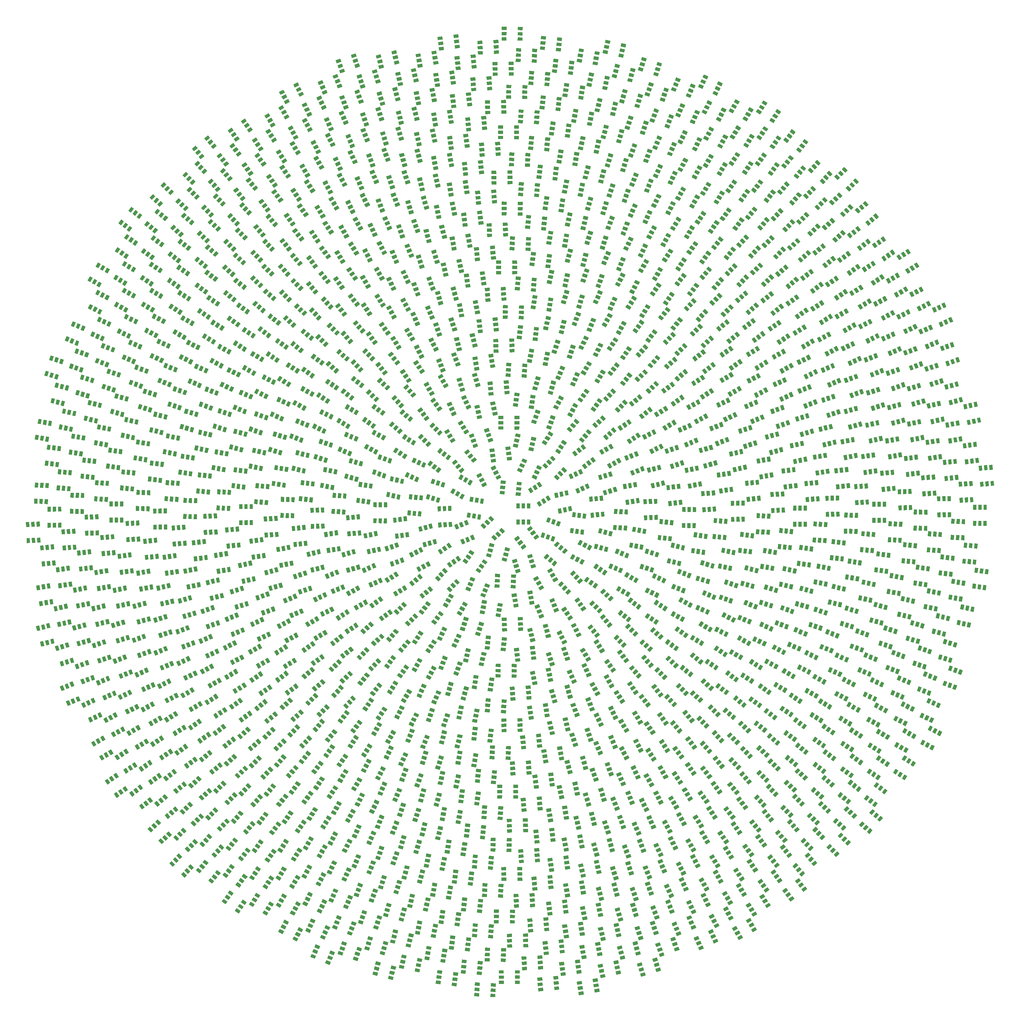
<source format=gtp>
G04 Layer: TopPasteMaskLayer*
G04 EasyEDA v6.4.7, 2020-12-05T12:44:13--8:00*
G04 005523fa74924ed2a5d768746dba2907,10*
G04 Gerber Generator version 0.2*
G04 Scale: 100 percent, Rotated: No, Reflected: No *
G04 Dimensions in millimeters *
G04 leading zeros omitted , absolute positions ,3 integer and 3 decimal *
%FSLAX33Y33*%
%MOMM*%
G90*
D02*

%ADD12R,0.999998X1.499997*%

%LPD*%
G54D12*
G01X166871Y162886D03*
G01X165271Y162886D03*
G01X163672Y162886D03*
G01X163672Y157985D03*
G01X165271Y157985D03*
G01X166871Y157985D03*
G36*
G01X175200Y156950D02*
G01X175714Y158359D01*
G01X176654Y158016D01*
G01X176139Y156607D01*
G01X175200Y156950D01*
G37*
G36*
G01X173697Y157499D02*
G01X174211Y158908D01*
G01X175151Y158565D01*
G01X174636Y157156D01*
G01X173697Y157499D01*
G37*
G36*
G01X172194Y158048D02*
G01X172708Y159457D01*
G01X173648Y159114D01*
G01X173133Y157705D01*
G01X172194Y158048D01*
G37*
G36*
G01X170513Y153445D02*
G01X171027Y154854D01*
G01X171967Y154511D01*
G01X171452Y153102D01*
G01X170513Y153445D01*
G37*
G36*
G01X172016Y152896D02*
G01X172530Y154305D01*
G01X173470Y153962D01*
G01X172955Y152553D01*
G01X172016Y152896D01*
G37*
G36*
G01X173519Y152347D02*
G01X174033Y153756D01*
G01X174973Y153413D01*
G01X174458Y152004D01*
G01X173519Y152347D01*
G37*
G36*
G01X168281Y153340D02*
G01X169472Y154253D01*
G01X170080Y153459D01*
G01X168890Y152547D01*
G01X168281Y153340D01*
G37*
G36*
G01X167308Y154610D02*
G01X168498Y155523D01*
G01X169107Y154729D01*
G01X167916Y153816D01*
G01X167308Y154610D01*
G37*
G36*
G01X166334Y155880D02*
G01X167525Y156792D01*
G01X168133Y155999D01*
G01X166943Y155086D01*
G01X166334Y155880D01*
G37*
G36*
G01X162446Y152898D02*
G01X163636Y153811D01*
G01X164245Y153017D01*
G01X163054Y152105D01*
G01X162446Y152898D01*
G37*
G36*
G01X163419Y151629D02*
G01X164610Y152541D01*
G01X165218Y151748D01*
G01X164028Y150835D01*
G01X163419Y151629D01*
G37*
G36*
G01X164393Y150359D02*
G01X165583Y151272D01*
G01X166192Y150478D01*
G01X165001Y149565D01*
G01X164393Y150359D01*
G37*
G36*
G01X158915Y147250D02*
G01X160364Y146861D01*
G01X160104Y145895D01*
G01X158656Y146285D01*
G01X158915Y147250D01*
G37*
G36*
G01X159331Y148795D02*
G01X160779Y148406D01*
G01X160520Y147440D01*
G01X159071Y147830D01*
G01X159331Y148795D01*
G37*
G36*
G01X159746Y150341D02*
G01X161195Y149951D01*
G01X160935Y148985D01*
G01X159486Y149375D01*
G01X159746Y150341D01*
G37*
G36*
G01X155014Y151613D02*
G01X156463Y151223D01*
G01X156203Y150257D01*
G01X154754Y150647D01*
G01X155014Y151613D01*
G37*
G36*
G01X154599Y150067D02*
G01X156047Y149678D01*
G01X155788Y148712D01*
G01X154339Y149102D01*
G01X154599Y150067D01*
G37*
G36*
G01X154183Y148522D02*
G01X155632Y148133D01*
G01X155372Y147167D01*
G01X153924Y147557D01*
G01X154183Y148522D01*
G37*
G36*
G01X156269Y154071D02*
G01X157282Y152965D01*
G01X156545Y152290D01*
G01X155532Y153396D01*
G01X156269Y154071D01*
G37*
G36*
G01X157449Y155152D02*
G01X158462Y154046D01*
G01X157725Y153371D01*
G01X156711Y154477D01*
G01X157449Y155152D01*
G37*
G36*
G01X158629Y156233D02*
G01X159642Y155127D01*
G01X158904Y154451D01*
G01X157891Y155557D01*
G01X158629Y156233D01*
G37*
G36*
G01X155319Y159846D02*
G01X156332Y158740D01*
G01X155595Y158065D01*
G01X154581Y159171D01*
G01X155319Y159846D01*
G37*
G36*
G01X154139Y158765D02*
G01X155152Y157659D01*
G01X154415Y156984D01*
G01X153402Y158090D01*
G01X154139Y158765D01*
G37*
G36*
G01X152959Y157685D02*
G01X153972Y156578D01*
G01X153235Y155903D01*
G01X152222Y157009D01*
G01X152959Y157685D01*
G37*
G36*
G01X146967Y152928D02*
G01X147540Y151541D01*
G01X146615Y151160D01*
G01X146043Y152546D01*
G01X146967Y152928D01*
G37*
G36*
G01X148446Y153538D02*
G01X149018Y152152D01*
G01X148094Y151770D01*
G01X147522Y153157D01*
G01X148446Y153538D01*
G37*
G36*
G01X149925Y154149D02*
G01X150497Y152762D01*
G01X149573Y152381D01*
G01X149001Y153767D01*
G01X149925Y154149D01*
G37*
G36*
G01X148055Y158678D02*
G01X148628Y157292D01*
G01X147703Y156910D01*
G01X147131Y158297D01*
G01X148055Y158678D01*
G37*
G36*
G01X146577Y158068D02*
G01X147149Y156681D01*
G01X146225Y156300D01*
G01X145652Y157686D01*
G01X146577Y158068D01*
G37*
G36*
G01X145098Y157457D02*
G01X145670Y156071D01*
G01X144746Y155689D01*
G01X144173Y157076D01*
G01X145098Y157457D01*
G37*
G36*
G01X149253Y160734D02*
G01X148992Y159257D01*
G01X148007Y159431D01*
G01X148268Y160908D01*
G01X149253Y160734D01*
G37*
G36*
G01X150829Y160455D02*
G01X150567Y158978D01*
G01X149583Y159152D01*
G01X149844Y160629D01*
G01X150829Y160455D01*
G37*
G36*
G01X152404Y160176D02*
G01X152143Y158699D01*
G01X151158Y158874D01*
G01X151419Y160351D01*
G01X152404Y160176D01*
G37*
G36*
G01X153258Y165002D02*
G01X152996Y163524D01*
G01X152012Y163699D01*
G01X152273Y165176D01*
G01X153258Y165002D01*
G37*
G36*
G01X151682Y165280D02*
G01X151421Y163803D01*
G01X150436Y163977D01*
G01X150697Y165454D01*
G01X151682Y165280D01*
G37*
G36*
G01X150107Y165559D02*
G01X149845Y164082D01*
G01X148861Y164256D01*
G01X149122Y165733D01*
G01X150107Y165559D01*
G37*
G36*
G01X152724Y172104D02*
G01X151392Y171413D01*
G01X150931Y172300D01*
G01X152263Y172992D01*
G01X152724Y172104D01*
G37*
G36*
G01X153461Y170684D02*
G01X152130Y169993D01*
G01X151669Y170880D01*
G01X153000Y171572D01*
G01X153461Y170684D01*
G37*
G36*
G01X154198Y169264D02*
G01X152867Y168573D01*
G01X152406Y169461D01*
G01X153738Y170152D01*
G01X154198Y169264D01*
G37*
G36*
G01X158547Y171523D02*
G01X157216Y170832D01*
G01X156755Y171719D01*
G01X158086Y172410D01*
G01X158547Y171523D01*
G37*
G36*
G01X157809Y172943D02*
G01X156478Y172251D01*
G01X156017Y173139D01*
G01X157349Y173830D01*
G01X157809Y172943D01*
G37*
G36*
G01X157072Y174363D02*
G01X155741Y173671D01*
G01X155280Y174559D01*
G01X156611Y175250D01*
G01X157072Y174363D01*
G37*
G36*
G01X159794Y169569D02*
G01X158300Y169700D01*
G01X158388Y170696D01*
G01X159882Y170565D01*
G01X159794Y169569D01*
G37*
G36*
G01X159655Y167975D02*
G01X158160Y168106D01*
G01X158248Y169102D01*
G01X159742Y168971D01*
G01X159655Y167975D01*
G37*
G36*
G01X159515Y166381D02*
G01X158020Y166512D01*
G01X158108Y167508D01*
G01X159602Y167377D01*
G01X159515Y166381D01*
G37*
G36*
G01X164396Y165952D02*
G01X162902Y166084D01*
G01X162989Y167080D01*
G01X164483Y166949D01*
G01X164396Y165952D01*
G37*
G36*
G01X164536Y167546D02*
G01X163042Y167677D01*
G01X163129Y168674D01*
G01X164623Y168542D01*
G01X164536Y167546D01*
G37*
G36*
G01X164676Y169140D02*
G01X163181Y169271D01*
G01X163269Y170267D01*
G01X164763Y170136D01*
G01X164676Y169140D01*
G37*
G36*
G01X170164Y168471D02*
G01X169359Y169737D01*
G01X170203Y170274D01*
G01X171008Y169008D01*
G01X170164Y168471D01*
G37*
G36*
G01X168814Y167612D02*
G01X168009Y168878D01*
G01X168853Y169415D01*
G01X169658Y168149D01*
G01X168814Y167612D01*
G37*
G36*
G01X167464Y166754D02*
G01X166659Y168019D01*
G01X167503Y168556D01*
G01X168308Y167290D01*
G01X167464Y166754D01*
G37*
G36*
G01X170094Y162619D02*
G01X169289Y163885D01*
G01X170133Y164422D01*
G01X170938Y163156D01*
G01X170094Y162619D01*
G37*
G36*
G01X171444Y163478D02*
G01X170639Y164744D01*
G01X171483Y165280D01*
G01X172288Y164015D01*
G01X171444Y163478D01*
G37*
G36*
G01X172794Y164337D02*
G01X171989Y165602D01*
G01X172833Y166139D01*
G01X173638Y164874D01*
G01X172794Y164337D01*
G37*
G36*
G01X178117Y166005D02*
G01X177795Y167470D01*
G01X178771Y167685D01*
G01X179093Y166220D01*
G01X178117Y166005D01*
G37*
G36*
G01X176554Y165662D02*
G01X176232Y167127D01*
G01X177209Y167341D01*
G01X177531Y165876D01*
G01X176554Y165662D01*
G37*
G36*
G01X174991Y165318D02*
G01X174669Y166783D01*
G01X175646Y166998D01*
G01X175968Y165533D01*
G01X174991Y165318D01*
G37*
G36*
G01X176043Y160532D02*
G01X175721Y161997D01*
G01X176698Y162212D01*
G01X177020Y160747D01*
G01X176043Y160532D01*
G37*
G36*
G01X177606Y160876D02*
G01X177284Y162341D01*
G01X178261Y162556D01*
G01X178583Y161091D01*
G01X177606Y160876D01*
G37*
G36*
G01X179169Y161220D02*
G01X178847Y162685D01*
G01X179823Y162899D01*
G01X180145Y161434D01*
G01X179169Y161220D01*
G37*
G36*
G01X183269Y159114D02*
G01X183469Y160601D01*
G01X184460Y160467D01*
G01X184260Y158981D01*
G01X183269Y159114D01*
G37*
G36*
G01X181684Y159327D02*
G01X181884Y160814D01*
G01X182875Y160681D01*
G01X182675Y159194D01*
G01X181684Y159327D01*
G37*
G36*
G01X180098Y159541D02*
G01X180298Y161027D01*
G01X181289Y160894D01*
G01X181089Y159407D01*
G01X180098Y159541D01*
G37*
G36*
G01X179445Y154685D02*
G01X179645Y156171D01*
G01X180636Y156038D01*
G01X180436Y154551D01*
G01X179445Y154685D01*
G37*
G36*
G01X181030Y154471D02*
G01X181230Y155958D01*
G01X182221Y155824D01*
G01X182021Y154338D01*
G01X181030Y154471D01*
G37*
G36*
G01X182616Y154258D02*
G01X182816Y155744D01*
G01X183807Y155611D01*
G01X183607Y154125D01*
G01X182616Y154258D01*
G37*
G36*
G01X177050Y148878D02*
G01X178017Y150025D01*
G01X178782Y149381D01*
G01X177815Y148234D01*
G01X177050Y148878D01*
G37*
G36*
G01X175827Y149909D02*
G01X176794Y151056D01*
G01X177558Y150412D01*
G01X176592Y149265D01*
G01X175827Y149909D01*
G37*
G36*
G01X174604Y150940D02*
G01X175570Y152087D01*
G01X176335Y151443D01*
G01X175368Y150296D01*
G01X174604Y150940D01*
G37*
G36*
G01X171446Y147194D02*
G01X172412Y148341D01*
G01X173177Y147696D01*
G01X172210Y146549D01*
G01X171446Y147194D01*
G37*
G36*
G01X172669Y146163D02*
G01X173636Y147310D01*
G01X174400Y146665D01*
G01X173434Y145518D01*
G01X172669Y146163D01*
G37*
G36*
G01X173893Y145131D02*
G01X174859Y146278D01*
G01X175624Y145634D01*
G01X174657Y144487D01*
G01X173893Y145131D01*
G37*
G36*
G01X167391Y144783D02*
G01X168822Y145232D01*
G01X169121Y144278D01*
G01X167690Y143829D01*
G01X167391Y144783D01*
G37*
G36*
G01X166912Y146309D02*
G01X168343Y146758D01*
G01X168642Y145804D01*
G01X167211Y145355D01*
G01X166912Y146309D01*
G37*
G36*
G01X166433Y147836D02*
G01X167864Y148285D01*
G01X168164Y147331D01*
G01X166732Y146882D01*
G01X166433Y147836D01*
G37*
G36*
G01X161758Y146370D02*
G01X163189Y146819D01*
G01X163488Y145864D01*
G01X162057Y145415D01*
G01X161758Y146370D01*
G37*
G36*
G01X162237Y144843D02*
G01X163668Y145292D01*
G01X163967Y144338D01*
G01X162536Y143889D01*
G01X162237Y144843D01*
G37*
G36*
G01X162715Y143316D02*
G01X164147Y143765D01*
G01X164446Y142811D01*
G01X163015Y142362D01*
G01X162715Y143316D01*
G37*
G36*
G01X161402Y138833D02*
G01X162901Y138764D01*
G01X162855Y137765D01*
G01X161356Y137835D01*
G01X161402Y138833D01*
G37*
G36*
G01X161476Y140432D02*
G01X162975Y140362D01*
G01X162928Y139364D01*
G01X161430Y139433D01*
G01X161476Y140432D01*
G37*
G36*
G01X161550Y142030D02*
G01X163049Y141961D01*
G01X163002Y140962D01*
G01X161504Y141031D01*
G01X161550Y142030D01*
G37*
G36*
G01X156655Y142256D02*
G01X158154Y142187D01*
G01X158108Y141188D01*
G01X156609Y141257D01*
G01X156655Y142256D01*
G37*
G36*
G01X156582Y140658D02*
G01X158080Y140589D01*
G01X158034Y139590D01*
G01X156535Y139659D01*
G01X156582Y140658D01*
G37*
G36*
G01X156508Y139060D02*
G01X158006Y138990D01*
G01X157960Y137992D01*
G01X156461Y138061D01*
G01X156508Y139060D01*
G37*
G36*
G01X151274Y144072D02*
G01X152501Y143210D01*
G01X151926Y142392D01*
G01X150698Y143254D01*
G01X151274Y144072D01*
G37*
G36*
G01X152194Y145381D02*
G01X153421Y144518D01*
G01X152846Y143700D01*
G01X151619Y144563D01*
G01X152194Y145381D01*
G37*
G36*
G01X153114Y146690D02*
G01X154341Y145827D01*
G01X153766Y145009D01*
G01X152539Y145872D01*
G01X153114Y146690D01*
G37*
G36*
G01X149105Y149508D02*
G01X150333Y148646D01*
G01X149757Y147827D01*
G01X148530Y148690D01*
G01X149105Y149508D01*
G37*
G36*
G01X148185Y148199D02*
G01X149412Y147337D01*
G01X148837Y146519D01*
G01X147610Y147381D01*
G01X148185Y148199D01*
G37*
G36*
G01X147265Y146890D02*
G01X148492Y146028D01*
G01X147917Y145210D01*
G01X146690Y146072D01*
G01X147265Y146890D01*
G37*
G36*
G01X142769Y145889D02*
G01X143626Y144658D01*
G01X142805Y144087D01*
G01X141948Y145318D01*
G01X142769Y145889D01*
G37*
G36*
G01X144082Y146803D02*
G01X144939Y145571D01*
G01X144118Y145000D01*
G01X143261Y146232D01*
G01X144082Y146803D01*
G37*
G36*
G01X145396Y147717D02*
G01X146252Y146485D01*
G01X145431Y145914D01*
G01X144575Y147145D01*
G01X145396Y147717D01*
G37*
G36*
G01X142597Y151739D02*
G01X143454Y150507D01*
G01X142633Y149936D01*
G01X141776Y151168D01*
G01X142597Y151739D01*
G37*
G36*
G01X141284Y150825D02*
G01X142140Y149594D01*
G01X141320Y149022D01*
G01X140463Y150254D01*
G01X141284Y150825D01*
G37*
G36*
G01X139970Y149911D02*
G01X140827Y148680D01*
G01X140006Y148109D01*
G01X139149Y149340D01*
G01X139970Y149911D01*
G37*
G36*
G01X140290Y157890D02*
G01X140352Y156391D01*
G01X139353Y156350D01*
G01X139291Y157849D01*
G01X140290Y157890D01*
G37*
G36*
G01X141888Y157956D02*
G01X141950Y156458D01*
G01X140951Y156416D01*
G01X140889Y157915D01*
G01X141888Y157956D01*
G37*
G36*
G01X143487Y158022D02*
G01X143549Y156524D01*
G01X142550Y156482D01*
G01X142488Y157981D01*
G01X143487Y158022D01*
G37*
G36*
G01X143285Y162918D02*
G01X143347Y161419D01*
G01X142348Y161378D01*
G01X142286Y162877D01*
G01X143285Y162918D01*
G37*
G36*
G01X141686Y162852D02*
G01X141748Y161353D01*
G01X140749Y161312D01*
G01X140687Y162811D01*
G01X141686Y162852D01*
G37*
G36*
G01X140087Y162786D02*
G01X140149Y161287D01*
G01X139150Y161246D01*
G01X139088Y162745D01*
G01X140087Y162786D01*
G37*
G36*
G01X144633Y167782D02*
G01X143881Y166484D01*
G01X143015Y166985D01*
G01X143767Y168283D01*
G01X144633Y167782D01*
G37*
G36*
G01X146017Y166979D02*
G01X145265Y165682D01*
G01X144400Y166183D01*
G01X145152Y167481D01*
G01X146017Y166979D01*
G37*
G36*
G01X147401Y166177D02*
G01X146649Y164879D01*
G01X145784Y165381D01*
G01X146536Y166679D01*
G01X147401Y166177D01*
G37*
G36*
G01X149858Y170417D02*
G01X149106Y169119D01*
G01X148241Y169620D01*
G01X148993Y170918D01*
G01X149858Y170417D01*
G37*
G36*
G01X148474Y171219D02*
G01X147722Y169921D01*
G01X146857Y170423D01*
G01X147609Y171720D01*
G01X148474Y171219D01*
G37*
G36*
G01X147090Y172021D02*
G01X146337Y170723D01*
G01X145472Y171225D01*
G01X146224Y172523D01*
G01X147090Y172021D01*
G37*
G36*
G01X145266Y176277D02*
G01X144114Y175316D01*
G01X143473Y176084D01*
G01X144625Y177045D01*
G01X145266Y176277D01*
G37*
G36*
G01X146291Y175049D02*
G01X145139Y174088D01*
G01X144498Y174855D01*
G01X145650Y175816D01*
G01X146291Y175049D01*
G37*
G36*
G01X147316Y173820D02*
G01X146164Y172859D01*
G01X145523Y173627D01*
G01X146675Y174588D01*
G01X147316Y173820D01*
G37*
G36*
G01X151078Y176960D02*
G01X149926Y175999D01*
G01X149286Y176766D01*
G01X150437Y177728D01*
G01X151078Y176960D01*
G37*
G36*
G01X150053Y178188D02*
G01X148901Y177227D01*
G01X148260Y177995D01*
G01X149412Y178956D01*
G01X150053Y178188D01*
G37*
G36*
G01X149028Y179417D02*
G01X147876Y178456D01*
G01X147235Y179223D01*
G01X148387Y180184D01*
G01X149028Y179417D01*
G37*
G36*
G01X156522Y179444D02*
G01X155034Y179252D01*
G01X154906Y180243D01*
G01X156393Y180436D01*
G01X156522Y179444D01*
G37*
G36*
G01X156728Y177858D02*
G01X155240Y177665D01*
G01X155112Y178657D01*
G01X156599Y178849D01*
G01X156728Y177858D01*
G37*
G36*
G01X156933Y176271D02*
G01X155446Y176078D01*
G01X155317Y177070D01*
G01X156805Y177263D01*
G01X156933Y176271D01*
G37*
G36*
G01X161793Y176901D02*
G01X160305Y176708D01*
G01X160176Y177700D01*
G01X161664Y177892D01*
G01X161793Y176901D01*
G37*
G36*
G01X161587Y178487D02*
G01X160099Y178295D01*
G01X159971Y179286D01*
G01X161458Y179479D01*
G01X161587Y178487D01*
G37*
G36*
G01X161381Y180074D02*
G01X159894Y179881D01*
G01X159765Y180873D01*
G01X161253Y181066D01*
G01X161381Y180074D01*
G37*
G36*
G01X164198Y183734D02*
G01X162735Y184063D01*
G01X162954Y185039D01*
G01X164418Y184709D01*
G01X164198Y183734D01*
G37*
G36*
G01X163847Y182173D02*
G01X162384Y182502D01*
G01X162603Y183478D01*
G01X164067Y183148D01*
G01X163847Y182173D01*
G37*
G36*
G01X163496Y180612D02*
G01X162033Y180941D01*
G01X162252Y181917D01*
G01X163715Y181588D01*
G01X163496Y180612D01*
G37*
G36*
G01X168276Y179536D02*
G01X166813Y179866D01*
G01X167033Y180841D01*
G01X168496Y180512D01*
G01X168276Y179536D01*
G37*
G36*
G01X168628Y181097D02*
G01X167164Y181427D01*
G01X167384Y182402D01*
G01X168847Y182073D01*
G01X168628Y181097D01*
G37*
G36*
G01X168979Y182658D02*
G01X167515Y182988D01*
G01X167735Y183963D01*
G01X169198Y183634D01*
G01X168979Y182658D01*
G37*
G36*
G01X166053Y175887D02*
G01X164694Y176522D01*
G01X165118Y177428D01*
G01X166477Y176792D01*
G01X166053Y175887D01*
G37*
G36*
G01X165375Y174437D02*
G01X164016Y175073D01*
G01X164440Y175979D01*
G01X165799Y175343D01*
G01X165375Y174437D01*
G37*
G36*
G01X164697Y172988D02*
G01X163338Y173624D01*
G01X163762Y174530D01*
G01X165121Y173894D01*
G01X164697Y172988D01*
G37*
G36*
G01X169135Y170911D02*
G01X167776Y171547D01*
G01X168200Y172453D01*
G01X169559Y171817D01*
G01X169135Y170911D01*
G37*
G36*
G01X169813Y172361D02*
G01X168454Y172996D01*
G01X168878Y173902D01*
G01X170237Y173266D01*
G01X169813Y172361D01*
G37*
G36*
G01X170491Y173810D02*
G01X169132Y174446D01*
G01X169556Y175351D01*
G01X170915Y174716D01*
G01X170491Y173810D01*
G37*
G36*
G01X174406Y176474D02*
G01X173348Y177537D01*
G01X174057Y178243D01*
G01X175115Y177179D01*
G01X174406Y176474D01*
G37*
G36*
G01X173272Y175345D02*
G01X172214Y176409D01*
G01X172923Y177114D01*
G01X173981Y176051D01*
G01X173272Y175345D01*
G37*
G36*
G01X172138Y174217D02*
G01X171080Y175280D01*
G01X171789Y175985D01*
G01X172847Y174922D01*
G01X172138Y174217D01*
G37*
G36*
G01X175594Y170743D02*
G01X174536Y171807D01*
G01X175245Y172512D01*
G01X176303Y171449D01*
G01X175594Y170743D01*
G37*
G36*
G01X176728Y171872D02*
G01X175670Y172935D01*
G01X176379Y173641D01*
G01X177437Y172577D01*
G01X176728Y171872D01*
G37*
G36*
G01X177863Y173001D02*
G01X176805Y174064D01*
G01X177513Y174769D01*
G01X178571Y173706D01*
G01X177863Y173001D01*
G37*
G36*
G01X182551Y172404D02*
G01X181922Y173766D01*
G01X182830Y174185D01*
G01X183459Y172824D01*
G01X182551Y172404D01*
G37*
G36*
G01X181099Y171733D02*
G01X180470Y173095D01*
G01X181377Y173514D01*
G01X182007Y172153D01*
G01X181099Y171733D01*
G37*
G36*
G01X179646Y171062D02*
G01X179017Y172424D01*
G01X179925Y172843D01*
G01X180554Y171482D01*
G01X179646Y171062D01*
G37*
G36*
G01X181701Y166614D02*
G01X181072Y167976D01*
G01X181980Y168395D01*
G01X182609Y167033D01*
G01X181701Y166614D01*
G37*
G36*
G01X183154Y167285D02*
G01X182525Y168647D01*
G01X183433Y169066D01*
G01X184062Y167704D01*
G01X183154Y167285D01*
G37*
G36*
G01X184606Y167956D02*
G01X183977Y169318D01*
G01X184885Y169737D01*
G01X185514Y168376D01*
G01X184606Y167956D01*
G37*
G36*
G01X188611Y164454D02*
G01X188487Y165949D01*
G01X189484Y166031D01*
G01X189608Y164536D01*
G01X188611Y164454D01*
G37*
G36*
G01X187017Y164322D02*
G01X186893Y165817D01*
G01X187889Y165899D01*
G01X188013Y164404D01*
G01X187017Y164322D01*
G37*
G36*
G01X185422Y164190D02*
G01X185298Y165684D01*
G01X186295Y165767D01*
G01X186419Y164272D01*
G01X185422Y164190D01*
G37*
G36*
G01X185827Y159306D02*
G01X185703Y160801D01*
G01X186700Y160884D01*
G01X186823Y159389D01*
G01X185827Y159306D01*
G37*
G36*
G01X187421Y159438D02*
G01X187297Y160933D01*
G01X188294Y161016D01*
G01X188418Y159521D01*
G01X187421Y159438D01*
G37*
G36*
G01X189016Y159571D02*
G01X188892Y161065D01*
G01X189889Y161148D01*
G01X190012Y159653D01*
G01X189016Y159571D01*
G37*
G36*
G01X191124Y153860D02*
G01X191521Y155307D01*
G01X192485Y155042D01*
G01X192089Y153596D01*
G01X191124Y153860D01*
G37*
G36*
G01X189581Y154283D02*
G01X189977Y155730D01*
G01X190942Y155465D01*
G01X190545Y154019D01*
G01X189581Y154283D01*
G37*
G36*
G01X188038Y154706D02*
G01X188434Y156153D01*
G01X189399Y155888D01*
G01X189002Y154442D01*
G01X188038Y154706D01*
G37*
G36*
G01X186743Y149980D02*
G01X187139Y151427D01*
G01X188104Y151163D01*
G01X187707Y149716D01*
G01X186743Y149980D01*
G37*
G36*
G01X188286Y149557D02*
G01X188682Y151004D01*
G01X189647Y150740D01*
G01X189250Y149293D01*
G01X188286Y149557D01*
G37*
G36*
G01X189829Y149134D02*
G01X190225Y150581D01*
G01X191190Y150317D01*
G01X190793Y148870D01*
G01X189829Y149134D01*
G37*
G36*
G01X184631Y149778D02*
G01X185329Y151106D01*
G01X186214Y150641D01*
G01X185516Y149313D01*
G01X184631Y149778D01*
G37*
G36*
G01X183215Y150523D02*
G01X183912Y151851D01*
G01X184798Y151385D01*
G01X184100Y150058D01*
G01X183215Y150523D01*
G37*
G36*
G01X181798Y151267D02*
G01X182496Y152595D01*
G01X183381Y152130D01*
G01X182683Y150802D01*
G01X181798Y151267D01*
G37*
G36*
G01X179519Y146930D02*
G01X180216Y148257D01*
G01X181102Y147792D01*
G01X180404Y146464D01*
G01X179519Y146930D01*
G37*
G36*
G01X180935Y146185D02*
G01X181633Y147513D01*
G01X182518Y147048D01*
G01X181820Y145720D01*
G01X180935Y146185D01*
G37*
G36*
G01X182351Y145441D02*
G01X183049Y146769D01*
G01X183934Y146304D01*
G01X183236Y144976D01*
G01X182351Y145441D01*
G37*
G36*
G01X181634Y139889D02*
G01X182745Y140896D01*
G01X183417Y140156D01*
G01X182306Y139148D01*
G01X181634Y139889D01*
G37*
G36*
G01X180559Y141074D02*
G01X181670Y142082D01*
G01X182342Y141341D01*
G01X181231Y140333D01*
G01X180559Y141074D01*
G37*
G36*
G01X179484Y142259D02*
G01X180595Y143267D01*
G01X181267Y142526D01*
G01X180156Y141518D01*
G01X179484Y142259D01*
G37*
G36*
G01X175855Y138966D02*
G01X176966Y139974D01*
G01X177637Y139234D01*
G01X176527Y138226D01*
G01X175855Y138966D01*
G37*
G36*
G01X176930Y137781D02*
G01X178041Y138789D01*
G01X178713Y138049D01*
G01X177602Y137041D01*
G01X176930Y137781D01*
G37*
G36*
G01X178005Y136596D02*
G01X179116Y137604D01*
G01X179788Y136864D01*
G01X178677Y135856D01*
G01X178005Y136596D01*
G37*
G36*
G01X174087Y140492D02*
G01X175388Y141238D01*
G01X175886Y140370D01*
G01X174584Y139624D01*
G01X174087Y140492D01*
G37*
G36*
G01X173291Y141880D02*
G01X174593Y142626D01*
G01X175090Y141758D01*
G01X173789Y141013D01*
G01X173291Y141880D01*
G37*
G36*
G01X172496Y143268D02*
G01X173797Y144014D01*
G01X174295Y143147D01*
G01X172993Y142401D01*
G01X172496Y143268D01*
G37*
G36*
G01X168244Y140832D02*
G01X169546Y141578D01*
G01X170043Y140710D01*
G01X168742Y139965D01*
G01X168244Y140832D01*
G37*
G36*
G01X169040Y139444D02*
G01X170341Y140190D01*
G01X170839Y139322D01*
G01X169537Y138576D01*
G01X169040Y139444D01*
G37*
G36*
G01X169835Y138056D02*
G01X171137Y138802D01*
G01X171634Y137934D01*
G01X170333Y137188D01*
G01X169835Y138056D01*
G37*
G36*
G01X174380Y131337D02*
G01X175770Y131903D01*
G01X176147Y130977D01*
G01X174757Y130411D01*
G01X174380Y131337D01*
G37*
G36*
G01X173777Y132819D02*
G01X175166Y133385D01*
G01X175543Y132459D01*
G01X174154Y131893D01*
G01X173777Y132819D01*
G37*
G36*
G01X173174Y134301D02*
G01X174563Y134867D01*
G01X174940Y133941D01*
G01X173551Y133375D01*
G01X173174Y134301D01*
G37*
G36*
G01X168635Y132454D02*
G01X170025Y133019D01*
G01X170402Y132093D01*
G01X169013Y131528D01*
G01X168635Y132454D01*
G37*
G36*
G01X169239Y130972D02*
G01X170628Y131537D01*
G01X171005Y130611D01*
G01X169616Y130046D01*
G01X169239Y130972D01*
G37*
G36*
G01X169842Y129490D02*
G01X171231Y130056D01*
G01X171608Y129129D01*
G01X170219Y128564D01*
G01X169842Y129490D01*
G37*
G36*
G01X167010Y133755D02*
G01X168488Y134009D01*
G01X168657Y133023D01*
G01X167179Y132769D01*
G01X167010Y133755D01*
G37*
G36*
G01X166739Y135332D02*
G01X168217Y135586D01*
G01X168386Y134600D01*
G01X166908Y134346D01*
G01X166739Y135332D01*
G37*
G36*
G01X166468Y136908D02*
G01X167946Y137163D01*
G01X168115Y136177D01*
G01X166637Y135923D01*
G01X166468Y136908D01*
G37*
G36*
G01X161639Y136079D02*
G01X163117Y136333D01*
G01X163286Y135347D01*
G01X161808Y135093D01*
G01X161639Y136079D01*
G37*
G36*
G01X161910Y134502D02*
G01X163388Y134756D01*
G01X163557Y133770D01*
G01X162079Y133516D01*
G01X161910Y134502D01*
G37*
G36*
G01X162181Y132925D02*
G01X163659Y133179D01*
G01X163828Y132193D01*
G01X162350Y131939D01*
G01X162181Y132925D01*
G37*
G36*
G01X156935Y130247D02*
G01X158411Y129978D01*
G01X158232Y128994D01*
G01X156756Y129263D01*
G01X156935Y130247D01*
G37*
G36*
G01X157222Y131821D02*
G01X158698Y131552D01*
G01X158519Y130569D01*
G01X157043Y130837D01*
G01X157222Y131821D01*
G37*
G36*
G01X157508Y133395D02*
G01X158984Y133127D01*
G01X158805Y132143D01*
G01X157329Y132411D01*
G01X157508Y133395D01*
G37*
G36*
G01X152687Y134272D02*
G01X154163Y134004D01*
G01X153984Y133020D01*
G01X152508Y133288D01*
G01X152687Y134272D01*
G37*
G36*
G01X152401Y132698D02*
G01X153877Y132429D01*
G01X153698Y131446D01*
G01X152222Y131714D01*
G01X152401Y132698D01*
G37*
G36*
G01X152114Y131124D02*
G01X153590Y130855D01*
G01X153411Y129871D01*
G01X151936Y130140D01*
G01X152114Y131124D01*
G37*
G36*
G01X152503Y136447D02*
G01X153887Y135868D01*
G01X153501Y134946D01*
G01X152117Y135525D01*
G01X152503Y136447D01*
G37*
G36*
G01X153121Y137923D02*
G01X154504Y137344D01*
G01X154118Y136422D01*
G01X152735Y137001D01*
G01X153121Y137923D01*
G37*
G36*
G01X153739Y139399D02*
G01X155122Y138820D01*
G01X154736Y137898D01*
G01X153352Y138477D01*
G01X153739Y139399D01*
G37*
G36*
G01X149218Y141291D02*
G01X150602Y140712D01*
G01X150216Y139789D01*
G01X148832Y140368D01*
G01X149218Y141291D01*
G37*
G36*
G01X148601Y139815D02*
G01X149984Y139236D01*
G01X149598Y138313D01*
G01X148215Y138893D01*
G01X148601Y139815D01*
G37*
G36*
G01X147983Y138339D02*
G01X149367Y137760D01*
G01X148981Y136837D01*
G01X147597Y137417D01*
G01X147983Y138339D01*
G37*
G36*
G01X142572Y138337D02*
G01X143673Y137318D01*
G01X142994Y136584D01*
G01X141893Y137603D01*
G01X142572Y138337D01*
G37*
G36*
G01X143658Y139511D02*
G01X144759Y138493D01*
G01X144080Y137759D01*
G01X142979Y138777D01*
G01X143658Y139511D01*
G37*
G36*
G01X144745Y140686D02*
G01X145846Y139667D01*
G01X145167Y138933D01*
G01X144066Y139952D01*
G01X144745Y140686D01*
G37*
G36*
G01X141148Y144013D02*
G01X142249Y142995D01*
G01X141570Y142261D01*
G01X140469Y143279D01*
G01X141148Y144013D01*
G37*
G36*
G01X140061Y142839D02*
G01X141163Y141820D01*
G01X140483Y141086D01*
G01X139382Y142105D01*
G01X140061Y142839D01*
G37*
G36*
G01X138975Y141664D02*
G01X140076Y140646D01*
G01X139397Y139912D01*
G01X138296Y140930D01*
G01X138975Y141664D01*
G37*
G36*
G01X133515Y144574D02*
G01X134200Y143240D01*
G01X133310Y142783D01*
G01X132626Y144118D01*
G01X133515Y144574D01*
G37*
G36*
G01X134939Y145305D02*
G01X135624Y143970D01*
G01X134734Y143514D01*
G01X134049Y144848D01*
G01X134939Y145305D01*
G37*
G36*
G01X136362Y146035D02*
G01X137047Y144701D01*
G01X136157Y144244D01*
G01X135473Y145579D01*
G01X136362Y146035D01*
G37*
G36*
G01X134125Y150395D02*
G01X134810Y149060D01*
G01X133920Y148604D01*
G01X133235Y149938D01*
G01X134125Y150395D01*
G37*
G36*
G01X132702Y149664D02*
G01X133386Y148330D01*
G01X132497Y147873D01*
G01X131812Y149208D01*
G01X132702Y149664D01*
G37*
G36*
G01X131278Y148934D02*
G01X131963Y147599D01*
G01X131073Y147143D01*
G01X130388Y148477D01*
G01X131278Y148934D01*
G37*
G36*
G01X135454Y152023D02*
G01X135836Y150572D01*
G01X134869Y150318D01*
G01X134487Y151768D01*
G01X135454Y152023D01*
G37*
G36*
G01X137001Y152431D02*
G01X137384Y150980D01*
G01X136417Y150725D01*
G01X136034Y152176D01*
G01X137001Y152431D01*
G37*
G36*
G01X138548Y152839D02*
G01X138931Y151388D01*
G01X137964Y151133D01*
G01X137581Y152584D01*
G01X138548Y152839D01*
G37*
G36*
G01X137299Y157577D02*
G01X137682Y156126D01*
G01X136715Y155871D01*
G01X136332Y157322D01*
G01X137299Y157577D01*
G37*
G36*
G01X135752Y157169D02*
G01X136135Y155718D01*
G01X135168Y155464D01*
G01X134785Y156914D01*
G01X135752Y157169D01*
G37*
G36*
G01X134205Y156761D02*
G01X134587Y155311D01*
G01X133620Y155056D01*
G01X133238Y156506D01*
G01X134205Y156761D01*
G37*
G36*
G01X131017Y161479D02*
G01X130879Y159986D01*
G01X129883Y160078D01*
G01X130021Y161572D01*
G01X131017Y161479D01*
G37*
G36*
G01X132610Y161332D02*
G01X132472Y159838D01*
G01X131476Y159930D01*
G01X131614Y161424D01*
G01X132610Y161332D01*
G37*
G36*
G01X134203Y161184D02*
G01X134065Y159690D01*
G01X133069Y159783D01*
G01X133208Y161276D01*
G01X134203Y161184D01*
G37*
G36*
G01X134656Y166063D02*
G01X134517Y164569D01*
G01X133521Y164662D01*
G01X133660Y166155D01*
G01X134656Y166063D01*
G37*
G36*
G01X133062Y166211D02*
G01X132924Y164717D01*
G01X131928Y164809D01*
G01X132067Y166303D01*
G01X133062Y166211D01*
G37*
G36*
G01X131469Y166358D02*
G01X131331Y164865D01*
G01X130335Y164957D01*
G01X130473Y166451D01*
G01X131469Y166358D01*
G37*
G36*
G01X136925Y166236D02*
G01X136469Y164807D01*
G01X135516Y165111D01*
G01X135972Y166540D01*
G01X136925Y166236D01*
G37*
G36*
G01X138449Y165750D02*
G01X137993Y164321D01*
G01X137041Y164624D01*
G01X137497Y166053D01*
G01X138449Y165750D01*
G37*
G36*
G01X139974Y165263D02*
G01X139518Y163834D01*
G01X138565Y164138D01*
G01X139021Y165567D01*
G01X139974Y165263D01*
G37*
G36*
G01X141463Y169931D02*
G01X141007Y168502D01*
G01X140054Y168806D01*
G01X140510Y170235D01*
G01X141463Y169931D01*
G37*
G36*
G01X139939Y170418D02*
G01X139483Y168989D01*
G01X138530Y169293D01*
G01X138986Y170722D01*
G01X139939Y170418D01*
G37*
G36*
G01X138414Y170904D02*
G01X137958Y169475D01*
G01X137006Y169779D01*
G01X137462Y171208D01*
G01X138414Y170904D01*
G37*
G36*
G01X130653Y172794D02*
G01X130011Y171438D01*
G01X129107Y171867D01*
G01X129750Y173222D01*
G01X130653Y172794D01*
G37*
G36*
G01X132099Y172109D02*
G01X131457Y170753D01*
G01X130553Y171181D01*
G01X131195Y172537D01*
G01X132099Y172109D01*
G37*
G36*
G01X133545Y171423D02*
G01X132902Y170068D01*
G01X131999Y170496D01*
G01X132641Y171852D01*
G01X133545Y171423D01*
G37*
G36*
G01X135643Y175851D02*
G01X135001Y174496D01*
G01X134097Y174924D01*
G01X134740Y176280D01*
G01X135643Y175851D01*
G37*
G36*
G01X134197Y176537D02*
G01X133555Y175181D01*
G01X132651Y175609D01*
G01X133294Y176965D01*
G01X134197Y176537D01*
G37*
G36*
G01X132752Y177222D02*
G01X132109Y175866D01*
G01X131206Y176294D01*
G01X131848Y177650D01*
G01X132752Y177222D01*
G37*
G36*
G01X137712Y176088D02*
G01X136793Y174903D01*
G01X136002Y175515D01*
G01X136921Y176701D01*
G01X137712Y176088D01*
G37*
G36*
G01X138977Y175109D02*
G01X138058Y173923D01*
G01X137267Y174535D01*
G01X138186Y175721D01*
G01X138977Y175109D01*
G37*
G36*
G01X140242Y174129D02*
G01X139323Y172943D01*
G01X138532Y173555D01*
G01X139451Y174741D01*
G01X140242Y174129D01*
G37*
G36*
G01X143242Y178003D02*
G01X142323Y176817D01*
G01X141533Y177430D01*
G01X142451Y178615D01*
G01X143242Y178003D01*
G37*
G36*
G01X141977Y178983D02*
G01X141058Y177797D01*
G01X140268Y178409D01*
G01X141186Y179595D01*
G01X141977Y178983D01*
G37*
G36*
G01X140712Y179963D02*
G01X139793Y178777D01*
G01X139003Y179389D01*
G01X139921Y180575D01*
G01X140712Y179963D01*
G37*
G36*
G01X142894Y185539D02*
G01X141624Y184740D01*
G01X141092Y185586D01*
G01X142361Y186385D01*
G01X142894Y185539D01*
G37*
G36*
G01X143746Y184185D02*
G01X142476Y183386D01*
G01X141944Y184232D01*
G01X143213Y185031D01*
G01X143746Y184185D01*
G37*
G36*
G01X144598Y182830D02*
G01X143328Y182032D01*
G01X142796Y182878D01*
G01X144065Y183677D01*
G01X144598Y182830D01*
G37*
G36*
G01X148745Y185440D02*
G01X147476Y184641D01*
G01X146943Y185488D01*
G01X148213Y186287D01*
G01X148745Y185440D01*
G37*
G36*
G01X147893Y186794D02*
G01X146624Y185995D01*
G01X146091Y186842D01*
G01X147360Y187641D01*
G01X147893Y186794D01*
G37*
G36*
G01X147041Y188149D02*
G01X145771Y187350D01*
G01X145239Y188196D01*
G01X146508Y188995D01*
G01X147041Y188149D01*
G37*
G36*
G01X150394Y184063D02*
G01X148983Y183556D01*
G01X148645Y184496D01*
G01X150056Y185004D01*
G01X150394Y184063D01*
G37*
G36*
G01X150936Y182558D02*
G01X149525Y182050D01*
G01X149186Y182991D01*
G01X150598Y183499D01*
G01X150936Y182558D01*
G37*
G36*
G01X151478Y181052D02*
G01X150066Y180544D01*
G01X149728Y181485D01*
G01X151139Y181993D01*
G01X151478Y181052D01*
G37*
G36*
G01X156088Y182710D02*
G01X154677Y182203D01*
G01X154338Y183144D01*
G01X155750Y183651D01*
G01X156088Y182710D01*
G37*
G36*
G01X155547Y184216D02*
G01X154135Y183708D01*
G01X153797Y184649D01*
G01X155208Y185157D01*
G01X155547Y184216D01*
G37*
G36*
G01X155005Y185722D02*
G01X153594Y185214D01*
G01X153255Y186155D01*
G01X154667Y186663D01*
G01X155005Y185722D01*
G37*
G36*
G01X159141Y189354D02*
G01X157641Y189361D01*
G01X157645Y190361D01*
G01X159145Y190354D01*
G01X159141Y189354D01*
G37*
G36*
G01X159133Y187754D02*
G01X157633Y187761D01*
G01X157638Y188761D01*
G01X159138Y188754D01*
G01X159133Y187754D01*
G37*
G36*
G01X159125Y186154D02*
G01X157625Y186161D01*
G01X157630Y187161D01*
G01X159130Y187154D01*
G01X159125Y186154D01*
G37*
G36*
G01X164025Y186130D02*
G01X162525Y186137D01*
G01X162530Y187137D01*
G01X164030Y187130D01*
G01X164025Y186130D01*
G37*
G36*
G01X164033Y187730D02*
G01X162533Y187737D01*
G01X162538Y188737D01*
G01X164038Y188730D01*
G01X164033Y187730D01*
G37*
G36*
G01X164040Y189330D02*
G01X162540Y189337D01*
G01X162545Y190337D01*
G01X164045Y190330D01*
G01X164040Y189330D01*
G37*
G36*
G01X170149Y190815D02*
G01X168743Y191337D01*
G01X169090Y192274D01*
G01X170497Y191753D01*
G01X170149Y190815D01*
G37*
G36*
G01X169593Y189315D02*
G01X168187Y189836D01*
G01X168534Y190774D01*
G01X169941Y190253D01*
G01X169593Y189315D01*
G37*
G36*
G01X169037Y187815D02*
G01X167630Y188336D01*
G01X167978Y189274D01*
G01X169384Y188752D01*
G01X169037Y187815D01*
G37*
G36*
G01X173631Y186111D02*
G01X172225Y186633D01*
G01X172572Y187570D01*
G01X173979Y187049D01*
G01X173631Y186111D01*
G37*
G36*
G01X174187Y187612D02*
G01X172781Y188133D01*
G01X173129Y189071D01*
G01X174535Y188549D01*
G01X174187Y187612D01*
G37*
G36*
G01X174744Y189112D02*
G01X173337Y189633D01*
G01X173685Y190571D01*
G01X175091Y190049D01*
G01X174744Y189112D01*
G37*
G36*
G01X173852Y184034D02*
G01X172591Y184846D01*
G01X173131Y185687D01*
G01X174393Y184876D01*
G01X173852Y184034D01*
G37*
G36*
G01X172987Y182689D02*
G01X171725Y183500D01*
G01X172266Y184341D01*
G01X173528Y183530D01*
G01X172987Y182689D01*
G37*
G36*
G01X172122Y181343D02*
G01X170860Y182154D01*
G01X171401Y182995D01*
G01X172662Y182184D01*
G01X172122Y181343D01*
G37*
G36*
G01X176243Y178693D02*
G01X174981Y179504D01*
G01X175522Y180345D01*
G01X176784Y179534D01*
G01X176243Y178693D01*
G37*
G36*
G01X177108Y180039D02*
G01X175847Y180850D01*
G01X176388Y181691D01*
G01X177649Y180880D01*
G01X177108Y180039D01*
G37*
G36*
G01X177974Y181384D02*
G01X176712Y182196D01*
G01X177253Y183037D01*
G01X178515Y182225D01*
G01X177974Y181384D01*
G37*
G36*
G01X181692Y187721D02*
G01X180550Y188693D01*
G01X181198Y189455D01*
G01X182340Y188483D01*
G01X181692Y187721D01*
G37*
G36*
G01X180655Y186503D02*
G01X179513Y187475D01*
G01X180161Y188237D01*
G01X181303Y187264D01*
G01X180655Y186503D01*
G37*
G36*
G01X179618Y185284D02*
G01X178476Y186257D01*
G01X179124Y187018D01*
G01X180266Y186046D01*
G01X179618Y185284D01*
G37*
G36*
G01X183349Y182108D02*
G01X182207Y183081D01*
G01X182855Y183842D01*
G01X183997Y182870D01*
G01X183349Y182108D01*
G37*
G36*
G01X184386Y183327D02*
G01X183244Y184299D01*
G01X183892Y185061D01*
G01X185034Y184088D01*
G01X184386Y183327D01*
G37*
G36*
G01X185423Y184545D02*
G01X184281Y185517D01*
G01X184929Y186279D01*
G01X186071Y185307D01*
G01X185423Y184545D01*
G37*
G36*
G01X183581Y179936D02*
G01X182674Y181131D01*
G01X183471Y181735D01*
G01X184378Y180541D01*
G01X183581Y179936D01*
G37*
G36*
G01X182307Y178969D02*
G01X181400Y180164D01*
G01X182196Y180768D01*
G01X183103Y179573D01*
G01X182307Y178969D01*
G37*
G36*
G01X181032Y178002D02*
G01X180125Y179196D01*
G01X180922Y179801D01*
G01X181829Y178606D01*
G01X181032Y178002D01*
G37*
G36*
G01X183994Y174098D02*
G01X183088Y175293D01*
G01X183884Y175898D01*
G01X184791Y174703D01*
G01X183994Y174098D01*
G37*
G36*
G01X185269Y175066D02*
G01X184362Y176260D01*
G01X185159Y176865D01*
G01X186066Y175670D01*
G01X185269Y175066D01*
G37*
G36*
G01X186543Y176033D02*
G01X185637Y177228D01*
G01X186433Y177832D01*
G01X187340Y176638D01*
G01X186543Y176033D01*
G37*
G36*
G01X191887Y180059D02*
G01X191148Y181364D01*
G01X192018Y181857D01*
G01X192757Y180552D01*
G01X191887Y180059D01*
G37*
G36*
G01X190495Y179270D02*
G01X189756Y180575D01*
G01X190626Y181068D01*
G01X191365Y179763D01*
G01X190495Y179270D01*
G37*
G36*
G01X189103Y178482D02*
G01X188363Y179787D01*
G01X189234Y180280D01*
G01X189973Y178975D01*
G01X189103Y178482D01*
G37*
G36*
G01X191518Y174218D02*
G01X190779Y175523D01*
G01X191649Y176016D01*
G01X192388Y174711D01*
G01X191518Y174218D01*
G37*
G36*
G01X192910Y175007D02*
G01X192171Y176312D01*
G01X193041Y176805D01*
G01X193780Y175500D01*
G01X192910Y175007D01*
G37*
G36*
G01X194303Y175796D02*
G01X193563Y177101D01*
G01X194433Y177594D01*
G01X195173Y176289D01*
G01X194303Y175796D01*
G37*
G36*
G01X191520Y171717D02*
G01X191078Y173150D01*
G01X192033Y173445D01*
G01X192475Y172011D01*
G01X191520Y171717D01*
G37*
G36*
G01X189991Y171245D02*
G01X189549Y172679D01*
G01X190504Y172973D01*
G01X190946Y171540D01*
G01X189991Y171245D01*
G37*
G36*
G01X188462Y170774D02*
G01X188020Y172207D01*
G01X188975Y172502D01*
G01X189417Y171069D01*
G01X188462Y170774D01*
G37*
G36*
G01X189905Y166091D02*
G01X189463Y167525D01*
G01X190419Y167819D01*
G01X190861Y166386D01*
G01X189905Y166091D01*
G37*
G36*
G01X191434Y166563D02*
G01X190992Y167996D01*
G01X191948Y168291D01*
G01X192390Y166857D01*
G01X191434Y166563D01*
G37*
G36*
G01X192963Y167034D02*
G01X192521Y168468D01*
G01X193477Y168762D01*
G01X193919Y167329D01*
G01X192963Y167034D01*
G37*
G36*
G01X198965Y168543D02*
G01X198718Y170023D01*
G01X199704Y170187D01*
G01X199951Y168708D01*
G01X198965Y168543D01*
G37*
G36*
G01X197387Y168280D02*
G01X197140Y169760D01*
G01X198126Y169924D01*
G01X198373Y168445D01*
G01X197387Y168280D01*
G37*
G36*
G01X195808Y168017D02*
G01X195562Y169496D01*
G01X196548Y169661D01*
G01X196795Y168181D01*
G01X195808Y168017D01*
G37*
G36*
G01X196615Y163183D02*
G01X196368Y164663D01*
G01X197354Y164828D01*
G01X197601Y163348D01*
G01X196615Y163183D01*
G37*
G36*
G01X198193Y163447D02*
G01X197946Y164926D01*
G01X198933Y165091D01*
G01X199179Y163611D01*
G01X198193Y163447D01*
G37*
G36*
G01X199771Y163710D02*
G01X199524Y165190D01*
G01X200511Y165354D01*
G01X200758Y163875D01*
G01X199771Y163710D01*
G37*
G36*
G01X196054Y160330D02*
G01X196131Y161828D01*
G01X197129Y161777D01*
G01X197053Y160279D01*
G01X196054Y160330D01*
G37*
G36*
G01X194456Y160412D02*
G01X194533Y161910D01*
G01X195531Y161859D01*
G01X195455Y160361D01*
G01X194456Y160412D01*
G37*
G36*
G01X192858Y160493D02*
G01X192935Y161992D01*
G01X193933Y161940D01*
G01X193857Y160442D01*
G01X192858Y160493D01*
G37*
G36*
G01X192608Y155600D02*
G01X192684Y157098D01*
G01X193683Y157047D01*
G01X193607Y155549D01*
G01X192608Y155600D01*
G37*
G36*
G01X194206Y155518D02*
G01X194282Y157016D01*
G01X195281Y156965D01*
G01X195204Y155467D01*
G01X194206Y155518D01*
G37*
G36*
G01X195804Y155436D02*
G01X195880Y156935D01*
G01X196879Y156883D01*
G01X196802Y155385D01*
G01X195804Y155436D01*
G37*
G36*
G01X201529Y154531D02*
G01X201805Y156006D01*
G01X202788Y155822D01*
G01X202512Y154348D01*
G01X201529Y154531D01*
G37*
G36*
G01X199956Y154825D02*
G01X200232Y156300D01*
G01X201215Y156116D01*
G01X200939Y154642D01*
G01X199956Y154825D01*
G37*
G36*
G01X198383Y155119D02*
G01X198659Y156594D01*
G01X199642Y156410D01*
G01X199366Y154936D01*
G01X198383Y155119D01*
G37*
G36*
G01X197483Y150303D02*
G01X197759Y151777D01*
G01X198742Y151594D01*
G01X198466Y150119D01*
G01X197483Y150303D01*
G37*
G36*
G01X199056Y150009D02*
G01X199331Y151483D01*
G01X200314Y151299D01*
G01X200039Y149825D01*
G01X199056Y150009D01*
G37*
G36*
G01X200628Y149715D02*
G01X200904Y151189D01*
G01X201887Y151005D01*
G01X201611Y149531D01*
G01X200628Y149715D01*
G37*
G36*
G01X196047Y147286D02*
G01X196633Y148667D01*
G01X197554Y148276D01*
G01X196968Y146895D01*
G01X196047Y147286D01*
G37*
G36*
G01X194574Y147911D02*
G01X195160Y149292D01*
G01X196081Y148901D01*
G01X195495Y147520D01*
G01X194574Y147911D01*
G37*
G36*
G01X193101Y148536D02*
G01X193687Y149917D01*
G01X194608Y149526D01*
G01X194022Y148145D01*
G01X193101Y148536D01*
G37*
G36*
G01X191188Y144025D02*
G01X191773Y145406D01*
G01X192694Y145015D01*
G01X192108Y143634D01*
G01X191188Y144025D01*
G37*
G36*
G01X192661Y143400D02*
G01X193246Y144781D01*
G01X194167Y144390D01*
G01X193581Y143009D01*
G01X192661Y143400D01*
G37*
G36*
G01X194133Y142775D02*
G01X194719Y144156D01*
G01X195640Y143765D01*
G01X195054Y142385D01*
G01X194133Y142775D01*
G37*
G36*
G01X189199Y142276D02*
G01X190068Y143499D01*
G01X190883Y142920D01*
G01X190014Y141697D01*
G01X189199Y142276D01*
G37*
G36*
G01X187895Y143203D02*
G01X188763Y144426D01*
G01X189579Y143846D01*
G01X188710Y142624D01*
G01X187895Y143203D01*
G37*
G36*
G01X186590Y144129D02*
G01X187459Y145352D01*
G01X188274Y144773D01*
G01X187406Y143550D01*
G01X186590Y144129D01*
G37*
G36*
G01X183753Y140135D02*
G01X184621Y141357D01*
G01X185437Y140778D01*
G01X184568Y139555D01*
G01X183753Y140135D01*
G37*
G36*
G01X185057Y139208D02*
G01X185926Y140431D01*
G01X186741Y139852D01*
G01X185872Y138629D01*
G01X185057Y139208D01*
G37*
G36*
G01X186361Y138281D02*
G01X187230Y139504D01*
G01X188045Y138925D01*
G01X187177Y137702D01*
G01X186361Y138281D01*
G37*
G36*
G01X191013Y134444D02*
G01X192037Y135540D01*
G01X192767Y134857D01*
G01X191743Y133761D01*
G01X191013Y134444D01*
G37*
G36*
G01X189844Y135536D02*
G01X190868Y136632D01*
G01X191598Y135949D01*
G01X190574Y134853D01*
G01X189844Y135536D01*
G37*
G36*
G01X188674Y136628D02*
G01X189698Y137724D01*
G01X190429Y137042D01*
G01X189405Y135945D01*
G01X188674Y136628D01*
G37*
G36*
G01X185329Y133047D02*
G01X186353Y134144D01*
G01X187084Y133461D01*
G01X186060Y132365D01*
G01X185329Y133047D01*
G37*
G36*
G01X186499Y131955D02*
G01X187523Y133051D01*
G01X188253Y132369D01*
G01X187229Y131273D01*
G01X186499Y131955D01*
G37*
G36*
G01X187668Y130863D02*
G01X188692Y131959D01*
G01X189422Y131276D01*
G01X188398Y130180D01*
G01X187668Y130863D01*
G37*
G36*
G01X182640Y131569D02*
G01X183875Y132420D01*
G01X184442Y131596D01*
G01X183207Y130745D01*
G01X182640Y131569D01*
G37*
G36*
G01X181732Y132887D02*
G01X182968Y133738D01*
G01X183535Y132914D01*
G01X182299Y132063D01*
G01X181732Y132887D01*
G37*
G36*
G01X180825Y134205D02*
G01X182060Y135055D01*
G01X182628Y134232D01*
G01X181392Y133381D01*
G01X180825Y134205D01*
G37*
G36*
G01X176789Y131426D02*
G01X178025Y132277D01*
G01X178592Y131453D01*
G01X177356Y130602D01*
G01X176789Y131426D01*
G37*
G36*
G01X177697Y130108D02*
G01X178932Y130959D01*
G01X179499Y130135D01*
G01X178264Y129284D01*
G01X177697Y130108D01*
G37*
G36*
G01X178604Y128790D02*
G01X179839Y129641D01*
G01X180407Y128817D01*
G01X179171Y127967D01*
G01X178604Y128790D01*
G37*
G36*
G01X171983Y123562D02*
G01X173435Y123938D01*
G01X173685Y122969D01*
G01X172233Y122594D01*
G01X171983Y123562D01*
G37*
G36*
G01X171583Y125112D02*
G01X173035Y125487D01*
G01X173285Y124519D01*
G01X171833Y124143D01*
G01X171583Y125112D01*
G37*
G36*
G01X171182Y126661D02*
G01X172635Y127036D01*
G01X172885Y126068D01*
G01X171432Y125692D01*
G01X171182Y126661D01*
G37*
G36*
G01X166438Y125435D02*
G01X167890Y125810D01*
G01X168141Y124842D01*
G01X166688Y124467D01*
G01X166438Y125435D01*
G37*
G36*
G01X166838Y123886D02*
G01X168291Y124261D01*
G01X168541Y123293D01*
G01X167089Y122917D01*
G01X166838Y123886D01*
G37*
G36*
G01X167239Y122337D02*
G01X168691Y122712D01*
G01X168941Y121744D01*
G01X167489Y121368D01*
G01X167239Y122337D01*
G37*
G36*
G01X163663Y125823D02*
G01X165162Y125878D01*
G01X165198Y124879D01*
G01X163699Y124824D01*
G01X163663Y125823D01*
G37*
G36*
G01X163604Y127422D02*
G01X165103Y127477D01*
G01X165140Y126478D01*
G01X163641Y126423D01*
G01X163604Y127422D01*
G37*
G36*
G01X163546Y129021D02*
G01X165045Y129076D01*
G01X165082Y128077D01*
G01X163583Y128022D01*
G01X163546Y129021D01*
G37*
G36*
G01X158649Y128843D02*
G01X160148Y128897D01*
G01X160185Y127898D01*
G01X158686Y127843D01*
G01X158649Y128843D01*
G37*
G36*
G01X158708Y127244D02*
G01X160207Y127298D01*
G01X160243Y126299D01*
G01X158744Y126244D01*
G01X158708Y127244D01*
G37*
G36*
G01X158766Y125645D02*
G01X160265Y125699D01*
G01X160301Y124700D01*
G01X158803Y124645D01*
G01X158766Y125645D01*
G37*
G36*
G01X158438Y119768D02*
G01X159931Y119623D01*
G01X159834Y118627D01*
G01X158341Y118773D01*
G01X158438Y119768D01*
G37*
G36*
G01X158594Y121361D02*
G01X160087Y121215D01*
G01X159990Y120220D01*
G01X158497Y120365D01*
G01X158594Y121361D01*
G37*
G36*
G01X158749Y122953D02*
G01X160242Y122807D01*
G01X160145Y121812D01*
G01X158652Y121958D01*
G01X158749Y122953D01*
G37*
G36*
G01X153872Y123429D02*
G01X155365Y123283D01*
G01X155268Y122288D01*
G01X153775Y122434D01*
G01X153872Y123429D01*
G37*
G36*
G01X153717Y121837D02*
G01X155210Y121691D01*
G01X155113Y120696D01*
G01X153620Y120841D01*
G01X153717Y121837D01*
G37*
G36*
G01X153561Y120244D02*
G01X155054Y120098D01*
G01X154957Y119103D01*
G01X153464Y119249D01*
G01X153561Y120244D01*
G37*
G36*
G01X150868Y124622D02*
G01X152295Y124159D01*
G01X151986Y123207D01*
G01X150560Y123670D01*
G01X150868Y124622D01*
G37*
G36*
G01X151362Y126143D02*
G01X152789Y125681D01*
G01X152480Y124729D01*
G01X151053Y125192D01*
G01X151362Y126143D01*
G37*
G36*
G01X151856Y127665D02*
G01X153282Y127202D01*
G01X152974Y126251D01*
G01X151547Y126714D01*
G01X151856Y127665D01*
G37*
G36*
G01X147195Y129177D02*
G01X148622Y128715D01*
G01X148313Y127763D01*
G01X146886Y128226D01*
G01X147195Y129177D01*
G37*
G36*
G01X146701Y127655D02*
G01X148128Y127193D01*
G01X147819Y126241D01*
G01X146393Y126704D01*
G01X146701Y127655D01*
G37*
G36*
G01X146207Y126134D02*
G01X147634Y125671D01*
G01X147326Y124720D01*
G01X145899Y125182D01*
G01X146207Y126134D01*
G37*
G36*
G01X145428Y131015D02*
G01X146722Y130257D01*
G01X146217Y129394D01*
G01X144922Y130153D01*
G01X145428Y131015D01*
G37*
G36*
G01X146237Y132396D02*
G01X147531Y131637D01*
G01X147026Y130775D01*
G01X145731Y131533D01*
G01X146237Y132396D01*
G37*
G36*
G01X147046Y133776D02*
G01X148340Y133018D01*
G01X147835Y132155D01*
G01X146540Y132913D01*
G01X147046Y133776D01*
G37*
G36*
G01X142819Y136254D02*
G01X144113Y135495D01*
G01X143607Y134633D01*
G01X142313Y135391D01*
G01X142819Y136254D01*
G37*
G36*
G01X142010Y134873D02*
G01X143304Y134115D01*
G01X142798Y133252D01*
G01X141504Y134011D01*
G01X142010Y134873D01*
G37*
G36*
G01X141201Y133493D02*
G01X142495Y132734D01*
G01X141989Y131872D01*
G01X140695Y132630D01*
G01X141201Y133493D01*
G37*
G36*
G01X137792Y128393D02*
G01X138973Y127469D01*
G01X138357Y126681D01*
G01X137175Y127606D01*
G01X137792Y128393D01*
G37*
G36*
G01X138777Y129654D02*
G01X139959Y128729D01*
G01X139343Y127942D01*
G01X138161Y128866D01*
G01X138777Y129654D01*
G37*
G36*
G01X139763Y130914D02*
G01X140945Y129989D01*
G01X140329Y129202D01*
G01X139147Y130126D01*
G01X139763Y130914D01*
G37*
G36*
G01X135904Y133933D02*
G01X137085Y133009D01*
G01X136469Y132221D01*
G01X135288Y133145D01*
G01X135904Y133933D01*
G37*
G36*
G01X134918Y132673D02*
G01X136099Y131748D01*
G01X135483Y130961D01*
G01X134302Y131885D01*
G01X134918Y132673D01*
G37*
G36*
G01X133932Y131412D02*
G01X135114Y130488D01*
G01X134497Y129701D01*
G01X133316Y130625D01*
G01X133932Y131412D01*
G37*
G36*
G01X134324Y136438D02*
G01X135280Y135282D01*
G01X134509Y134645D01*
G01X133554Y135801D01*
G01X134324Y136438D01*
G37*
G36*
G01X135558Y137457D02*
G01X136513Y136301D01*
G01X135742Y135664D01*
G01X134787Y136820D01*
G01X135558Y137457D01*
G37*
G36*
G01X136791Y138476D02*
G01X137747Y137320D01*
G01X136976Y136683D01*
G01X136020Y137839D01*
G01X136791Y138476D01*
G37*
G36*
G01X133670Y142254D02*
G01X134626Y141097D01*
G01X133855Y140460D01*
G01X132899Y141617D01*
G01X133670Y142254D01*
G37*
G36*
G01X132437Y141235D02*
G01X133392Y140078D01*
G01X132621Y139441D01*
G01X131666Y140598D01*
G01X132437Y141235D01*
G37*
G36*
G01X131203Y140215D02*
G01X132159Y139059D01*
G01X131388Y138422D01*
G01X130433Y139578D01*
G01X131203Y140215D01*
G37*
G36*
G01X126384Y137072D02*
G01X127177Y135799D01*
G01X126328Y135270D01*
G01X125535Y136544D01*
G01X126384Y137072D01*
G37*
G36*
G01X127743Y137918D02*
G01X128535Y136644D01*
G01X127686Y136116D01*
G01X126894Y137389D01*
G01X127743Y137918D01*
G37*
G36*
G01X129101Y138763D02*
G01X129894Y137490D01*
G01X129045Y136961D01*
G01X128252Y138235D01*
G01X129101Y138763D01*
G37*
G36*
G01X126511Y142923D02*
G01X127304Y141650D01*
G01X126455Y141121D01*
G01X125663Y142395D01*
G01X126511Y142923D01*
G37*
G36*
G01X125153Y142077D02*
G01X125946Y140804D01*
G01X125097Y140276D01*
G01X124304Y141549D01*
G01X125153Y142077D01*
G37*
G36*
G01X123795Y141232D02*
G01X124588Y139958D01*
G01X123739Y139430D01*
G01X122946Y140703D01*
G01X123795Y141232D01*
G37*
G36*
G01X125484Y146160D02*
G01X125985Y144746D01*
G01X125043Y144412D01*
G01X124542Y145826D01*
G01X125484Y146160D01*
G37*
G36*
G01X126993Y146694D02*
G01X127493Y145280D01*
G01X126551Y144946D01*
G01X126050Y146360D01*
G01X126993Y146694D01*
G37*
G36*
G01X128501Y147228D02*
G01X129002Y145814D01*
G01X128059Y145480D01*
G01X127558Y146894D01*
G01X128501Y147228D01*
G37*
G36*
G01X126865Y151847D02*
G01X127366Y150433D01*
G01X126423Y150099D01*
G01X125922Y151513D01*
G01X126865Y151847D01*
G37*
G36*
G01X125357Y151313D02*
G01X125858Y149899D01*
G01X124915Y149565D01*
G01X124414Y150979D01*
G01X125357Y151313D01*
G37*
G36*
G01X123849Y150778D02*
G01X124349Y149365D01*
G01X123407Y149031D01*
G01X122906Y150445D01*
G01X123849Y150778D01*
G37*
G36*
G01X127102Y154535D02*
G01X127288Y153047D01*
G01X126295Y152923D01*
G01X126110Y154412D01*
G01X127102Y154535D01*
G37*
G36*
G01X128690Y154733D02*
G01X128875Y153245D01*
G01X127883Y153121D01*
G01X127697Y154609D01*
G01X128690Y154733D01*
G37*
G36*
G01X130278Y154931D02*
G01X130463Y153443D01*
G01X129471Y153319D01*
G01X129285Y154807D01*
G01X130278Y154931D01*
G37*
G36*
G01X129672Y159793D02*
G01X129857Y158305D01*
G01X128865Y158181D01*
G01X128679Y159670D01*
G01X129672Y159793D01*
G37*
G36*
G01X128084Y159595D02*
G01X128269Y158107D01*
G01X127277Y157983D01*
G01X127091Y159472D01*
G01X128084Y159595D01*
G37*
G36*
G01X126496Y159398D02*
G01X126682Y157909D01*
G01X125689Y157785D01*
G01X125504Y159274D01*
G01X126496Y159398D01*
G37*
G36*
G01X120522Y159128D02*
G01X120507Y157628D01*
G01X119507Y157637D01*
G01X119522Y159137D01*
G01X120522Y159128D01*
G37*
G36*
G01X122122Y159112D02*
G01X122107Y157612D01*
G01X121107Y157622D01*
G01X121122Y159122D01*
G01X122122Y159112D01*
G37*
G36*
G01X123721Y159096D02*
G01X123707Y157596D01*
G01X122707Y157606D01*
G01X122722Y159106D01*
G01X123721Y159096D01*
G37*
G36*
G01X123769Y163996D02*
G01X123755Y162496D01*
G01X122755Y162506D01*
G01X122769Y164006D01*
G01X123769Y163996D01*
G37*
G36*
G01X122169Y164012D02*
G01X122155Y162512D01*
G01X121155Y162521D01*
G01X121169Y164021D01*
G01X122169Y164012D01*
G37*
G36*
G01X120569Y164027D02*
G01X120555Y162527D01*
G01X119555Y162537D01*
G01X119569Y164037D01*
G01X120569Y164027D01*
G37*
G36*
G01X124734Y166967D02*
G01X124397Y165505D01*
G01X123423Y165729D01*
G01X123759Y167191D01*
G01X124734Y166967D01*
G37*
G36*
G01X126293Y166608D02*
G01X125956Y165146D01*
G01X124982Y165370D01*
G01X125318Y166832D01*
G01X126293Y166608D01*
G37*
G36*
G01X127852Y166249D02*
G01X127516Y164787D01*
G01X126541Y165012D01*
G01X126878Y166473D01*
G01X127852Y166249D01*
G37*
G36*
G01X128951Y171024D02*
G01X128614Y169563D01*
G01X127640Y169787D01*
G01X127976Y171249D01*
G01X128951Y171024D01*
G37*
G36*
G01X127392Y171383D02*
G01X127055Y169921D01*
G01X126081Y170146D01*
G01X126417Y171607D01*
G01X127392Y171383D01*
G37*
G36*
G01X125832Y171742D02*
G01X125496Y170280D01*
G01X124521Y170504D01*
G01X124858Y171966D01*
G01X125832Y171742D01*
G37*
G36*
G01X127239Y180155D02*
G01X126421Y178897D01*
G01X125583Y179442D01*
G01X126400Y180699D01*
G01X127239Y180155D01*
G37*
G36*
G01X128580Y179283D02*
G01X127763Y178025D01*
G01X126924Y178570D01*
G01X127742Y179828D01*
G01X128580Y179283D01*
G37*
G36*
G01X129922Y178411D02*
G01X129104Y177153D01*
G01X128266Y177698D01*
G01X129083Y178956D01*
G01X129922Y178411D01*
G37*
G36*
G01X132592Y182519D02*
G01X131775Y181262D01*
G01X130936Y181806D01*
G01X131754Y183064D01*
G01X132592Y182519D01*
G37*
G36*
G01X131250Y183391D02*
G01X130433Y182133D01*
G01X129595Y182678D01*
G01X130412Y183936D01*
G01X131250Y183391D01*
G37*
G36*
G01X129909Y184263D02*
G01X129091Y183005D01*
G01X128253Y183550D01*
G01X129070Y184808D01*
G01X129909Y184263D01*
G37*
G36*
G01X134917Y184176D02*
G01X133848Y183123D01*
G01X133147Y183836D01*
G01X134215Y184889D01*
G01X134917Y184176D01*
G37*
G36*
G01X136040Y183037D02*
G01X134971Y181984D01*
G01X134270Y182696D01*
G01X135338Y183749D01*
G01X136040Y183037D01*
G37*
G36*
G01X137163Y181897D02*
G01X136095Y180844D01*
G01X135393Y181557D01*
G01X136461Y182609D01*
G01X137163Y181897D01*
G37*
G36*
G01X140653Y185336D02*
G01X139585Y184284D01*
G01X138883Y184996D01*
G01X139951Y186049D01*
G01X140653Y185336D01*
G37*
G36*
G01X139530Y186476D02*
G01X138462Y185423D01*
G01X137760Y186136D01*
G01X138828Y187188D01*
G01X139530Y186476D01*
G37*
G36*
G01X138407Y187616D02*
G01X137338Y186563D01*
G01X136637Y187275D01*
G01X137705Y188328D01*
G01X138407Y187616D01*
G37*
G36*
G01X134738Y192160D02*
G01X133539Y191259D01*
G01X132938Y192059D01*
G01X134138Y192960D01*
G01X134738Y192160D01*
G37*
G36*
G01X135699Y190881D02*
G01X134500Y189980D01*
G01X133899Y190779D01*
G01X135099Y191680D01*
G01X135699Y190881D01*
G37*
G36*
G01X136660Y189602D02*
G01X135461Y188701D01*
G01X134861Y189500D01*
G01X136060Y190401D01*
G01X136660Y189602D01*
G37*
G36*
G01X140578Y192545D02*
G01X139379Y191644D01*
G01X138778Y192443D01*
G01X139977Y193345D01*
G01X140578Y192545D01*
G37*
G36*
G01X139617Y193824D02*
G01X138418Y192923D01*
G01X137817Y193723D01*
G01X139016Y194624D01*
G01X139617Y193824D01*
G37*
G36*
G01X138656Y195103D02*
G01X137457Y194202D01*
G01X136856Y195002D01*
G01X138055Y195903D01*
G01X138656Y195103D01*
G37*
G36*
G01X143637Y193748D02*
G01X142272Y193125D01*
G01X141857Y194035D01*
G01X143222Y194658D01*
G01X143637Y193748D01*
G37*
G36*
G01X144301Y192292D02*
G01X142936Y191669D01*
G01X142521Y192579D01*
G01X143886Y193202D01*
G01X144301Y192292D01*
G37*
G36*
G01X144965Y190836D02*
G01X143600Y190214D01*
G01X143185Y191124D01*
G01X144550Y191746D01*
G01X144965Y190836D01*
G37*
G36*
G01X149423Y192870D02*
G01X148058Y192247D01*
G01X147643Y193157D01*
G01X149008Y193780D01*
G01X149423Y192870D01*
G37*
G36*
G01X148759Y194325D02*
G01X147394Y193703D01*
G01X146979Y194613D01*
G01X148344Y195235D01*
G01X148759Y194325D01*
G37*
G36*
G01X148095Y195781D02*
G01X146730Y195159D01*
G01X146315Y196068D01*
G01X147680Y196691D01*
G01X148095Y195781D01*
G37*
G36*
G01X152019Y192762D02*
G01X150552Y192448D01*
G01X150342Y193425D01*
G01X151809Y193740D01*
G01X152019Y192762D01*
G37*
G36*
G01X152355Y191198D02*
G01X150888Y190883D01*
G01X150678Y191861D01*
G01X152145Y192176D01*
G01X152355Y191198D01*
G37*
G36*
G01X152691Y189634D02*
G01X151224Y189319D01*
G01X151014Y190297D01*
G01X152481Y190612D01*
G01X152691Y189634D01*
G37*
G36*
G01X157481Y190663D02*
G01X156015Y190348D01*
G01X155805Y191325D01*
G01X157272Y191640D01*
G01X157481Y190663D01*
G37*
G36*
G01X157146Y192227D02*
G01X155679Y191912D01*
G01X155469Y192890D01*
G01X156936Y193205D01*
G01X157146Y192227D01*
G37*
G36*
G01X156810Y193791D02*
G01X155343Y193476D01*
G01X155133Y194454D01*
G01X156600Y194769D01*
G01X156810Y193791D01*
G37*
G36*
G01X155926Y199808D02*
G01X154430Y199691D01*
G01X154353Y200688D01*
G01X155848Y200805D01*
G01X155926Y199808D01*
G37*
G36*
G01X156050Y198213D02*
G01X154555Y198096D01*
G01X154477Y199093D01*
G01X155972Y199210D01*
G01X156050Y198213D01*
G37*
G36*
G01X156174Y196618D02*
G01X154679Y196501D01*
G01X154601Y197498D01*
G01X156097Y197615D01*
G01X156174Y196618D01*
G37*
G36*
G01X161060Y196998D02*
G01X159564Y196882D01*
G01X159486Y197879D01*
G01X160982Y197995D01*
G01X161060Y196998D01*
G37*
G36*
G01X160935Y198594D02*
G01X159440Y198477D01*
G01X159362Y199474D01*
G01X160857Y199591D01*
G01X160935Y198594D01*
G37*
G36*
G01X160811Y200189D02*
G01X159315Y200072D01*
G01X159238Y201069D01*
G01X160733Y201186D01*
G01X160811Y200189D01*
G37*
G36*
G01X163979Y196245D02*
G01X162494Y196452D01*
G01X162632Y197443D01*
G01X164117Y197236D01*
G01X163979Y196245D01*
G37*
G36*
G01X163758Y194661D02*
G01X162272Y194868D01*
G01X162411Y195858D01*
G01X163896Y195651D01*
G01X163758Y194661D01*
G37*
G36*
G01X163537Y193076D02*
G01X162051Y193283D01*
G01X162189Y194274D01*
G01X163675Y194066D01*
G01X163537Y193076D01*
G37*
G36*
G01X168390Y192399D02*
G01X166904Y192606D01*
G01X167042Y193596D01*
G01X168528Y193389D01*
G01X168390Y192399D01*
G37*
G36*
G01X168611Y193983D02*
G01X167125Y194191D01*
G01X167264Y195181D01*
G01X168749Y194974D01*
G01X168611Y193983D01*
G37*
G36*
G01X168832Y195568D02*
G01X167346Y195775D01*
G01X167485Y196766D01*
G01X168970Y196559D01*
G01X168832Y195568D01*
G37*
G36*
G01X170290Y201091D02*
G01X168845Y201495D01*
G01X169114Y202458D01*
G01X170559Y202054D01*
G01X170290Y201091D01*
G37*
G36*
G01X169860Y199550D02*
G01X168415Y199954D01*
G01X168684Y200917D01*
G01X170129Y200513D01*
G01X169860Y199550D01*
G37*
G36*
G01X169429Y198009D02*
G01X167984Y198413D01*
G01X168253Y199376D01*
G01X169698Y198972D01*
G01X169429Y198009D01*
G37*
G36*
G01X174148Y196691D02*
G01X172704Y197094D01*
G01X172973Y198058D01*
G01X174417Y197654D01*
G01X174148Y196691D01*
G37*
G36*
G01X174579Y198232D02*
G01X173134Y198635D01*
G01X173403Y199599D01*
G01X174848Y199195D01*
G01X174579Y198232D01*
G37*
G36*
G01X175009Y199773D02*
G01X173565Y200176D01*
G01X173834Y201140D01*
G01X175278Y200736D01*
G01X175009Y199773D01*
G37*
G36*
G01X177155Y194999D02*
G01X175831Y195703D01*
G01X176300Y196586D01*
G01X177625Y195882D01*
G01X177155Y194999D01*
G37*
G36*
G01X176404Y193586D02*
G01X175080Y194291D01*
G01X175549Y195174D01*
G01X176874Y194469D01*
G01X176404Y193586D01*
G37*
G36*
G01X175653Y192174D02*
G01X174328Y192878D01*
G01X174798Y193761D01*
G01X176122Y193057D01*
G01X175653Y192174D01*
G37*
G36*
G01X179979Y189873D02*
G01X178655Y190577D01*
G01X179124Y191460D01*
G01X180449Y190756D01*
G01X179979Y189873D01*
G37*
G36*
G01X180730Y191286D02*
G01X179406Y191990D01*
G01X179875Y192873D01*
G01X181200Y192168D01*
G01X180730Y191286D01*
G37*
G36*
G01X181482Y192698D02*
G01X180157Y193403D01*
G01X180627Y194285D01*
G01X181951Y193581D01*
G01X181482Y192698D01*
G37*
G36*
G01X184825Y196966D02*
G01X183607Y197840D01*
G01X184190Y198653D01*
G01X185408Y197778D01*
G01X184825Y196966D01*
G37*
G36*
G01X183892Y195666D02*
G01X182674Y196540D01*
G01X183257Y197353D01*
G01X184475Y196478D01*
G01X183892Y195666D01*
G37*
G36*
G01X182959Y194366D02*
G01X181741Y195240D01*
G01X182324Y196053D01*
G01X183542Y195178D01*
G01X182959Y194366D01*
G37*
G36*
G01X186940Y191509D02*
G01X185722Y192383D01*
G01X186305Y193196D01*
G01X187523Y192321D01*
G01X186940Y191509D01*
G37*
G36*
G01X187873Y192809D02*
G01X186654Y193683D01*
G01X187238Y194496D01*
G01X188456Y193621D01*
G01X187873Y192809D01*
G37*
G36*
G01X188806Y194108D02*
G01X187587Y194983D01*
G01X188170Y195796D01*
G01X189389Y194921D01*
G01X188806Y194108D01*
G37*
G36*
G01X189640Y188718D02*
G01X188638Y189834D01*
G01X189382Y190502D01*
G01X190384Y189386D01*
G01X189640Y188718D01*
G37*
G36*
G01X188450Y187649D02*
G01X187447Y188765D01*
G01X188191Y189433D01*
G01X189194Y188317D01*
G01X188450Y187649D01*
G37*
G36*
G01X187260Y186580D02*
G01X186257Y187695D01*
G01X187001Y188364D01*
G01X188004Y187248D01*
G01X187260Y186580D01*
G37*
G36*
G01X190534Y182934D02*
G01X189532Y184050D01*
G01X190276Y184718D01*
G01X191278Y183603D01*
G01X190534Y182934D01*
G37*
G36*
G01X191724Y184004D02*
G01X190722Y185119D01*
G01X191466Y185788D01*
G01X192468Y184672D01*
G01X191724Y184004D01*
G37*
G36*
G01X192915Y185073D02*
G01X191912Y186189D01*
G01X192656Y186857D01*
G01X193659Y185741D01*
G01X192915Y185073D01*
G37*
G36*
G01X197477Y187553D02*
G01X196633Y188792D01*
G01X197459Y189355D01*
G01X198304Y188116D01*
G01X197477Y187553D01*
G37*
G36*
G01X196155Y186652D02*
G01X195310Y187891D01*
G01X196137Y188454D01*
G01X196981Y187215D01*
G01X196155Y186652D01*
G37*
G36*
G01X194833Y185751D02*
G01X193988Y186990D01*
G01X194814Y187553D01*
G01X195659Y186314D01*
G01X194833Y185751D01*
G37*
G36*
G01X197592Y181701D02*
G01X196747Y182941D01*
G01X197574Y183504D01*
G01X198418Y182265D01*
G01X197592Y181701D01*
G37*
G36*
G01X198914Y182602D02*
G01X198069Y183842D01*
G01X198896Y184405D01*
G01X199741Y183166D01*
G01X198914Y182602D01*
G37*
G36*
G01X200236Y183503D02*
G01X199392Y184743D01*
G01X200218Y185306D01*
G01X201063Y184066D01*
G01X200236Y183503D01*
G37*
G36*
G01X199508Y177846D02*
G01X198950Y179238D01*
G01X199878Y179610D01*
G01X200436Y178218D01*
G01X199508Y177846D01*
G37*
G36*
G01X198023Y177250D02*
G01X197465Y178642D01*
G01X198393Y179014D01*
G01X198952Y177622D01*
G01X198023Y177250D01*
G37*
G36*
G01X196539Y176654D02*
G01X195980Y178046D01*
G01X196908Y178418D01*
G01X197467Y177026D01*
G01X196539Y176654D01*
G37*
G36*
G01X198364Y172106D02*
G01X197805Y173498D01*
G01X198733Y173871D01*
G01X199292Y172479D01*
G01X198364Y172106D01*
G37*
G36*
G01X199849Y172702D02*
G01X199290Y174094D01*
G01X200218Y174467D01*
G01X200777Y173075D01*
G01X199849Y172702D01*
G37*
G36*
G01X201334Y173298D02*
G01X200775Y174690D01*
G01X201703Y175063D01*
G01X202262Y173671D01*
G01X201334Y173298D01*
G37*
G36*
G01X206330Y173742D02*
G01X205962Y175196D01*
G01X206931Y175442D01*
G01X207299Y173988D01*
G01X206330Y173742D01*
G37*
G36*
G01X204779Y173350D02*
G01X204411Y174804D01*
G01X205380Y175049D01*
G01X205748Y173595D01*
G01X204779Y173350D01*
G37*
G36*
G01X203228Y172957D02*
G01X202860Y174411D01*
G01X203829Y174656D01*
G01X204197Y173202D01*
G01X203228Y172957D01*
G37*
G36*
G01X204430Y168207D02*
G01X204062Y169661D01*
G01X205032Y169906D01*
G01X205400Y168452D01*
G01X204430Y168207D01*
G37*
G36*
G01X205982Y168599D02*
G01X205613Y170054D01*
G01X206583Y170299D01*
G01X206951Y168845D01*
G01X205982Y168599D01*
G37*
G36*
G01X207533Y168992D02*
G01X207164Y170446D01*
G01X208134Y170692D01*
G01X208502Y169238D01*
G01X207533Y168992D01*
G37*
G36*
G01X205097Y163539D02*
G01X205050Y165038D01*
G01X206050Y165069D01*
G01X206097Y163570D01*
G01X205097Y163539D01*
G37*
G36*
G01X203498Y163488D02*
G01X203451Y164987D01*
G01X204450Y165019D01*
G01X204498Y163520D01*
G01X203498Y163488D01*
G37*
G36*
G01X201899Y163438D02*
G01X201852Y164937D01*
G01X202851Y164968D01*
G01X202899Y163469D01*
G01X201899Y163438D01*
G37*
G36*
G01X202054Y158540D02*
G01X202006Y160039D01*
G01X203006Y160071D01*
G01X203053Y158572D01*
G01X202054Y158540D01*
G37*
G36*
G01X203653Y158591D02*
G01X203606Y160090D01*
G01X204605Y160121D01*
G01X204652Y158622D01*
G01X203653Y158591D01*
G37*
G36*
G01X205252Y158641D02*
G01X205205Y160140D01*
G01X206204Y160172D01*
G01X206252Y158673D01*
G01X205252Y158641D01*
G37*
G36*
G01X209885Y157101D02*
G01X210038Y158594D01*
G01X211033Y158492D01*
G01X210880Y156999D01*
G01X209885Y157101D01*
G37*
G36*
G01X208293Y157265D02*
G01X208446Y158757D01*
G01X209441Y158655D01*
G01X209288Y157163D01*
G01X208293Y157265D01*
G37*
G36*
G01X206702Y157428D02*
G01X206855Y158920D01*
G01X207849Y158818D01*
G01X207696Y157326D01*
G01X206702Y157428D01*
G37*
G36*
G01X206202Y152553D02*
G01X206355Y154046D01*
G01X207350Y153944D01*
G01X207197Y152451D01*
G01X206202Y152553D01*
G37*
G36*
G01X207793Y152390D02*
G01X207946Y153882D01*
G01X208941Y153780D01*
G01X208788Y152288D01*
G01X207793Y152390D01*
G37*
G36*
G01X209385Y152227D02*
G01X209538Y153719D01*
G01X210533Y153617D01*
G01X210380Y152125D01*
G01X209385Y152227D01*
G37*
G36*
G01X205260Y147529D02*
G01X205729Y148954D01*
G01X206679Y148641D01*
G01X206209Y147216D01*
G01X205260Y147529D01*
G37*
G36*
G01X203740Y148030D02*
G01X204210Y149455D01*
G01X205160Y149142D01*
G01X204690Y147717D01*
G01X203740Y148030D01*
G37*
G36*
G01X202221Y148531D02*
G01X202690Y149956D01*
G01X203640Y149643D01*
G01X203170Y148218D01*
G01X202221Y148531D01*
G37*
G36*
G01X200686Y143878D02*
G01X201156Y145303D01*
G01X202105Y144989D01*
G01X201636Y143565D01*
G01X200686Y143878D01*
G37*
G36*
G01X202205Y143377D02*
G01X202675Y144801D01*
G01X203625Y144488D01*
G01X203155Y143064D01*
G01X202205Y143377D01*
G37*
G36*
G01X203725Y142876D02*
G01X204195Y144300D01*
G01X205144Y143987D01*
G01X204675Y142563D01*
G01X203725Y142876D01*
G37*
G36*
G01X198775Y139847D02*
G01X199539Y141138D01*
G01X200400Y140628D01*
G01X199635Y139337D01*
G01X198775Y139847D01*
G37*
G36*
G01X197398Y140663D02*
G01X198163Y141953D01*
G01X199023Y141443D01*
G01X198259Y140153D01*
G01X197398Y140663D01*
G37*
G36*
G01X196022Y141479D02*
G01X196787Y142769D01*
G01X197647Y142259D01*
G01X196882Y140969D01*
G01X196022Y141479D01*
G37*
G36*
G01X193524Y137263D02*
G01X194288Y138554D01*
G01X195149Y138044D01*
G01X194384Y136753D01*
G01X193524Y137263D01*
G37*
G36*
G01X194900Y136448D02*
G01X195665Y137738D01*
G01X196525Y137228D01*
G01X195760Y135938D01*
G01X194900Y136448D01*
G37*
G36*
G01X196277Y135632D02*
G01X197041Y136922D01*
G01X197902Y136412D01*
G01X197137Y135122D01*
G01X196277Y135632D01*
G37*
G36*
G01X199549Y131904D02*
G01X200479Y133081D01*
G01X201264Y132461D01*
G01X200334Y131284D01*
G01X199549Y131904D01*
G37*
G36*
G01X198294Y132896D02*
G01X199224Y134072D01*
G01X200009Y133452D01*
G01X199079Y132276D01*
G01X198294Y132896D01*
G37*
G36*
G01X197039Y133888D02*
G01X197969Y135064D01*
G01X198753Y134444D01*
G01X197823Y133268D01*
G01X197039Y133888D01*
G37*
G36*
G01X194001Y130043D02*
G01X194931Y131220D01*
G01X195715Y130600D01*
G01X194785Y129423D01*
G01X194001Y130043D01*
G37*
G36*
G01X195256Y129051D02*
G01X196186Y130228D01*
G01X196971Y129608D01*
G01X196041Y128431D01*
G01X195256Y129051D01*
G37*
G36*
G01X196512Y128059D02*
G01X197441Y129236D01*
G01X198226Y128616D01*
G01X197296Y127439D01*
G01X196512Y128059D01*
G37*
G36*
G01X190629Y126534D02*
G01X191791Y127484D01*
G01X192424Y126710D01*
G01X191263Y125760D01*
G01X190629Y126534D01*
G37*
G36*
G01X189616Y127773D02*
G01X190777Y128723D01*
G01X191411Y127949D01*
G01X190250Y126999D01*
G01X189616Y127773D01*
G37*
G36*
G01X188603Y129011D02*
G01X189764Y129961D01*
G01X190397Y129187D01*
G01X189236Y128237D01*
G01X188603Y129011D01*
G37*
G36*
G01X184811Y125909D02*
G01X185972Y126858D01*
G01X186605Y126084D01*
G01X185444Y125135D01*
G01X184811Y125909D01*
G37*
G36*
G01X185824Y124670D02*
G01X186985Y125620D01*
G01X187618Y124846D01*
G01X186457Y123896D01*
G01X185824Y124670D01*
G37*
G36*
G01X186837Y123432D02*
G01X187998Y124382D01*
G01X188631Y123608D01*
G01X187470Y122658D01*
G01X186837Y123432D01*
G37*
G36*
G01X181206Y123750D02*
G01X182544Y124429D01*
G01X182996Y123537D01*
G01X181658Y122859D01*
G01X181206Y123750D01*
G37*
G36*
G01X180483Y125178D02*
G01X181820Y125856D01*
G01X182273Y124964D01*
G01X180935Y124286D01*
G01X180483Y125178D01*
G37*
G36*
G01X179759Y126605D02*
G01X181097Y127283D01*
G01X181549Y126391D01*
G01X180211Y125713D01*
G01X179759Y126605D01*
G37*
G36*
G01X175389Y124389D02*
G01X176727Y125067D01*
G01X177179Y124175D01*
G01X175841Y123497D01*
G01X175389Y124389D01*
G37*
G36*
G01X176112Y122962D02*
G01X177450Y123640D01*
G01X177902Y122748D01*
G01X176565Y122070D01*
G01X176112Y122962D01*
G37*
G36*
G01X176836Y121535D02*
G01X178174Y122213D01*
G01X178626Y121321D01*
G01X177288Y120643D01*
G01X176836Y121535D01*
G37*
G36*
G01X177795Y116571D02*
G01X179212Y117064D01*
G01X179541Y116120D01*
G01X178125Y115626D01*
G01X177795Y116571D01*
G37*
G36*
G01X177269Y118081D02*
G01X178685Y118575D01*
G01X179014Y117631D01*
G01X177598Y117137D01*
G01X177269Y118081D01*
G37*
G36*
G01X176742Y119592D02*
G01X178158Y120086D01*
G01X178487Y119142D01*
G01X177071Y118648D01*
G01X176742Y119592D01*
G37*
G36*
G01X172115Y117979D02*
G01X173531Y118473D01*
G01X173861Y117528D01*
G01X172444Y117035D01*
G01X172115Y117979D01*
G37*
G36*
G01X172642Y116468D02*
G01X174058Y116962D01*
G01X174388Y116018D01*
G01X172971Y115524D01*
G01X172642Y116468D01*
G37*
G36*
G01X173169Y114957D02*
G01X174585Y115451D01*
G01X174914Y114507D01*
G01X173498Y114013D01*
G01X173169Y114957D01*
G37*
G36*
G01X167615Y116960D02*
G01X169104Y117138D01*
G01X169223Y116145D01*
G01X167733Y115967D01*
G01X167615Y116960D01*
G37*
G36*
G01X167424Y118549D02*
G01X168914Y118727D01*
G01X169033Y117734D01*
G01X167543Y117556D01*
G01X167424Y118549D01*
G37*
G36*
G01X167234Y120137D02*
G01X168724Y120316D01*
G01X168843Y119323D01*
G01X167353Y119144D01*
G01X167234Y120137D01*
G37*
G36*
G01X162369Y119555D02*
G01X163858Y119733D01*
G01X163977Y118740D01*
G01X162488Y118562D01*
G01X162369Y119555D01*
G37*
G36*
G01X162559Y117966D02*
G01X164049Y118145D01*
G01X164167Y117152D01*
G01X162678Y116974D01*
G01X162559Y117966D01*
G37*
G36*
G01X162749Y116378D02*
G01X164239Y116556D01*
G01X164358Y115563D01*
G01X162868Y115385D01*
G01X162749Y116378D01*
G37*
G36*
G01X161685Y111583D02*
G01X163184Y111561D01*
G01X163170Y110561D01*
G01X161670Y110583D01*
G01X161685Y111583D01*
G37*
G36*
G01X161708Y113183D02*
G01X163208Y113161D01*
G01X163193Y112161D01*
G01X161693Y112183D01*
G01X161708Y113183D01*
G37*
G36*
G01X161731Y114782D02*
G01X163231Y114761D01*
G01X163217Y113761D01*
G01X161717Y113783D01*
G01X161731Y114782D01*
G37*
G36*
G01X156832Y114854D02*
G01X158332Y114832D01*
G01X158317Y113832D01*
G01X156817Y113854D01*
G01X156832Y114854D01*
G37*
G36*
G01X156809Y113254D02*
G01X158308Y113232D01*
G01X158294Y112233D01*
G01X156794Y112254D01*
G01X156809Y113254D01*
G37*
G36*
G01X156785Y111655D02*
G01X158285Y111633D01*
G01X158270Y110633D01*
G01X156771Y110655D01*
G01X156785Y111655D01*
G37*
G36*
G01X151845Y115370D02*
G01X153305Y115026D01*
G01X153076Y114053D01*
G01X151616Y114396D01*
G01X151845Y115370D01*
G37*
G36*
G01X152211Y116927D02*
G01X153671Y116584D01*
G01X153442Y115610D01*
G01X151982Y115954D01*
G01X152211Y116927D01*
G37*
G36*
G01X152577Y118484D02*
G01X154037Y118141D01*
G01X153808Y117168D01*
G01X152348Y117511D01*
G01X152577Y118484D01*
G37*
G36*
G01X147808Y119607D02*
G01X149268Y119263D01*
G01X149039Y118290D01*
G01X147579Y118633D01*
G01X147808Y119607D01*
G37*
G36*
G01X147441Y118049D02*
G01X148901Y117706D01*
G01X148672Y116732D01*
G01X147212Y117076D01*
G01X147441Y118049D01*
G37*
G36*
G01X147075Y116492D02*
G01X148535Y116148D01*
G01X148306Y115175D01*
G01X146846Y115518D01*
G01X147075Y116492D01*
G37*
G36*
G01X143735Y121156D02*
G01X145087Y120507D01*
G01X144654Y119605D01*
G01X143302Y120254D01*
G01X143735Y121156D01*
G37*
G36*
G01X144427Y122598D02*
G01X145779Y121949D01*
G01X145346Y121048D01*
G01X143994Y121697D01*
G01X144427Y122598D01*
G37*
G36*
G01X145119Y124041D02*
G01X146471Y123392D01*
G01X146039Y122490D01*
G01X144686Y123139D01*
G01X145119Y124041D01*
G37*
G36*
G01X140701Y126161D02*
G01X142054Y125512D01*
G01X141621Y124610D01*
G01X140269Y125259D01*
G01X140701Y126161D01*
G37*
G36*
G01X140009Y124718D02*
G01X141361Y124069D01*
G01X140929Y123168D01*
G01X139576Y123817D01*
G01X140009Y124718D01*
G37*
G36*
G01X139317Y123276D02*
G01X140669Y122627D01*
G01X140237Y121725D01*
G01X138884Y122374D01*
G01X139317Y123276D01*
G37*
G36*
G01X135918Y119613D02*
G01X137172Y118789D01*
G01X136623Y117953D01*
G01X135369Y118777D01*
G01X135918Y119613D01*
G37*
G36*
G01X136797Y120950D02*
G01X138050Y120127D01*
G01X137501Y119291D01*
G01X136248Y120114D01*
G01X136797Y120950D01*
G37*
G36*
G01X137675Y122287D02*
G01X138929Y121464D01*
G01X138380Y120628D01*
G01X137126Y121452D01*
G01X137675Y122287D01*
G37*
G36*
G01X133580Y124978D02*
G01X134833Y124154D01*
G01X134284Y123318D01*
G01X133031Y124142D01*
G01X133580Y124978D01*
G37*
G36*
G01X132701Y123640D02*
G01X133955Y122817D01*
G01X133406Y121981D01*
G01X132152Y122804D01*
G01X132701Y123640D01*
G37*
G36*
G01X131823Y122303D02*
G01X133076Y121479D01*
G01X132527Y120644D01*
G01X131274Y121467D01*
G01X131823Y122303D01*
G37*
G36*
G01X129886Y127989D02*
G01X130934Y126916D01*
G01X130218Y126217D01*
G01X129170Y127291D01*
G01X129886Y127989D01*
G37*
G36*
G01X131031Y129107D02*
G01X132079Y128033D01*
G01X131363Y127335D01*
G01X130315Y128408D01*
G01X131031Y129107D01*
G37*
G36*
G01X132176Y130224D02*
G01X133224Y129151D01*
G01X132508Y128452D01*
G01X131460Y129526D01*
G01X132176Y130224D01*
G37*
G36*
G01X128754Y133731D02*
G01X129801Y132657D01*
G01X129086Y131959D01*
G01X128038Y133033D01*
G01X128754Y133731D01*
G37*
G36*
G01X127609Y132614D02*
G01X128656Y131540D01*
G01X127941Y130842D01*
G01X126893Y131915D01*
G01X127609Y132614D01*
G37*
G36*
G01X126464Y131496D02*
G01X127511Y130423D01*
G01X126796Y129724D01*
G01X125748Y130798D01*
G01X126464Y131496D01*
G37*
G36*
G01X122006Y129540D02*
G01X122901Y128337D01*
G01X122099Y127740D01*
G01X121203Y128944D01*
G01X122006Y129540D01*
G37*
G36*
G01X123290Y130495D02*
G01X124185Y129292D01*
G01X123382Y128695D01*
G01X122487Y129899D01*
G01X123290Y130495D01*
G37*
G36*
G01X124574Y131450D02*
G01X125469Y130246D01*
G01X124666Y129650D01*
G01X123771Y130853D01*
G01X124574Y131450D01*
G37*
G36*
G01X121649Y135382D02*
G01X122545Y134178D01*
G01X121742Y133582D01*
G01X120847Y134785D01*
G01X121649Y135382D01*
G37*
G36*
G01X120366Y134427D02*
G01X121261Y133224D01*
G01X120458Y132627D01*
G01X119563Y133830D01*
G01X120366Y134427D01*
G37*
G36*
G01X119082Y133472D02*
G01X119977Y132269D01*
G01X119174Y131672D01*
G01X118279Y132876D01*
G01X119082Y133472D01*
G37*
G36*
G01X118914Y139758D02*
G01X119530Y138390D01*
G01X118618Y137979D01*
G01X118002Y139347D01*
G01X118914Y139758D01*
G37*
G36*
G01X120373Y140415D02*
G01X120989Y139047D01*
G01X120077Y138636D01*
G01X119461Y140004D01*
G01X120373Y140415D01*
G37*
G36*
G01X121832Y141072D02*
G01X122448Y139704D01*
G01X121536Y139293D01*
G01X120920Y140661D01*
G01X121832Y141072D01*
G37*
G36*
G01X119820Y145540D02*
G01X120436Y144172D01*
G01X119524Y143761D01*
G01X118908Y145129D01*
G01X119820Y145540D01*
G37*
G36*
G01X118361Y144883D02*
G01X118977Y143515D01*
G01X118065Y143104D01*
G01X117449Y144472D01*
G01X118361Y144883D01*
G37*
G36*
G01X116902Y144226D02*
G01X117518Y142858D01*
G01X116606Y142447D01*
G01X115991Y143815D01*
G01X116902Y144226D01*
G37*
G36*
G01X118475Y149847D02*
G01X118783Y148379D01*
G01X117804Y148173D01*
G01X117496Y149641D01*
G01X118475Y149847D01*
G37*
G36*
G01X120041Y150175D02*
G01X120348Y148707D01*
G01X119370Y148502D01*
G01X119062Y149970D01*
G01X120041Y150175D01*
G37*
G36*
G01X121607Y150503D02*
G01X121914Y149035D01*
G01X120936Y148830D01*
G01X120628Y150298D01*
G01X121607Y150503D01*
G37*
G36*
G01X120601Y155299D02*
G01X120909Y153831D01*
G01X119930Y153626D01*
G01X119623Y155094D01*
G01X120601Y155299D01*
G37*
G36*
G01X119035Y154971D02*
G01X119343Y153503D01*
G01X118364Y153297D01*
G01X118057Y154765D01*
G01X119035Y154971D01*
G37*
G36*
G01X117469Y154642D02*
G01X117777Y153174D01*
G01X116798Y152969D01*
G01X116491Y154437D01*
G01X117469Y154642D01*
G37*
G36*
G01X112559Y155215D02*
G01X112668Y153719D01*
G01X111671Y153646D01*
G01X111561Y155142D01*
G01X112559Y155215D01*
G37*
G36*
G01X114154Y155332D02*
G01X114264Y153836D01*
G01X113266Y153763D01*
G01X113157Y155259D01*
G01X114154Y155332D01*
G37*
G36*
G01X115750Y155448D02*
G01X115859Y153952D01*
G01X114862Y153879D01*
G01X114753Y155375D01*
G01X115750Y155448D01*
G37*
G36*
G01X115393Y160335D02*
G01X115503Y158839D01*
G01X114505Y158766D01*
G01X114396Y160262D01*
G01X115393Y160335D01*
G37*
G36*
G01X113798Y160219D02*
G01X113907Y158723D01*
G01X112909Y158650D01*
G01X112800Y160146D01*
G01X113798Y160219D01*
G37*
G36*
G01X112202Y160102D02*
G01X112311Y158606D01*
G01X111314Y158533D01*
G01X111204Y160029D01*
G01X112202Y160102D01*
G37*
G36*
G01X115496Y165250D02*
G01X115282Y163765D01*
G01X114292Y163908D01*
G01X114506Y165393D01*
G01X115496Y165250D01*
G37*
G36*
G01X117080Y165021D02*
G01X116865Y163536D01*
G01X115875Y163679D01*
G01X116090Y165164D01*
G01X117080Y165021D01*
G37*
G36*
G01X118663Y164792D02*
G01X118449Y163307D01*
G01X117459Y163450D01*
G01X117673Y164935D01*
G01X118663Y164792D01*
G37*
G36*
G01X119364Y169642D02*
G01X119149Y168157D01*
G01X118160Y168300D01*
G01X118374Y169785D01*
G01X119364Y169642D01*
G37*
G36*
G01X117780Y169870D02*
G01X117566Y168386D01*
G01X116576Y168529D01*
G01X116791Y170013D01*
G01X117780Y169870D01*
G37*
G36*
G01X116197Y170099D02*
G01X115982Y168615D01*
G01X114993Y168758D01*
G01X115207Y170242D01*
G01X116197Y170099D01*
G37*
G36*
G01X120560Y173724D02*
G01X120031Y172320D01*
G01X119095Y172672D01*
G01X119624Y174076D01*
G01X120560Y173724D01*
G37*
G36*
G01X122057Y173160D02*
G01X121529Y171756D01*
G01X120593Y172108D01*
G01X121121Y173512D01*
G01X122057Y173160D01*
G37*
G36*
G01X123555Y172597D02*
G01X123026Y171193D01*
G01X122090Y171545D01*
G01X122619Y172949D01*
G01X123555Y172597D01*
G37*
G36*
G01X125280Y177183D02*
G01X124752Y175779D01*
G01X123816Y176131D01*
G01X124344Y177535D01*
G01X125280Y177183D01*
G37*
G36*
G01X123783Y177746D02*
G01X123254Y176342D01*
G01X122319Y176695D01*
G01X122847Y178098D01*
G01X123783Y177746D01*
G37*
G36*
G01X122285Y178310D02*
G01X121757Y176906D01*
G01X120821Y177258D01*
G01X121349Y178662D01*
G01X122285Y178310D01*
G37*
G36*
G01X118263Y181340D02*
G01X117552Y180019D01*
G01X116672Y180492D01*
G01X117383Y181813D01*
G01X118263Y181340D01*
G37*
G36*
G01X119672Y180581D02*
G01X118961Y179260D01*
G01X118081Y179734D01*
G01X118792Y181055D01*
G01X119672Y180581D01*
G37*
G36*
G01X121081Y179823D02*
G01X120370Y178502D01*
G01X119490Y178976D01*
G01X120201Y180297D01*
G01X121081Y179823D01*
G37*
G36*
G01X123403Y184138D02*
G01X122692Y182817D01*
G01X121812Y183291D01*
G01X122522Y184612D01*
G01X123403Y184138D01*
G37*
G36*
G01X121994Y184896D02*
G01X121283Y183575D01*
G01X120403Y184049D01*
G01X121113Y185370D01*
G01X121994Y184896D01*
G37*
G36*
G01X120585Y185654D02*
G01X119874Y184334D01*
G01X118994Y184807D01*
G01X119704Y186128D01*
G01X120585Y185654D01*
G37*
G36*
G01X126049Y187980D02*
G01X125071Y186843D01*
G01X124313Y187495D01*
G01X125291Y188632D01*
G01X126049Y187980D01*
G37*
G36*
G01X127262Y186937D02*
G01X126284Y185800D01*
G01X125526Y186452D01*
G01X126504Y187589D01*
G01X127262Y186937D01*
G37*
G36*
G01X128476Y185894D02*
G01X127498Y184757D01*
G01X126739Y185409D01*
G01X127717Y186546D01*
G01X128476Y185894D01*
G37*
G36*
G01X131670Y189610D02*
G01X130692Y188473D01*
G01X129934Y189124D01*
G01X130911Y190262D01*
G01X131670Y189610D01*
G37*
G36*
G01X130456Y190653D02*
G01X129479Y189516D01*
G01X128720Y190167D01*
G01X129698Y191305D01*
G01X130456Y190653D01*
G37*
G36*
G01X129243Y191696D02*
G01X128265Y190559D01*
G01X127507Y191210D01*
G01X128485Y192348D01*
G01X129243Y191696D01*
G37*
G36*
G01X126828Y195956D02*
G01X125708Y194959D01*
G01X125043Y195706D01*
G01X126164Y196703D01*
G01X126828Y195956D01*
G37*
G36*
G01X127892Y194760D02*
G01X126771Y193763D01*
G01X126106Y194511D01*
G01X127227Y195507D01*
G01X127892Y194760D01*
G37*
G36*
G01X128955Y193565D02*
G01X127834Y192568D01*
G01X127170Y193315D01*
G01X128290Y194312D01*
G01X128955Y193565D01*
G37*
G36*
G01X132616Y196821D02*
G01X131495Y195825D01*
G01X130831Y196572D01*
G01X131952Y197569D01*
G01X132616Y196821D01*
G37*
G36*
G01X131553Y198017D02*
G01X130432Y197020D01*
G01X129767Y197767D01*
G01X130888Y198764D01*
G01X131553Y198017D01*
G37*
G36*
G01X130489Y199212D02*
G01X129369Y198216D01*
G01X128704Y198963D01*
G01X129825Y199960D01*
G01X130489Y199212D01*
G37*
G36*
G01X136673Y199850D02*
G01X135365Y199117D01*
G01X134876Y199990D01*
G01X136185Y200723D01*
G01X136673Y199850D01*
G37*
G36*
G01X137455Y198454D02*
G01X136147Y197721D01*
G01X135658Y198594D01*
G01X136967Y199327D01*
G01X137455Y198454D01*
G37*
G36*
G01X138237Y197058D02*
G01X136929Y196325D01*
G01X136440Y197198D01*
G01X137749Y197931D01*
G01X138237Y197058D01*
G37*
G36*
G01X142512Y199453D02*
G01X141204Y198720D01*
G01X140715Y199592D01*
G01X142024Y200325D01*
G01X142512Y199453D01*
G37*
G36*
G01X141730Y200849D02*
G01X140422Y200116D01*
G01X139933Y200988D01*
G01X141242Y201721D01*
G01X141730Y200849D01*
G37*
G36*
G01X140948Y202245D02*
G01X139640Y201512D01*
G01X139151Y202384D01*
G01X140460Y203117D01*
G01X140948Y202245D01*
G37*
G36*
G01X146603Y201098D02*
G01X145168Y200663D01*
G01X144878Y201620D01*
G01X146313Y202055D01*
G01X146603Y201098D01*
G37*
G36*
G01X147067Y199567D02*
G01X145632Y199132D01*
G01X145342Y200089D01*
G01X146777Y200524D01*
G01X147067Y199567D01*
G37*
G36*
G01X147531Y198036D02*
G01X146096Y197601D01*
G01X145806Y198558D01*
G01X147241Y198993D01*
G01X147531Y198036D01*
G37*
G36*
G01X152221Y199457D02*
G01X150785Y199022D01*
G01X150495Y199979D01*
G01X151931Y200414D01*
G01X152221Y199457D01*
G37*
G36*
G01X151757Y200988D02*
G01X150321Y200553D01*
G01X150031Y201510D01*
G01X151467Y201945D01*
G01X151757Y200988D01*
G37*
G36*
G01X151293Y202519D02*
G01X149857Y202084D01*
G01X149567Y203041D01*
G01X151003Y203476D01*
G01X151293Y202519D01*
G37*
G36*
G01X151361Y207497D02*
G01X149881Y207258D01*
G01X149721Y208245D01*
G01X151202Y208484D01*
G01X151361Y207497D01*
G37*
G36*
G01X151617Y205918D02*
G01X150136Y205678D01*
G01X149976Y206665D01*
G01X151457Y206905D01*
G01X151617Y205918D01*
G37*
G36*
G01X151873Y204338D02*
G01X150392Y204099D01*
G01X150232Y205086D01*
G01X151713Y205325D01*
G01X151873Y204338D01*
G37*
G36*
G01X156710Y205121D02*
G01X155229Y204881D01*
G01X155069Y205869D01*
G01X156550Y206108D01*
G01X156710Y205121D01*
G37*
G36*
G01X156454Y206701D02*
G01X154973Y206461D01*
G01X154813Y207448D01*
G01X156294Y207688D01*
G01X156454Y206701D01*
G37*
G36*
G01X156198Y208280D02*
G01X154718Y208040D01*
G01X154558Y209028D01*
G01X156039Y209267D01*
G01X156198Y208280D01*
G37*
G36*
G01X161517Y205413D02*
G01X160019Y205497D01*
G01X160075Y206496D01*
G01X161573Y206412D01*
G01X161517Y205413D01*
G37*
G36*
G01X161427Y203816D02*
G01X159929Y203900D01*
G01X159985Y204898D01*
G01X161483Y204814D01*
G01X161427Y203816D01*
G37*
G36*
G01X161338Y202218D02*
G01X159840Y202302D01*
G01X159896Y203301D01*
G01X161394Y203217D01*
G01X161338Y202218D01*
G37*
G36*
G01X166230Y201944D02*
G01X164732Y202028D01*
G01X164788Y203027D01*
G01X166286Y202943D01*
G01X166230Y201944D01*
G37*
G36*
G01X166319Y203542D02*
G01X164822Y203626D01*
G01X164878Y204624D01*
G01X166375Y204540D01*
G01X166319Y203542D01*
G37*
G36*
G01X166409Y205139D02*
G01X164911Y205223D01*
G01X164967Y206222D01*
G01X166465Y206138D01*
G01X166409Y205139D01*
G37*
G36*
G01X168402Y209565D02*
G01X166929Y209848D01*
G01X167118Y210830D01*
G01X168591Y210548D01*
G01X168402Y209565D01*
G37*
G36*
G01X168101Y207994D02*
G01X166627Y208277D01*
G01X166816Y209259D01*
G01X168289Y208976D01*
G01X168101Y207994D01*
G37*
G36*
G01X167799Y206423D02*
G01X166326Y206706D01*
G01X166514Y207688D01*
G01X167987Y207405D01*
G01X167799Y206423D01*
G37*
G36*
G01X172611Y205499D02*
G01X171138Y205782D01*
G01X171326Y206764D01*
G01X172799Y206481D01*
G01X172611Y205499D01*
G37*
G36*
G01X172913Y207070D02*
G01X171440Y207353D01*
G01X171628Y208335D01*
G01X173101Y208052D01*
G01X172913Y207070D01*
G37*
G36*
G01X173214Y208641D02*
G01X171741Y208924D01*
G01X171930Y209906D01*
G01X173403Y209623D01*
G01X173214Y208641D01*
G37*
G36*
G01X177634Y204119D02*
G01X176256Y204711D01*
G01X176651Y205630D01*
G01X178029Y205038D01*
G01X177634Y204119D01*
G37*
G36*
G01X177002Y202649D02*
G01X175624Y203242D01*
G01X176019Y204160D01*
G01X177397Y203568D01*
G01X177002Y202649D01*
G37*
G36*
G01X176370Y201179D02*
G01X174992Y201772D01*
G01X175387Y202690D01*
G01X176765Y202098D01*
G01X176370Y201179D01*
G37*
G36*
G01X180871Y199244D02*
G01X179493Y199836D01*
G01X179888Y200755D01*
G01X181266Y200162D01*
G01X180871Y199244D01*
G37*
G36*
G01X181503Y200713D02*
G01X180125Y201306D01*
G01X180520Y202225D01*
G01X181898Y201632D01*
G01X181503Y200713D01*
G37*
G36*
G01X182135Y202183D02*
G01X180757Y202776D01*
G01X181152Y203694D01*
G01X182530Y203102D01*
G01X182135Y202183D01*
G37*
G36*
G01X185658Y205392D02*
G01X184371Y206163D01*
G01X184885Y207021D01*
G01X186172Y206250D01*
G01X185658Y205392D01*
G37*
G36*
G01X184835Y204020D02*
G01X183548Y204791D01*
G01X184062Y205649D01*
G01X185349Y204878D01*
G01X184835Y204020D01*
G37*
G36*
G01X184013Y202648D02*
G01X182726Y203419D01*
G01X183240Y204276D01*
G01X184527Y203505D01*
G01X184013Y202648D01*
G37*
G36*
G01X188216Y200129D02*
G01X186929Y200900D01*
G01X187443Y201758D01*
G01X188730Y200987D01*
G01X188216Y200129D01*
G37*
G36*
G01X189038Y201501D02*
G01X187752Y202272D01*
G01X188266Y203130D01*
G01X189552Y202359D01*
G01X189038Y201501D01*
G37*
G36*
G01X189861Y202874D02*
G01X188574Y203645D01*
G01X189088Y204503D01*
G01X190375Y203732D01*
G01X189861Y202874D01*
G37*
G36*
G01X194043Y204937D02*
G01X192871Y205873D01*
G01X193494Y206655D01*
G01X194667Y205719D01*
G01X194043Y204937D01*
G37*
G36*
G01X193045Y203687D02*
G01X191873Y204623D01*
G01X192496Y205404D01*
G01X193669Y204468D01*
G01X193045Y203687D01*
G37*
G36*
G01X192047Y202436D02*
G01X190875Y203372D01*
G01X191498Y204154D01*
G01X192671Y203218D01*
G01X192047Y202436D01*
G37*
G36*
G01X195877Y199380D02*
G01X194704Y200315D01*
G01X195328Y201097D01*
G01X196500Y200161D01*
G01X195877Y199380D01*
G37*
G36*
G01X196875Y200630D02*
G01X195702Y201566D01*
G01X196326Y202348D01*
G01X197498Y201412D01*
G01X196875Y200630D01*
G37*
G36*
G01X197873Y201881D02*
G01X196700Y202816D01*
G01X197324Y203598D01*
G01X198497Y202662D01*
G01X197873Y201881D01*
G37*
G36*
G01X192822Y196964D02*
G01X191731Y197993D01*
G01X192417Y198721D01*
G01X193508Y197691D01*
G01X192822Y196964D01*
G37*
G36*
G01X191724Y195800D02*
G01X190633Y196829D01*
G01X191319Y197557D01*
G01X192410Y196527D01*
G01X191724Y195800D01*
G37*
G36*
G01X190626Y194636D02*
G01X189535Y195666D01*
G01X190221Y196393D01*
G01X191312Y195364D01*
G01X190626Y194636D01*
G37*
G36*
G01X194190Y191274D02*
G01X193099Y192303D01*
G01X193785Y193030D01*
G01X194877Y192001D01*
G01X194190Y191274D01*
G37*
G36*
G01X195288Y192438D02*
G01X194197Y193467D01*
G01X194883Y194194D01*
G01X195975Y193165D01*
G01X195288Y192438D01*
G37*
G36*
G01X196386Y193601D02*
G01X195295Y194631D01*
G01X195981Y195358D01*
G01X197072Y194329D01*
G01X196386Y193601D01*
G37*
G36*
G01X200836Y195133D02*
G01X199892Y196298D01*
G01X200669Y196928D01*
G01X201613Y195762D01*
G01X200836Y195133D01*
G37*
G36*
G01X199593Y194126D02*
G01X198649Y195291D01*
G01X199426Y195921D01*
G01X200370Y194755D01*
G01X199593Y194126D01*
G37*
G36*
G01X198350Y193119D02*
G01X197406Y194284D01*
G01X198183Y194914D01*
G01X199127Y193748D01*
G01X198350Y193119D01*
G37*
G36*
G01X201434Y189311D02*
G01X200490Y190476D01*
G01X201267Y191106D01*
G01X202211Y189940D01*
G01X201434Y189311D01*
G37*
G36*
G01X202677Y190318D02*
G01X201733Y191483D01*
G01X202510Y192113D01*
G01X203454Y190947D01*
G01X202677Y190318D01*
G37*
G36*
G01X203920Y191325D02*
G01X202976Y192491D01*
G01X203753Y193120D01*
G01X204697Y191954D01*
G01X203920Y191325D01*
G37*
G36*
G01X208578Y191586D02*
G01X207798Y192867D01*
G01X208652Y193388D01*
G01X209433Y192106D01*
G01X208578Y191586D01*
G37*
G36*
G01X207212Y190754D02*
G01X206432Y192035D01*
G01X207286Y192555D01*
G01X208066Y191274D01*
G01X207212Y190754D01*
G37*
G36*
G01X205845Y189922D02*
G01X205065Y191203D01*
G01X205919Y191723D01*
G01X206699Y190442D01*
G01X205845Y189922D01*
G37*
G36*
G01X208394Y185737D02*
G01X207614Y187018D01*
G01X208468Y187538D01*
G01X209248Y186257D01*
G01X208394Y185737D01*
G37*
G36*
G01X209761Y186569D02*
G01X208980Y187850D01*
G01X209835Y188370D01*
G01X210615Y187089D01*
G01X209761Y186569D01*
G37*
G36*
G01X211127Y187401D02*
G01X210347Y188683D01*
G01X211201Y189203D01*
G01X211981Y187922D01*
G01X211127Y187401D01*
G37*
G36*
G01X204949Y184502D02*
G01X204277Y185843D01*
G01X205171Y186291D01*
G01X205843Y184950D01*
G01X204949Y184502D01*
G37*
G36*
G01X203518Y183786D02*
G01X202846Y185127D01*
G01X203740Y185575D01*
G01X204412Y184233D01*
G01X203518Y183786D01*
G37*
G36*
G01X202088Y183069D02*
G01X201416Y184410D01*
G01X202310Y184858D01*
G01X202982Y183517D01*
G01X202088Y183069D01*
G37*
G36*
G01X204282Y178688D02*
G01X203610Y180029D01*
G01X204504Y180477D01*
G01X205176Y179136D01*
G01X204282Y178688D01*
G37*
G36*
G01X205713Y179405D02*
G01X205041Y180746D01*
G01X205935Y181194D01*
G01X206607Y179852D01*
G01X205713Y179405D01*
G37*
G36*
G01X207143Y180121D02*
G01X206471Y181462D01*
G01X207366Y181910D01*
G01X208037Y180569D01*
G01X207143Y180121D01*
G37*
G36*
G01X211803Y179774D02*
G01X211316Y181192D01*
G01X212262Y181517D01*
G01X212749Y180098D01*
G01X211803Y179774D01*
G37*
G36*
G01X210290Y179254D02*
G01X209803Y180673D01*
G01X210749Y180998D01*
G01X211236Y179579D01*
G01X210290Y179254D01*
G37*
G36*
G01X208777Y178735D02*
G01X208290Y180153D01*
G01X209236Y180478D01*
G01X209722Y179059D01*
G01X208777Y178735D01*
G37*
G36*
G01X210367Y174100D02*
G01X209880Y175519D01*
G01X210826Y175844D01*
G01X211313Y174425D01*
G01X210367Y174100D01*
G37*
G36*
G01X211881Y174620D02*
G01X211394Y176038D01*
G01X212340Y176363D01*
G01X212827Y174944D01*
G01X211881Y174620D01*
G37*
G36*
G01X213394Y175139D02*
G01X212907Y176558D01*
G01X213853Y176882D01*
G01X214340Y175464D01*
G01X213394Y175139D01*
G37*
G36*
G01X217804Y173560D02*
G01X217511Y175031D01*
G01X218492Y175227D01*
G01X218785Y173756D01*
G01X217804Y173560D01*
G37*
G36*
G01X216235Y173247D02*
G01X215942Y174718D01*
G01X216923Y174914D01*
G01X217216Y173443D01*
G01X216235Y173247D01*
G37*
G36*
G01X214666Y172934D02*
G01X214373Y174405D01*
G01X215354Y174601D01*
G01X215647Y173130D01*
G01X214666Y172934D01*
G37*
G36*
G01X215625Y168129D02*
G01X215331Y169600D01*
G01X216312Y169795D01*
G01X216606Y168324D01*
G01X215625Y168129D01*
G37*
G36*
G01X217194Y168442D02*
G01X216900Y169913D01*
G01X217881Y170108D01*
G01X218175Y168637D01*
G01X217194Y168442D01*
G37*
G36*
G01X218763Y168755D02*
G01X218470Y170226D01*
G01X219450Y170421D01*
G01X219744Y168950D01*
G01X218763Y168755D01*
G37*
G36*
G01X212178Y168053D02*
G01X212007Y169543D01*
G01X213001Y169657D01*
G01X213172Y168167D01*
G01X212178Y168053D01*
G37*
G36*
G01X210589Y167871D02*
G01X210418Y169361D01*
G01X211411Y169475D01*
G01X211582Y167985D01*
G01X210589Y167871D01*
G37*
G36*
G01X208999Y167688D02*
G01X208828Y169178D01*
G01X209822Y169292D01*
G01X209993Y167802D01*
G01X208999Y167688D01*
G37*
G36*
G01X209558Y162820D02*
G01X209387Y164310D01*
G01X210380Y164424D01*
G01X210551Y162934D01*
G01X209558Y162820D01*
G37*
G36*
G01X211147Y163003D02*
G01X210976Y164493D01*
G01X211970Y164607D01*
G01X212141Y163117D01*
G01X211147Y163003D01*
G37*
G36*
G01X212737Y163185D02*
G01X212566Y164675D01*
G01X213559Y164789D01*
G01X213730Y163299D01*
G01X212737Y163185D01*
G37*
G36*
G01X216876Y161040D02*
G01X216905Y162539D01*
G01X217905Y162520D01*
G01X217876Y161020D01*
G01X216876Y161040D01*
G37*
G36*
G01X215276Y161071D02*
G01X215306Y162570D01*
G01X216305Y162551D01*
G01X216276Y161051D01*
G01X215276Y161071D01*
G37*
G36*
G01X213677Y161102D02*
G01X213706Y162602D01*
G01X214706Y162582D01*
G01X214677Y161082D01*
G01X213677Y161102D01*
G37*
G36*
G01X213581Y156203D02*
G01X213610Y157703D01*
G01X214610Y157683D01*
G01X214581Y156183D01*
G01X213581Y156203D01*
G37*
G36*
G01X215181Y156172D02*
G01X215210Y157671D01*
G01X216210Y157652D01*
G01X216181Y156152D01*
G01X215181Y156172D01*
G37*
G36*
G01X216780Y156140D02*
G01X216810Y157640D01*
G01X217810Y157621D01*
G01X217780Y156121D01*
G01X216780Y156140D01*
G37*
G36*
G01X220262Y152955D02*
G01X220491Y154438D01*
G01X221479Y154285D01*
G01X221250Y152802D01*
G01X220262Y152955D01*
G37*
G36*
G01X218680Y153199D02*
G01X218909Y154682D01*
G01X219898Y154529D01*
G01X219669Y153047D01*
G01X218680Y153199D01*
G37*
G36*
G01X217099Y153444D02*
G01X217328Y154926D01*
G01X218317Y154773D01*
G01X218088Y153291D01*
G01X217099Y153444D01*
G37*
G36*
G01X216351Y148601D02*
G01X216580Y150084D01*
G01X217568Y149931D01*
G01X217340Y148448D01*
G01X216351Y148601D01*
G37*
G36*
G01X217932Y148357D02*
G01X218161Y149839D01*
G01X219150Y149687D01*
G01X218921Y148204D01*
G01X217932Y148357D01*
G37*
G36*
G01X219514Y148113D02*
G01X219743Y149595D01*
G01X220731Y149442D01*
G01X220502Y147960D01*
G01X219514Y148113D01*
G37*
G36*
G01X213240Y149554D02*
G01X213590Y151012D01*
G01X214562Y150778D01*
G01X214212Y149320D01*
G01X213240Y149554D01*
G37*
G36*
G01X211684Y149928D02*
G01X212035Y151386D01*
G01X213007Y151152D01*
G01X212656Y149694D01*
G01X211684Y149928D01*
G37*
G36*
G01X210128Y150302D02*
G01X210479Y151760D01*
G01X211451Y151526D01*
G01X211101Y150068D01*
G01X210128Y150302D01*
G37*
G36*
G01X208983Y145537D02*
G01X209334Y146996D01*
G01X210306Y146762D01*
G01X209955Y145304D01*
G01X208983Y145537D01*
G37*
G36*
G01X210539Y145163D02*
G01X210889Y146622D01*
G01X211862Y146388D01*
G01X211511Y144930D01*
G01X210539Y145163D01*
G37*
G36*
G01X212094Y144789D02*
G01X212445Y146248D01*
G01X213417Y146014D01*
G01X213067Y144556D01*
G01X212094Y144789D01*
G37*
G36*
G01X215072Y141191D02*
G01X215614Y142589D01*
G01X216546Y142228D01*
G01X216004Y140829D01*
G01X215072Y141191D01*
G37*
G36*
G01X213580Y141769D02*
G01X214122Y143168D01*
G01X215054Y142806D01*
G01X214512Y141408D01*
G01X213580Y141769D01*
G37*
G36*
G01X212088Y142347D02*
G01X212630Y143746D01*
G01X213562Y143384D01*
G01X213020Y141986D01*
G01X212088Y142347D01*
G37*
G36*
G01X210318Y137778D02*
G01X210859Y139177D01*
G01X211792Y138815D01*
G01X211250Y137417D01*
G01X210318Y137778D01*
G37*
G36*
G01X211809Y137200D02*
G01X212351Y138599D01*
G01X213284Y138237D01*
G01X212742Y136839D01*
G01X211809Y137200D01*
G37*
G36*
G01X213301Y136622D02*
G01X213843Y138020D01*
G01X214776Y137659D01*
G01X214234Y136260D01*
G01X213301Y136622D01*
G37*
G36*
G01X207291Y139686D02*
G01X207946Y141035D01*
G01X208846Y140598D01*
G01X208190Y139249D01*
G01X207291Y139686D01*
G37*
G36*
G01X205852Y140385D02*
G01X206507Y141734D01*
G01X207407Y141297D01*
G01X206751Y139948D01*
G01X205852Y140385D01*
G37*
G36*
G01X204413Y141084D02*
G01X205068Y142434D01*
G01X205968Y141997D01*
G01X205312Y140647D01*
G01X204413Y141084D01*
G37*
G36*
G01X202271Y136677D02*
G01X202927Y138026D01*
G01X203826Y137589D01*
G01X203170Y136240D01*
G01X202271Y136677D01*
G37*
G36*
G01X203710Y135978D02*
G01X204366Y137327D01*
G01X205265Y136890D01*
G01X204610Y135541D01*
G01X203710Y135978D01*
G37*
G36*
G01X205149Y135279D02*
G01X205805Y136628D01*
G01X206704Y136191D01*
G01X206049Y134842D01*
G01X205149Y135279D01*
G37*
G36*
G01X207625Y131323D02*
G01X208455Y132573D01*
G01X209288Y132020D01*
G01X208458Y130770D01*
G01X207625Y131323D01*
G37*
G36*
G01X206292Y132208D02*
G01X207122Y133458D01*
G01X207955Y132905D01*
G01X207125Y131655D01*
G01X206292Y132208D01*
G37*
G36*
G01X204959Y133093D02*
G01X205789Y134343D01*
G01X206622Y133790D01*
G01X205792Y132540D01*
G01X204959Y133093D01*
G37*
G36*
G01X202249Y129011D02*
G01X203079Y130260D01*
G01X203912Y129707D01*
G01X203082Y128458D01*
G01X202249Y129011D01*
G37*
G36*
G01X203582Y128126D02*
G01X204412Y129376D01*
G01X205245Y128822D01*
G01X204415Y127573D01*
G01X203582Y128126D01*
G37*
G36*
G01X204915Y127241D02*
G01X205745Y128491D01*
G01X206578Y127937D01*
G01X205748Y126688D01*
G01X204915Y127241D01*
G37*
G36*
G01X206268Y122744D02*
G01X207257Y123872D01*
G01X208009Y123213D01*
G01X207020Y122085D01*
G01X206268Y122744D01*
G37*
G36*
G01X205065Y123799D02*
G01X206054Y124927D01*
G01X206806Y124268D01*
G01X205817Y123140D01*
G01X205065Y123799D01*
G37*
G36*
G01X203862Y124854D02*
G01X204851Y125982D01*
G01X205603Y125323D01*
G01X204614Y124195D01*
G01X203862Y124854D01*
G37*
G36*
G01X200632Y121170D02*
G01X201621Y122297D01*
G01X202373Y121638D01*
G01X201384Y120510D01*
G01X200632Y121170D01*
G37*
G36*
G01X201835Y120115D02*
G01X202824Y121243D01*
G01X203576Y120583D01*
G01X202587Y119456D01*
G01X201835Y120115D01*
G37*
G36*
G01X203038Y119060D02*
G01X204027Y120188D01*
G01X204779Y119529D01*
G01X203790Y118401D01*
G01X203038Y119060D01*
G37*
G36*
G01X198492Y123776D02*
G01X199570Y124819D01*
G01X200265Y124100D01*
G01X199187Y123057D01*
G01X198492Y123776D01*
G37*
G36*
G01X197380Y124927D02*
G01X198459Y125969D01*
G01X199153Y125250D01*
G01X198075Y124208D01*
G01X197380Y124927D01*
G37*
G36*
G01X196268Y126077D02*
G01X197347Y127120D01*
G01X198042Y126401D01*
G01X196963Y125358D01*
G01X196268Y126077D01*
G37*
G36*
G01X192745Y122672D02*
G01X193823Y123715D01*
G01X194518Y122996D01*
G01X193440Y121953D01*
G01X192745Y122672D01*
G37*
G36*
G01X193856Y121522D02*
G01X194935Y122564D01*
G01X195630Y121845D01*
G01X194551Y120803D01*
G01X193856Y121522D01*
G37*
G36*
G01X194968Y120371D02*
G01X196047Y121414D01*
G01X196742Y120695D01*
G01X195663Y119652D01*
G01X194968Y120371D01*
G37*
G36*
G01X195695Y115765D02*
G01X196903Y116654D01*
G01X197496Y115849D01*
G01X196288Y114960D01*
G01X195695Y115765D01*
G37*
G36*
G01X194746Y117053D02*
G01X195954Y117943D01*
G01X196547Y117137D01*
G01X195339Y116248D01*
G01X194746Y117053D01*
G37*
G36*
G01X193798Y118342D02*
G01X195006Y119231D01*
G01X195598Y118426D01*
G01X194391Y117537D01*
G01X193798Y118342D01*
G37*
G36*
G01X189852Y115437D02*
G01X191060Y116326D01*
G01X191652Y115521D01*
G01X190444Y114632D01*
G01X189852Y115437D01*
G37*
G36*
G01X190800Y114149D02*
G01X192008Y115038D01*
G01X192601Y114232D01*
G01X191393Y113343D01*
G01X190800Y114149D01*
G37*
G36*
G01X191749Y112860D02*
G01X192957Y113749D01*
G01X193550Y112944D01*
G01X192342Y112055D01*
G01X191749Y112860D01*
G37*
G36*
G01X188319Y118823D02*
G01X189596Y119609D01*
G01X190121Y118758D01*
G01X188843Y117971D01*
G01X188319Y118823D01*
G37*
G36*
G01X187480Y120185D02*
G01X188757Y120972D01*
G01X189282Y120120D01*
G01X188004Y119334D01*
G01X187480Y120185D01*
G37*
G36*
G01X186641Y121548D02*
G01X187918Y122334D01*
G01X188443Y121483D01*
G01X187165Y120696D01*
G01X186641Y121548D01*
G37*
G36*
G01X182469Y118978D02*
G01X183746Y119765D01*
G01X184270Y118913D01*
G01X182993Y118127D01*
G01X182469Y118978D01*
G37*
G36*
G01X183308Y117616D02*
G01X184585Y118403D01*
G01X185109Y117551D01*
G01X183832Y116765D01*
G01X183308Y117616D01*
G37*
G36*
G01X184146Y116254D02*
G01X185424Y117040D01*
G01X185948Y116189D01*
G01X184671Y115402D01*
G01X184146Y116254D01*
G37*
G36*
G01X184272Y111576D02*
G01X185643Y112185D01*
G01X186049Y111272D01*
G01X184678Y110662D01*
G01X184272Y111576D01*
G37*
G36*
G01X183622Y113038D02*
G01X184993Y113648D01*
G01X185399Y112734D01*
G01X184028Y112125D01*
G01X183622Y113038D01*
G37*
G36*
G01X182973Y114501D02*
G01X184343Y115110D01*
G01X184749Y114196D01*
G01X183379Y113587D01*
G01X182973Y114501D01*
G37*
G36*
G01X178495Y112511D02*
G01X179866Y113120D01*
G01X180272Y112206D01*
G01X178901Y111597D01*
G01X178495Y112511D01*
G37*
G36*
G01X179145Y111049D02*
G01X180515Y111658D01*
G01X180921Y110744D01*
G01X179551Y110135D01*
G01X179145Y111049D01*
G37*
G36*
G01X179794Y109586D02*
G01X181165Y110196D01*
G01X181571Y109282D01*
G01X180200Y108673D01*
G01X179794Y109586D01*
G37*
G36*
G01X178664Y105047D02*
G01X180104Y105468D01*
G01X180384Y104508D01*
G01X178944Y104087D01*
G01X178664Y105047D01*
G37*
G36*
G01X178215Y106583D02*
G01X179655Y107003D01*
G01X179935Y106044D01*
G01X178495Y105623D01*
G01X178215Y106583D01*
G37*
G36*
G01X177766Y108118D02*
G01X179206Y108539D01*
G01X179486Y107579D01*
G01X178046Y107158D01*
G01X177766Y108118D01*
G37*
G36*
G01X173063Y106743D02*
G01X174502Y107164D01*
G01X174783Y106204D01*
G01X173343Y105783D01*
G01X173063Y106743D01*
G37*
G36*
G01X173512Y105208D02*
G01X174951Y105628D01*
G01X175232Y104669D01*
G01X173792Y104248D01*
G01X173512Y105208D01*
G37*
G36*
G01X173961Y103672D02*
G01X175400Y104093D01*
G01X175681Y103133D01*
G01X174241Y102712D01*
G01X173961Y103672D01*
G37*
G36*
G01X172706Y110224D02*
G01X174175Y110524D01*
G01X174376Y109545D01*
G01X172906Y109244D01*
G01X172706Y110224D01*
G37*
G36*
G01X172385Y111791D02*
G01X173855Y112092D01*
G01X174055Y111112D01*
G01X172585Y110811D01*
G01X172385Y111791D01*
G37*
G36*
G01X172064Y113359D02*
G01X173534Y113659D01*
G01X173734Y112680D01*
G01X172265Y112379D01*
G01X172064Y113359D01*
G37*
G36*
G01X167264Y112377D02*
G01X168733Y112677D01*
G01X168934Y111698D01*
G01X167464Y111397D01*
G01X167264Y112377D01*
G37*
G36*
G01X167584Y110809D02*
G01X169054Y111110D01*
G01X169254Y110130D01*
G01X167785Y109829D01*
G01X167584Y110809D01*
G37*
G36*
G01X167905Y109242D02*
G01X169375Y109542D01*
G01X169575Y108563D01*
G01X168105Y108262D01*
G01X167905Y109242D01*
G37*
G36*
G01X166187Y104907D02*
G01X167683Y105009D01*
G01X167751Y104011D01*
G01X166255Y103909D01*
G01X166187Y104907D01*
G37*
G36*
G01X166078Y106503D02*
G01X167574Y106605D01*
G01X167642Y105607D01*
G01X166146Y105506D01*
G01X166078Y106503D01*
G37*
G36*
G01X165969Y108100D02*
G01X167466Y108201D01*
G01X167534Y107204D01*
G01X166037Y107102D01*
G01X165969Y108100D01*
G37*
G36*
G01X161080Y107766D02*
G01X162577Y107868D01*
G01X162645Y106871D01*
G01X161148Y106769D01*
G01X161080Y107766D01*
G37*
G36*
G01X161189Y106170D02*
G01X162686Y106272D01*
G01X162754Y105274D01*
G01X161257Y105172D01*
G01X161189Y106170D01*
G37*
G36*
G01X161298Y104574D02*
G01X162794Y104676D01*
G01X162862Y103678D01*
G01X161366Y103576D01*
G01X161298Y104574D01*
G37*
G36*
G01X158478Y100803D02*
G01X159975Y100704D01*
G01X159909Y99706D01*
G01X158413Y99805D01*
G01X158478Y100803D01*
G37*
G36*
G01X158583Y102399D02*
G01X160080Y102301D01*
G01X160014Y101303D01*
G01X158518Y101401D01*
G01X158583Y102399D01*
G37*
G36*
G01X158688Y103996D02*
G01X160185Y103897D01*
G01X160120Y102899D01*
G01X158623Y102998D01*
G01X158688Y103996D01*
G37*
G36*
G01X153799Y104317D02*
G01X155296Y104219D01*
G01X155230Y103221D01*
G01X153733Y103320D01*
G01X153799Y104317D01*
G37*
G36*
G01X153694Y102721D02*
G01X155191Y102622D01*
G01X155125Y101625D01*
G01X153628Y101723D01*
G01X153694Y102721D01*
G37*
G36*
G01X153589Y101124D02*
G01X155086Y101026D01*
G01X155020Y100028D01*
G01X153523Y100126D01*
G01X153589Y101124D01*
G37*
G36*
G01X154512Y107540D02*
G01X155995Y107319D01*
G01X155847Y106330D01*
G01X154364Y106551D01*
G01X154512Y107540D01*
G37*
G36*
G01X154748Y109123D02*
G01X156232Y108901D01*
G01X156084Y107912D01*
G01X154600Y108134D01*
G01X154748Y109123D01*
G37*
G36*
G01X154985Y110705D02*
G01X156468Y110483D01*
G01X156320Y109494D01*
G01X154837Y109716D01*
G01X154985Y110705D01*
G37*
G36*
G01X150139Y111430D02*
G01X151622Y111208D01*
G01X151474Y110219D01*
G01X149991Y110441D01*
G01X150139Y111430D01*
G37*
G36*
G01X149902Y109847D02*
G01X151386Y109625D01*
G01X151238Y108636D01*
G01X149754Y108858D01*
G01X149902Y109847D01*
G37*
G36*
G01X149665Y108265D02*
G01X151149Y108043D01*
G01X151001Y107054D01*
G01X149518Y107276D01*
G01X149665Y108265D01*
G37*
G36*
G01X146385Y104945D02*
G01X147826Y104528D01*
G01X147547Y103567D01*
G01X146107Y103985D01*
G01X146385Y104945D01*
G37*
G36*
G01X146831Y106482D02*
G01X148271Y106064D01*
G01X147993Y105104D01*
G01X146552Y105521D01*
G01X146831Y106482D01*
G37*
G36*
G01X147276Y108019D02*
G01X148717Y107601D01*
G01X148438Y106641D01*
G01X146998Y107058D01*
G01X147276Y108019D01*
G37*
G36*
G01X142570Y109383D02*
G01X144010Y108965D01*
G01X143732Y108005D01*
G01X142291Y108422D01*
G01X142570Y109383D01*
G37*
G36*
G01X142124Y107846D02*
G01X143565Y107428D01*
G01X143287Y106468D01*
G01X141846Y106886D01*
G01X142124Y107846D01*
G37*
G36*
G01X141679Y106309D02*
G01X143120Y105892D01*
G01X142841Y104931D01*
G01X141400Y105349D01*
G01X141679Y106309D01*
G37*
G36*
G01X144253Y112602D02*
G01X145654Y112067D01*
G01X145297Y111132D01*
G01X143896Y111668D01*
G01X144253Y112602D01*
G37*
G36*
G01X144823Y114096D02*
G01X146225Y113561D01*
G01X145868Y112627D01*
G01X144467Y113162D01*
G01X144823Y114096D01*
G37*
G36*
G01X145394Y115591D02*
G01X146796Y115056D01*
G01X146439Y114122D01*
G01X145037Y114657D01*
G01X145394Y115591D01*
G37*
G36*
G01X140817Y117339D02*
G01X142218Y116804D01*
G01X141861Y115870D01*
G01X140460Y116405D01*
G01X140817Y117339D01*
G37*
G36*
G01X140246Y115845D02*
G01X141647Y115309D01*
G01X141290Y114375D01*
G01X139889Y114910D01*
G01X140246Y115845D01*
G37*
G36*
G01X139675Y114350D02*
G01X141076Y113815D01*
G01X140720Y112881D01*
G01X139318Y113416D01*
G01X139675Y114350D01*
G37*
G36*
G01X135987Y111485D02*
G01X137304Y110768D01*
G01X136826Y109889D01*
G01X135508Y110607D01*
G01X135987Y111485D01*
G37*
G36*
G01X136752Y112890D02*
G01X138069Y112173D01*
G01X137591Y111295D01*
G01X136273Y112012D01*
G01X136752Y112890D01*
G37*
G36*
G01X137517Y114295D02*
G01X138834Y113578D01*
G01X138356Y112700D01*
G01X137038Y113417D01*
G01X137517Y114295D01*
G37*
G36*
G01X133213Y116638D02*
G01X134530Y115921D01*
G01X134052Y115043D01*
G01X132735Y115760D01*
G01X133213Y116638D01*
G37*
G36*
G01X132448Y115233D02*
G01X133765Y114516D01*
G01X133287Y113637D01*
G01X131970Y114355D01*
G01X132448Y115233D01*
G37*
G36*
G01X131683Y113828D02*
G01X133000Y113111D01*
G01X132522Y112232D01*
G01X131205Y112949D01*
G01X131683Y113828D01*
G37*
G36*
G01X127350Y112038D02*
G01X128560Y111151D01*
G01X127969Y110344D01*
G01X126759Y111231D01*
G01X127350Y112038D01*
G37*
G36*
G01X128296Y113328D02*
G01X129506Y112442D01*
G01X128915Y111635D01*
G01X127705Y112522D01*
G01X128296Y113328D01*
G37*
G36*
G01X129241Y114619D02*
G01X130451Y113732D01*
G01X129860Y112926D01*
G01X128650Y113812D01*
G01X129241Y114619D01*
G37*
G36*
G01X125289Y117515D02*
G01X126499Y116628D01*
G01X125908Y115822D01*
G01X124698Y116708D01*
G01X125289Y117515D01*
G37*
G36*
G01X124343Y116224D02*
G01X125553Y115338D01*
G01X124962Y114531D01*
G01X123752Y115417D01*
G01X124343Y116224D01*
G37*
G36*
G01X123397Y114933D02*
G01X124607Y114047D01*
G01X124016Y113240D01*
G01X122806Y114127D01*
G01X123397Y114933D01*
G37*
G36*
G01X127752Y119891D02*
G01X128884Y118907D01*
G01X128229Y118152D01*
G01X127096Y119135D01*
G01X127752Y119891D01*
G37*
G36*
G01X128801Y121099D02*
G01X129933Y120115D01*
G01X129278Y119360D01*
G01X128145Y120344D01*
G01X128801Y121099D01*
G37*
G36*
G01X129850Y122307D02*
G01X130982Y121324D01*
G01X130327Y120568D01*
G01X129194Y121552D01*
G01X129850Y122307D01*
G37*
G36*
G01X126149Y125519D02*
G01X127282Y124536D01*
G01X126627Y123781D01*
G01X125494Y124764D01*
G01X126149Y125519D01*
G37*
G36*
G01X125100Y124311D02*
G01X126233Y123328D01*
G01X125578Y122573D01*
G01X124445Y123556D01*
G01X125100Y124311D01*
G37*
G36*
G01X124052Y123103D02*
G01X125184Y122119D01*
G01X124529Y121364D01*
G01X123396Y122348D01*
G01X124052Y123103D01*
G37*
G36*
G01X119542Y121918D02*
G01X120534Y120793D01*
G01X119783Y120132D01*
G01X118792Y121257D01*
G01X119542Y121918D01*
G37*
G36*
G01X120743Y122976D02*
G01X121734Y121850D01*
G01X120984Y121189D01*
G01X119993Y122315D01*
G01X120743Y122976D01*
G37*
G36*
G01X121944Y124033D02*
G01X122935Y122908D01*
G01X122185Y122247D01*
G01X121193Y123372D01*
G01X121944Y124033D01*
G37*
G36*
G01X118705Y127710D02*
G01X119696Y126585D01*
G01X118946Y125924D01*
G01X117954Y127049D01*
G01X118705Y127710D01*
G37*
G36*
G01X117504Y126653D02*
G01X118496Y125527D01*
G01X117745Y124866D01*
G01X116754Y125992D01*
G01X117504Y126653D01*
G37*
G36*
G01X116304Y125595D02*
G01X117295Y124470D01*
G01X116545Y123809D01*
G01X115553Y124934D01*
G01X116304Y125595D01*
G37*
G36*
G01X111580Y125619D02*
G01X112412Y124372D01*
G01X111580Y123817D01*
G01X110748Y125064D01*
G01X111580Y125619D01*
G37*
G36*
G01X112911Y126507D02*
G01X113743Y125260D01*
G01X112911Y124705D01*
G01X112079Y125952D01*
G01X112911Y126507D01*
G37*
G36*
G01X114242Y127395D02*
G01X115074Y126148D01*
G01X114242Y125593D01*
G01X113410Y126840D01*
G01X114242Y127395D01*
G37*
G36*
G01X111522Y131471D02*
G01X112355Y130224D01*
G01X111523Y129669D01*
G01X110690Y130916D01*
G01X111522Y131471D01*
G37*
G36*
G01X110191Y130583D02*
G01X111024Y129336D01*
G01X110192Y128781D01*
G01X109359Y130028D01*
G01X110191Y130583D01*
G37*
G36*
G01X108860Y129695D02*
G01X109693Y128448D01*
G01X108861Y127893D01*
G01X108028Y129140D01*
G01X108860Y129695D01*
G37*
G36*
G01X114434Y132873D02*
G01X115160Y131561D01*
G01X114285Y131076D01*
G01X113559Y132389D01*
G01X114434Y132873D01*
G37*
G36*
G01X115833Y133648D02*
G01X116560Y132336D01*
G01X115685Y131851D01*
G01X114959Y133164D01*
G01X115833Y133648D01*
G37*
G36*
G01X117233Y134423D02*
G01X117960Y133111D01*
G01X117085Y132626D01*
G01X116358Y133939D01*
G01X117233Y134423D01*
G37*
G36*
G01X114859Y138710D02*
G01X115586Y137398D01*
G01X114711Y136913D01*
G01X113985Y138225D01*
G01X114859Y138710D01*
G37*
G36*
G01X113460Y137935D02*
G01X114186Y136622D01*
G01X113311Y136138D01*
G01X112585Y137450D01*
G01X113460Y137935D01*
G37*
G36*
G01X112060Y137160D02*
G01X112787Y135847D01*
G01X111912Y135363D01*
G01X111185Y136675D01*
G01X112060Y137160D01*
G37*
G36*
G01X107436Y137831D02*
G01X107981Y136434D01*
G01X107049Y136070D01*
G01X106504Y137468D01*
G01X107436Y137831D01*
G37*
G36*
G01X108926Y138413D02*
G01X109471Y137015D01*
G01X108540Y136652D01*
G01X107994Y138049D01*
G01X108926Y138413D01*
G37*
G36*
G01X110417Y138994D02*
G01X110962Y137597D01*
G01X110030Y137233D01*
G01X109485Y138631D01*
G01X110417Y138994D01*
G37*
G36*
G01X108636Y143559D02*
G01X109181Y142162D01*
G01X108249Y141798D01*
G01X107704Y143196D01*
G01X108636Y143559D01*
G37*
G36*
G01X107145Y142977D02*
G01X107690Y141580D01*
G01X106759Y141217D01*
G01X106214Y142614D01*
G01X107145Y142977D01*
G37*
G36*
G01X105655Y142396D02*
G01X106200Y140999D01*
G01X105268Y140635D01*
G01X104723Y142033D01*
G01X105655Y142396D01*
G37*
G36*
G01X112128Y144204D02*
G01X112556Y142766D01*
G01X111597Y142481D01*
G01X111169Y143919D01*
G01X112128Y144204D01*
G37*
G36*
G01X113661Y144661D02*
G01X114089Y143223D01*
G01X113131Y142938D01*
G01X112703Y144375D01*
G01X113661Y144661D01*
G37*
G36*
G01X115195Y145117D02*
G01X115623Y143679D01*
G01X114664Y143394D01*
G01X114236Y144832D01*
G01X115195Y145117D01*
G37*
G36*
G01X113797Y149813D02*
G01X114225Y148376D01*
G01X113266Y148090D01*
G01X112838Y149528D01*
G01X113797Y149813D01*
G37*
G36*
G01X112263Y149357D02*
G01X112691Y147919D01*
G01X111733Y147634D01*
G01X111305Y149072D01*
G01X112263Y149357D01*
G37*
G36*
G01X110730Y148900D02*
G01X111158Y147463D01*
G01X110199Y147177D01*
G01X109771Y148615D01*
G01X110730Y148900D01*
G37*
G36*
G01X106242Y150174D02*
G01X106475Y148692D01*
G01X105487Y148538D01*
G01X105254Y150019D01*
G01X106242Y150174D01*
G37*
G36*
G01X107823Y150422D02*
G01X108055Y148940D01*
G01X107067Y148785D01*
G01X106835Y150267D01*
G01X107823Y150422D01*
G37*
G36*
G01X109404Y150670D02*
G01X109636Y149188D01*
G01X108648Y149033D01*
G01X108416Y150515D01*
G01X109404Y150670D01*
G37*
G36*
G01X108644Y155511D02*
G01X108877Y154029D01*
G01X107889Y153874D01*
G01X107656Y155356D01*
G01X108644Y155511D01*
G37*
G36*
G01X107064Y155263D02*
G01X107296Y153781D01*
G01X106308Y153626D01*
G01X106076Y155108D01*
G01X107064Y155263D01*
G37*
G36*
G01X105483Y155015D02*
G01X105715Y153533D01*
G01X104728Y153378D01*
G01X104495Y154860D01*
G01X105483Y155015D01*
G37*
G36*
G01X101459Y157443D02*
G01X101491Y155943D01*
G01X100492Y155921D01*
G01X100459Y157421D01*
G01X101459Y157443D01*
G37*
G36*
G01X103058Y157477D02*
G01X103091Y155978D01*
G01X102091Y155956D01*
G01X102058Y157456D01*
G01X103058Y157477D01*
G37*
G36*
G01X104658Y157512D02*
G01X104691Y156013D01*
G01X103691Y155991D01*
G01X103658Y157491D01*
G01X104658Y157512D01*
G37*
G36*
G01X104551Y162411D02*
G01X104584Y160912D01*
G01X103584Y160890D01*
G01X103551Y162389D01*
G01X104551Y162411D01*
G37*
G36*
G01X102951Y162376D02*
G01X102984Y160877D01*
G01X101984Y160855D01*
G01X101952Y162354D01*
G01X102951Y162376D01*
G37*
G36*
G01X101352Y162341D02*
G01X101384Y160842D01*
G01X100385Y160820D01*
G01X100352Y162320D01*
G01X101352Y162341D01*
G37*
G36*
G01X107868Y161951D02*
G01X107776Y160454D01*
G01X106778Y160514D01*
G01X106869Y162012D01*
G01X107868Y161951D01*
G37*
G36*
G01X109465Y161854D02*
G01X109373Y160356D01*
G01X108375Y160417D01*
G01X108466Y161914D01*
G01X109465Y161854D01*
G37*
G36*
G01X111062Y161756D02*
G01X110970Y160259D01*
G01X109972Y160320D01*
G01X110063Y161817D01*
G01X111062Y161756D01*
G37*
G36*
G01X111360Y166647D02*
G01X111268Y165150D01*
G01X110270Y165211D01*
G01X110361Y166708D01*
G01X111360Y166647D01*
G37*
G36*
G01X109763Y166744D02*
G01X109671Y165247D01*
G01X108673Y165308D01*
G01X108764Y166805D01*
G01X109763Y166744D01*
G37*
G36*
G01X108166Y166842D02*
G01X108074Y165345D01*
G01X107076Y165405D01*
G01X107167Y166903D01*
G01X108166Y166842D01*
G37*
G36*
G01X104536Y169772D02*
G01X104246Y168300D01*
G01X103265Y168493D01*
G01X103555Y169965D01*
G01X104536Y169772D01*
G37*
G36*
G01X106106Y169462D02*
G01X105816Y167991D01*
G01X104835Y168184D01*
G01X105125Y169656D01*
G01X106106Y169462D01*
G37*
G36*
G01X107676Y169153D02*
G01X107386Y167681D01*
G01X106405Y167875D01*
G01X106695Y169346D01*
G01X107676Y169153D01*
G37*
G36*
G01X108623Y173960D02*
G01X108333Y172489D01*
G01X107352Y172682D01*
G01X107642Y174154D01*
G01X108623Y173960D01*
G37*
G36*
G01X107054Y174270D02*
G01X106764Y172798D01*
G01X105782Y172991D01*
G01X106073Y174463D01*
G01X107054Y174270D01*
G37*
G36*
G01X105484Y174579D02*
G01X105194Y173107D01*
G01X104213Y173301D01*
G01X104503Y174772D01*
G01X105484Y174579D01*
G37*
G36*
G01X112019Y172521D02*
G01X111609Y171079D01*
G01X110647Y171352D01*
G01X111057Y172795D01*
G01X112019Y172521D01*
G37*
G36*
G01X113558Y172083D02*
G01X113148Y170641D01*
G01X112186Y170914D01*
G01X112596Y172357D01*
G01X113558Y172083D01*
G37*
G36*
G01X115097Y171645D02*
G01X114686Y170203D01*
G01X113725Y170476D01*
G01X114135Y171919D01*
G01X115097Y171645D01*
G37*
G36*
G01X116438Y176358D02*
G01X116028Y174916D01*
G01X115066Y175189D01*
G01X115476Y176632D01*
G01X116438Y176358D01*
G37*
G36*
G01X114899Y176796D02*
G01X114489Y175354D01*
G01X113527Y175627D01*
G01X113937Y177070D01*
G01X114899Y176796D01*
G37*
G36*
G01X113360Y177234D02*
G01X112950Y175791D01*
G01X111988Y176065D01*
G01X112399Y177508D01*
G01X113360Y177234D01*
G37*
G36*
G01X110134Y180618D02*
G01X109534Y179243D01*
G01X108618Y179643D01*
G01X109217Y181018D01*
G01X110134Y180618D01*
G37*
G36*
G01X111600Y179979D02*
G01X111001Y178604D01*
G01X110084Y179003D01*
G01X110684Y180379D01*
G01X111600Y179979D01*
G37*
G36*
G01X113067Y179340D02*
G01X112468Y177965D01*
G01X111551Y178364D01*
G01X112151Y179739D01*
G01X113067Y179340D01*
G37*
G36*
G01X115025Y183832D02*
G01X114426Y182457D01*
G01X113509Y182856D01*
G01X114108Y184231D01*
G01X115025Y183832D01*
G37*
G36*
G01X113558Y184471D02*
G01X112959Y183096D01*
G01X112042Y183495D01*
G01X112641Y184871D01*
G01X113558Y184471D01*
G37*
G36*
G01X112091Y185110D02*
G01X111492Y183735D01*
G01X110575Y184135D01*
G01X111175Y185510D01*
G01X112091Y185110D01*
G37*
G36*
G01X109882Y189237D02*
G01X109105Y187955D01*
G01X108250Y188473D01*
G01X109027Y189756D01*
G01X109882Y189237D01*
G37*
G36*
G01X111251Y188408D02*
G01X110473Y187125D01*
G01X109618Y187644D01*
G01X110395Y188927D01*
G01X111251Y188408D01*
G37*
G36*
G01X112619Y187579D02*
G01X111842Y186296D01*
G01X110987Y186814D01*
G01X111764Y188097D01*
G01X112619Y187579D01*
G37*
G36*
G01X115158Y191770D02*
G01X114381Y190487D01*
G01X113526Y191005D01*
G01X114303Y192288D01*
G01X115158Y191770D01*
G37*
G36*
G01X113790Y192599D02*
G01X113013Y191316D01*
G01X112157Y191834D01*
G01X112935Y193117D01*
G01X113790Y192599D01*
G37*
G36*
G01X112421Y193428D02*
G01X111644Y192145D01*
G01X110789Y192664D01*
G01X111566Y193946D01*
G01X112421Y193428D01*
G37*
G36*
G01X117762Y189471D02*
G01X116881Y188257D01*
G01X116071Y188844D01*
G01X116952Y190058D01*
G01X117762Y189471D01*
G37*
G36*
G01X119057Y188532D02*
G01X118176Y187318D01*
G01X117367Y187905D01*
G01X118247Y189119D01*
G01X119057Y188532D01*
G37*
G36*
G01X120352Y187593D02*
G01X119472Y186379D01*
G01X118662Y186966D01*
G01X119543Y188180D01*
G01X120352Y187593D01*
G37*
G36*
G01X123229Y191560D02*
G01X122348Y190345D01*
G01X121539Y190932D01*
G01X122419Y192147D01*
G01X123229Y191560D01*
G37*
G36*
G01X121933Y192499D02*
G01X121053Y191285D01*
G01X120243Y191872D01*
G01X121124Y193086D01*
G01X121933Y192499D01*
G37*
G36*
G01X120638Y193438D02*
G01X119758Y192224D01*
G01X118948Y192811D01*
G01X119829Y194025D01*
G01X120638Y193438D01*
G37*
G36*
G01X119006Y197806D02*
G01X117972Y196720D01*
G01X117248Y197409D01*
G01X118282Y198496D01*
G01X119006Y197806D01*
G37*
G36*
G01X120165Y196702D02*
G01X119130Y195616D01*
G01X118406Y196306D01*
G01X119441Y197392D01*
G01X120165Y196702D01*
G37*
G36*
G01X121323Y195599D02*
G01X120289Y194513D01*
G01X119565Y195202D01*
G01X120599Y196288D01*
G01X121323Y195599D01*
G37*
G36*
G01X124703Y199146D02*
G01X123668Y198060D01*
G01X122944Y198750D01*
G01X123979Y199836D01*
G01X124703Y199146D01*
G37*
G36*
G01X123544Y200250D02*
G01X122510Y199164D01*
G01X121786Y199854D01*
G01X122820Y200940D01*
G01X123544Y200250D01*
G37*
G36*
G01X122386Y201354D02*
G01X121351Y200268D01*
G01X120627Y200957D01*
G01X121662Y202043D01*
G01X122386Y201354D01*
G37*
G36*
G01X121944Y206046D02*
G01X120774Y205108D01*
G01X120148Y205888D01*
G01X121319Y206827D01*
G01X121944Y206046D01*
G37*
G36*
G01X122945Y204798D02*
G01X121775Y203860D01*
G01X121149Y204640D01*
G01X122320Y205578D01*
G01X122945Y204798D01*
G37*
G36*
G01X123946Y203550D02*
G01X122776Y202612D01*
G01X122150Y203392D01*
G01X123321Y204330D01*
G01X123946Y203550D01*
G37*
G36*
G01X127769Y206616D02*
G01X126599Y205677D01*
G01X125973Y206457D01*
G01X127143Y207396D01*
G01X127769Y206616D01*
G37*
G36*
G01X126768Y207864D02*
G01X125598Y206925D01*
G01X124972Y207705D01*
G01X126142Y208644D01*
G01X126768Y207864D01*
G37*
G36*
G01X125767Y209112D02*
G01X124597Y208174D01*
G01X123971Y208954D01*
G01X125141Y209892D01*
G01X125767Y209112D01*
G37*
G36*
G01X129420Y203785D02*
G01X128176Y202946D01*
G01X127617Y203775D01*
G01X128861Y204614D01*
G01X129420Y203785D01*
G37*
G36*
G01X130315Y202458D02*
G01X129071Y201619D01*
G01X128512Y202449D01*
G01X129756Y203287D01*
G01X130315Y202458D01*
G37*
G36*
G01X131209Y201131D02*
G01X129965Y200293D01*
G01X129406Y201122D01*
G01X130650Y201961D01*
G01X131209Y201131D01*
G37*
G36*
G01X135272Y203871D02*
G01X134028Y203032D01*
G01X133469Y203861D01*
G01X134713Y204700D01*
G01X135272Y203871D01*
G37*
G36*
G01X134377Y205197D02*
G01X133134Y204359D01*
G01X132575Y205188D01*
G01X133818Y206027D01*
G01X134377Y205197D01*
G37*
G36*
G01X133483Y206524D02*
G01X132239Y205685D01*
G01X131680Y206515D01*
G01X132924Y207353D01*
G01X133483Y206524D01*
G37*
G36*
G01X133689Y211188D02*
G01X132344Y210523D01*
G01X131901Y211419D01*
G01X133245Y212084D01*
G01X133689Y211188D01*
G37*
G36*
G01X134398Y209754D02*
G01X133054Y209089D01*
G01X132611Y209985D01*
G01X133955Y210650D01*
G01X134398Y209754D01*
G37*
G36*
G01X135108Y208320D02*
G01X133764Y207655D01*
G01X133320Y208551D01*
G01X134665Y209216D01*
G01X135108Y208320D01*
G37*
G36*
G01X139500Y210493D02*
G01X138155Y209828D01*
G01X137712Y210724D01*
G01X139056Y211389D01*
G01X139500Y210493D01*
G37*
G36*
G01X138790Y211927D02*
G01X137446Y211262D01*
G01X137002Y212158D01*
G01X138347Y212823D01*
G01X138790Y211927D01*
G37*
G36*
G01X138081Y213361D02*
G01X136736Y212696D01*
G01X136293Y213592D01*
G01X137637Y214257D01*
G01X138081Y213361D01*
G37*
G36*
G01X140438Y207012D02*
G01X139043Y206461D01*
G01X138675Y207390D01*
G01X140070Y207942D01*
G01X140438Y207012D01*
G37*
G36*
G01X141027Y205525D02*
G01X139632Y204973D01*
G01X139264Y205903D01*
G01X140659Y206455D01*
G01X141027Y205525D01*
G37*
G36*
G01X141616Y204037D02*
G01X140221Y203485D01*
G01X139853Y204415D01*
G01X141248Y204967D01*
G01X141616Y204037D01*
G37*
G36*
G01X146172Y205840D02*
G01X144777Y205288D01*
G01X144409Y206218D01*
G01X145804Y206770D01*
G01X146172Y205840D01*
G37*
G36*
G01X145583Y207328D02*
G01X144188Y206776D01*
G01X143820Y207706D01*
G01X145215Y208258D01*
G01X145583Y207328D01*
G37*
G36*
G01X144994Y208816D02*
G01X143599Y208264D01*
G01X143231Y209193D01*
G01X144626Y209745D01*
G01X144994Y208816D01*
G37*
G36*
G01X145810Y213412D02*
G01X144354Y213051D01*
G01X144113Y214022D01*
G01X145569Y214383D01*
G01X145810Y213412D01*
G37*
G36*
G01X146195Y211859D02*
G01X144739Y211498D01*
G01X144498Y212469D01*
G01X145954Y212830D01*
G01X146195Y211859D01*
G37*
G36*
G01X146580Y210306D02*
G01X145124Y209945D01*
G01X144883Y210916D01*
G01X146339Y211277D01*
G01X146580Y210306D01*
G37*
G36*
G01X151336Y211486D02*
G01X149880Y211125D01*
G01X149639Y212095D01*
G01X151095Y212456D01*
G01X151336Y211486D01*
G37*
G36*
G01X150951Y213039D02*
G01X149495Y212678D01*
G01X149254Y213648D01*
G01X150710Y214009D01*
G01X150951Y213039D01*
G37*
G36*
G01X150565Y214592D02*
G01X149110Y214231D01*
G01X148869Y215201D01*
G01X150325Y215562D01*
G01X150565Y214592D01*
G37*
G36*
G01X152578Y218830D02*
G01X151087Y218666D01*
G01X150978Y219660D01*
G01X152469Y219824D01*
G01X152578Y218830D01*
G37*
G36*
G01X152753Y217239D02*
G01X151262Y217076D01*
G01X151152Y218070D01*
G01X152644Y218233D01*
G01X152753Y217239D01*
G37*
G36*
G01X152927Y215649D02*
G01X151436Y215485D01*
G01X151327Y216479D01*
G01X152818Y216643D01*
G01X152927Y215649D01*
G37*
G36*
G01X157798Y216184D02*
G01X156307Y216020D01*
G01X156198Y217014D01*
G01X157689Y217178D01*
G01X157798Y216184D01*
G37*
G36*
G01X157623Y217774D02*
G01X156132Y217610D01*
G01X156023Y218604D01*
G01X157514Y218768D01*
G01X157623Y217774D01*
G37*
G36*
G01X157449Y219365D02*
G01X155958Y219201D01*
G01X155849Y220195D01*
G01X157340Y220359D01*
G01X157449Y219365D01*
G37*
G36*
G01X157601Y212792D02*
G01X156101Y212752D01*
G01X156075Y213752D01*
G01X157574Y213792D01*
G01X157601Y212792D01*
G37*
G36*
G01X157644Y211193D02*
G01X156144Y211153D01*
G01X156117Y212152D01*
G01X157617Y212192D01*
G01X157644Y211193D01*
G37*
G36*
G01X157686Y209593D02*
G01X156187Y209553D01*
G01X156160Y210553D01*
G01X157660Y210593D01*
G01X157686Y209593D01*
G37*
G36*
G01X162585Y209724D02*
G01X161085Y209684D01*
G01X161058Y210684D01*
G01X162558Y210724D01*
G01X162585Y209724D01*
G37*
G36*
G01X162542Y211323D02*
G01X161042Y211283D01*
G01X161016Y212283D01*
G01X162515Y212323D01*
G01X162542Y211323D01*
G37*
G36*
G01X162499Y212923D02*
G01X161000Y212883D01*
G01X160973Y213882D01*
G01X162472Y213922D01*
G01X162499Y212923D01*
G37*
G36*
G01X165049Y216826D02*
G01X163558Y216986D01*
G01X163665Y217981D01*
G01X165156Y217820D01*
G01X165049Y216826D01*
G37*
G36*
G01X164879Y215235D02*
G01X163387Y215396D01*
G01X163494Y216390D01*
G01X164985Y216230D01*
G01X164879Y215235D01*
G37*
G36*
G01X164708Y213644D02*
G01X163216Y213805D01*
G01X163323Y214799D01*
G01X164814Y214639D01*
G01X164708Y213644D01*
G37*
G36*
G01X169580Y213121D02*
G01X168088Y213281D01*
G01X168195Y214275D01*
G01X169686Y214115D01*
G01X169580Y213121D01*
G37*
G36*
G01X169750Y214712D02*
G01X168259Y214872D01*
G01X168366Y215866D01*
G01X169857Y215706D01*
G01X169750Y214712D01*
G37*
G36*
G01X169921Y216303D02*
G01X168430Y216463D01*
G01X168537Y217457D01*
G01X170028Y217297D01*
G01X169921Y216303D01*
G37*
G36*
G01X173443Y219459D02*
G01X171986Y219817D01*
G01X172225Y220788D01*
G01X173681Y220431D01*
G01X173443Y219459D01*
G37*
G36*
G01X173061Y217906D02*
G01X171605Y218263D01*
G01X171843Y219234D01*
G01X173300Y218877D01*
G01X173061Y217906D01*
G37*
G36*
G01X172680Y216352D02*
G01X171223Y216709D01*
G01X171462Y217681D01*
G01X172918Y217323D01*
G01X172680Y216352D01*
G37*
G36*
G01X177438Y215183D02*
G01X175982Y215541D01*
G01X176220Y216512D01*
G01X177677Y216154D01*
G01X177438Y215183D01*
G37*
G36*
G01X177820Y216737D02*
G01X176363Y217095D01*
G01X176602Y218066D01*
G01X178058Y217708D01*
G01X177820Y216737D01*
G37*
G36*
G01X178202Y218291D02*
G01X176745Y218649D01*
G01X176983Y219620D01*
G01X178440Y219262D01*
G01X178202Y218291D01*
G37*
G36*
G01X176259Y212199D02*
G01X174837Y212676D01*
G01X175155Y213624D01*
G01X176577Y213147D01*
G01X176259Y212199D01*
G37*
G36*
G01X175751Y210682D02*
G01X174328Y211159D01*
G01X174646Y212107D01*
G01X176068Y211630D01*
G01X175751Y210682D01*
G37*
G36*
G01X175242Y209165D02*
G01X173820Y209642D01*
G01X174138Y210590D01*
G01X175560Y210113D01*
G01X175242Y209165D01*
G37*
G36*
G01X179888Y207608D02*
G01X178466Y208084D01*
G01X178783Y209032D01*
G01X180206Y208556D01*
G01X179888Y207608D01*
G37*
G36*
G01X180396Y209125D02*
G01X178974Y209601D01*
G01X179292Y210549D01*
G01X180714Y210073D01*
G01X180396Y209125D01*
G37*
G36*
G01X180905Y210642D02*
G01X179483Y211118D01*
G01X179801Y212067D01*
G01X181223Y211590D01*
G01X180905Y210642D01*
G37*
G36*
G01X184787Y213248D02*
G01X183441Y213910D01*
G01X183882Y214807D01*
G01X185228Y214145D01*
G01X184787Y213248D01*
G37*
G36*
G01X184080Y211812D02*
G01X182734Y212474D01*
G01X183176Y213371D01*
G01X184522Y212709D01*
G01X184080Y211812D01*
G37*
G36*
G01X183374Y210376D02*
G01X182028Y211039D01*
G01X182470Y211936D01*
G01X183816Y211274D01*
G01X183374Y210376D01*
G37*
G36*
G01X187771Y208213D02*
G01X186425Y208876D01*
G01X186866Y209773D01*
G01X188212Y209111D01*
G01X187771Y208213D01*
G37*
G36*
G01X188477Y209649D02*
G01X187131Y210311D01*
G01X187573Y211208D01*
G01X188919Y210546D01*
G01X188477Y209649D01*
G37*
G36*
G01X189183Y211085D02*
G01X187837Y211747D01*
G01X188279Y212644D01*
G01X189625Y211982D01*
G01X189183Y211085D01*
G37*
G36*
G01X193694Y212664D02*
G01X192448Y213500D01*
G01X193006Y214331D01*
G01X194251Y213495D01*
G01X193694Y212664D01*
G37*
G36*
G01X192803Y211336D02*
G01X191557Y212172D01*
G01X192114Y213002D01*
G01X193360Y212166D01*
G01X192803Y211336D01*
G37*
G36*
G01X191911Y210007D02*
G01X190666Y210843D01*
G01X191223Y211673D01*
G01X192468Y210838D01*
G01X191911Y210007D01*
G37*
G36*
G01X195980Y207277D02*
G01X194735Y208113D01*
G01X195292Y208943D01*
G01X196537Y208108D01*
G01X195980Y207277D01*
G37*
G36*
G01X196872Y208606D02*
G01X195626Y209441D01*
G01X196183Y210272D01*
G01X197429Y209436D01*
G01X196872Y208606D01*
G37*
G36*
G01X197763Y209934D02*
G01X196517Y210770D01*
G01X197075Y211601D01*
G01X198320Y210765D01*
G01X197763Y209934D01*
G37*
G36*
G01X202695Y210431D02*
G01X201572Y211426D01*
G01X202235Y212174D01*
G01X203358Y211180D01*
G01X202695Y210431D01*
G37*
G36*
G01X201635Y209233D02*
G01X200511Y210228D01*
G01X201174Y210976D01*
G01X202297Y209982D01*
G01X201635Y209233D01*
G37*
G36*
G01X200574Y208035D02*
G01X199451Y209030D01*
G01X200114Y209778D01*
G01X201237Y208784D01*
G01X200574Y208035D01*
G37*
G36*
G01X204243Y204787D02*
G01X203119Y205781D01*
G01X203782Y206530D01*
G01X204905Y205536D01*
G01X204243Y204787D01*
G37*
G36*
G01X205303Y205985D02*
G01X204180Y206979D01*
G01X204843Y207728D01*
G01X205966Y206734D01*
G01X205303Y205985D01*
G37*
G36*
G01X206364Y207183D02*
G01X205241Y208177D01*
G01X205904Y208926D01*
G01X207027Y207932D01*
G01X206364Y207183D01*
G37*
G36*
G01X202490Y202783D02*
G01X201452Y203867D01*
G01X202175Y204558D01*
G01X203212Y203475D01*
G01X202490Y202783D01*
G37*
G36*
G01X201334Y201677D02*
G01X200297Y202761D01*
G01X201019Y203452D01*
G01X202056Y202368D01*
G01X201334Y201677D01*
G37*
G36*
G01X200178Y200571D02*
G01X199141Y201654D01*
G01X199863Y202346D01*
G01X200900Y201262D01*
G01X200178Y200571D01*
G37*
G36*
G01X203566Y197031D02*
G01X202529Y198114D01*
G01X203251Y198806D01*
G01X204288Y197722D01*
G01X203566Y197031D01*
G37*
G36*
G01X204722Y198137D02*
G01X203684Y199221D01*
G01X204407Y199912D01*
G01X205444Y198828D01*
G01X204722Y198137D01*
G37*
G36*
G01X205878Y199243D02*
G01X204840Y200327D01*
G01X205563Y201018D01*
G01X206600Y199935D01*
G01X205878Y199243D01*
G37*
G36*
G01X210710Y198980D02*
G01X209827Y200192D01*
G01X210635Y200781D01*
G01X211518Y199569D01*
G01X210710Y198980D01*
G37*
G36*
G01X209417Y198037D02*
G01X208534Y199250D01*
G01X209342Y199839D01*
G01X210225Y198626D01*
G01X209417Y198037D01*
G37*
G36*
G01X208124Y197095D02*
G01X207241Y198307D01*
G01X208049Y198896D01*
G01X208932Y197684D01*
G01X208124Y197095D01*
G37*
G36*
G01X211010Y193135D02*
G01X210126Y194347D01*
G01X210934Y194936D01*
G01X211818Y193724D01*
G01X211010Y193135D01*
G37*
G36*
G01X212303Y194077D02*
G01X211419Y195290D01*
G01X212228Y195878D01*
G01X213111Y194666D01*
G01X212303Y194077D01*
G37*
G36*
G01X213596Y195019D02*
G01X212713Y196232D01*
G01X213521Y196821D01*
G01X214404Y195608D01*
G01X213596Y195019D01*
G37*
G36*
G01X218432Y193605D02*
G01X217718Y194925D01*
G01X218598Y195400D01*
G01X219311Y194081D01*
G01X218432Y193605D01*
G37*
G36*
G01X217025Y192844D02*
G01X216311Y194163D01*
G01X217190Y194639D01*
G01X217904Y193320D01*
G01X217025Y192844D01*
G37*
G36*
G01X215617Y192082D02*
G01X214904Y193402D01*
G01X215783Y193878D01*
G01X216497Y192558D01*
G01X215617Y192082D01*
G37*
G36*
G01X217949Y187773D02*
G01X217235Y189092D01*
G01X218115Y189568D01*
G01X218829Y188249D01*
G01X217949Y187773D01*
G37*
G36*
G01X219356Y188534D02*
G01X218643Y189854D01*
G01X219522Y190329D01*
G01X220236Y189010D01*
G01X219356Y188534D01*
G37*
G36*
G01X220764Y189296D02*
G01X220050Y190615D01*
G01X220929Y191091D01*
G01X221643Y189772D01*
G01X220764Y189296D01*
G37*
G36*
G01X215777Y186446D02*
G01X215174Y187820D01*
G01X216090Y188222D01*
G01X216693Y186848D01*
G01X215777Y186446D01*
G37*
G36*
G01X214312Y185804D02*
G01X213709Y187177D01*
G01X214625Y187579D01*
G01X215227Y186205D01*
G01X214312Y185804D01*
G37*
G36*
G01X212846Y185161D02*
G01X212244Y186535D01*
G01X213160Y186936D01*
G01X213762Y185563D01*
G01X212846Y185161D01*
G37*
G36*
G01X214814Y180674D02*
G01X214212Y182047D01*
G01X215128Y182449D01*
G01X215730Y181075D01*
G01X214814Y180674D01*
G37*
G36*
G01X216280Y181316D02*
G01X215677Y182690D01*
G01X216593Y183092D01*
G01X217195Y181718D01*
G01X216280Y181316D01*
G37*
G36*
G01X217745Y181959D02*
G01X217142Y183333D01*
G01X218058Y183734D01*
G01X218661Y182361D01*
G01X217745Y181959D01*
G37*
G36*
G01X222180Y179853D02*
G01X221766Y181295D01*
G01X222727Y181571D01*
G01X223141Y180129D01*
G01X222180Y179853D01*
G37*
G36*
G01X220642Y179412D02*
G01X220228Y180854D01*
G01X221189Y181129D01*
G01X221603Y179688D01*
G01X220642Y179412D01*
G37*
G36*
G01X219104Y178970D02*
G01X218690Y180412D01*
G01X219651Y180688D01*
G01X220065Y179246D01*
G01X219104Y178970D01*
G37*
G36*
G01X220456Y174261D02*
G01X220042Y175702D01*
G01X221003Y175978D01*
G01X221417Y174536D01*
G01X220456Y174261D01*
G37*
G36*
G01X221994Y174702D02*
G01X221580Y176144D01*
G01X222541Y176420D01*
G01X222955Y174978D01*
G01X221994Y174702D01*
G37*
G36*
G01X223532Y175143D02*
G01X223118Y176585D01*
G01X224079Y176861D01*
G01X224493Y175419D01*
G01X223532Y175143D01*
G37*
G36*
G01X227559Y171972D02*
G01X227341Y173456D01*
G01X228330Y173601D01*
G01X228548Y172117D01*
G01X227559Y171972D01*
G37*
G36*
G01X225976Y171739D02*
G01X225758Y173224D01*
G01X226747Y173369D01*
G01X226965Y171885D01*
G01X225976Y171739D01*
G37*
G36*
G01X224393Y171507D02*
G01X224175Y172991D01*
G01X225164Y173136D01*
G01X225382Y171652D01*
G01X224393Y171507D01*
G37*
G36*
G01X225105Y166659D02*
G01X224887Y168143D01*
G01X225876Y168288D01*
G01X226094Y166804D01*
G01X225105Y166659D01*
G37*
G36*
G01X226688Y166891D02*
G01X226470Y168376D01*
G01X227459Y168521D01*
G01X227677Y167037D01*
G01X226688Y166891D01*
G37*
G36*
G01X228271Y167124D02*
G01X228053Y168608D01*
G01X229042Y168753D01*
G01X229260Y167269D01*
G01X228271Y167124D01*
G37*
G36*
G01X222737Y166062D02*
G01X222643Y167559D01*
G01X223641Y167622D01*
G01X223735Y166125D01*
G01X222737Y166062D01*
G37*
G36*
G01X221140Y165961D02*
G01X221046Y167458D01*
G01X222044Y167521D01*
G01X222138Y166024D01*
G01X221140Y165961D01*
G37*
G36*
G01X219544Y165860D02*
G01X219449Y167357D01*
G01X220447Y167420D01*
G01X220542Y165923D01*
G01X219544Y165860D01*
G37*
G36*
G01X219853Y160969D02*
G01X219758Y162466D01*
G01X220756Y162530D01*
G01X220851Y161033D01*
G01X219853Y160969D01*
G37*
G36*
G01X221450Y161070D02*
G01X221355Y162567D01*
G01X222353Y162631D01*
G01X222448Y161133D01*
G01X221450Y161070D01*
G37*
G36*
G01X223046Y161171D02*
G01X222952Y162668D01*
G01X223950Y162731D01*
G01X224044Y161234D01*
G01X223046Y161171D01*
G37*
G36*
G01X226413Y157493D02*
G01X226519Y158989D01*
G01X227517Y158918D01*
G01X227411Y157422D01*
G01X226413Y157493D01*
G37*
G36*
G01X224817Y157606D02*
G01X224923Y159102D01*
G01X225921Y159031D01*
G01X225815Y157535D01*
G01X224817Y157606D01*
G37*
G36*
G01X223221Y157718D02*
G01X223327Y159215D01*
G01X224325Y159144D01*
G01X224219Y157648D01*
G01X223221Y157718D01*
G37*
G36*
G01X222876Y152831D02*
G01X222982Y154327D01*
G01X223979Y154256D01*
G01X223873Y152760D01*
G01X222876Y152831D01*
G37*
G36*
G01X224472Y152718D02*
G01X224578Y154214D01*
G01X225575Y154144D01*
G01X225469Y152647D01*
G01X224472Y152718D01*
G37*
G36*
G01X226068Y152605D02*
G01X226174Y154101D01*
G01X227171Y154031D01*
G01X227065Y152534D01*
G01X226068Y152605D01*
G37*
G36*
G01X228675Y148085D02*
G01X228979Y149553D01*
G01X229959Y149350D01*
G01X229654Y147882D01*
G01X228675Y148085D01*
G37*
G36*
G01X227108Y148409D02*
G01X227413Y149878D01*
G01X228392Y149675D01*
G01X228088Y148206D01*
G01X227108Y148409D01*
G37*
G36*
G01X225542Y148734D02*
G01X225846Y150203D01*
G01X226825Y150000D01*
G01X226521Y148531D01*
G01X225542Y148734D01*
G37*
G36*
G01X224547Y143936D02*
G01X224852Y145405D01*
G01X225831Y145202D01*
G01X225527Y143733D01*
G01X224547Y143936D01*
G37*
G36*
G01X226114Y143611D02*
G01X226418Y145080D01*
G01X227398Y144877D01*
G01X227093Y143408D01*
G01X226114Y143611D01*
G37*
G36*
G01X227681Y143287D02*
G01X227985Y144755D01*
G01X228964Y144552D01*
G01X228660Y143084D01*
G01X227681Y143287D01*
G37*
G36*
G01X222200Y144056D02*
G01X222624Y145495D01*
G01X223583Y145212D01*
G01X223159Y143773D01*
G01X222200Y144056D01*
G37*
G36*
G01X220665Y144509D02*
G01X221090Y145948D01*
G01X222049Y145665D01*
G01X221624Y144226D01*
G01X220665Y144509D01*
G37*
G36*
G01X219130Y144962D02*
G01X219555Y146401D01*
G01X220514Y146118D01*
G01X220090Y144679D01*
G01X219130Y144962D01*
G37*
G36*
G01X217743Y140262D02*
G01X218168Y141701D01*
G01X219127Y141418D01*
G01X218702Y139979D01*
G01X217743Y140262D01*
G37*
G36*
G01X219278Y139810D02*
G01X219702Y141248D01*
G01X220662Y140965D01*
G01X220237Y139526D01*
G01X219278Y139810D01*
G37*
G36*
G01X220812Y139357D02*
G01X221237Y140795D01*
G01X222196Y140512D01*
G01X221772Y139073D01*
G01X220812Y139357D01*
G37*
G36*
G01X222585Y134606D02*
G01X223198Y135975D01*
G01X224111Y135567D01*
G01X223498Y134197D01*
G01X222585Y134606D01*
G37*
G36*
G01X221125Y135259D02*
G01X221737Y136629D01*
G01X222650Y136220D01*
G01X222038Y134851D01*
G01X221125Y135259D01*
G37*
G36*
G01X219664Y135913D02*
G01X220277Y137282D01*
G01X221190Y136874D01*
G01X220577Y135504D01*
G01X219664Y135913D01*
G37*
G36*
G01X217663Y131440D02*
G01X218276Y132809D01*
G01X219188Y132401D01*
G01X218576Y131032D01*
G01X217663Y131440D01*
G37*
G36*
G01X219123Y130787D02*
G01X219736Y132156D01*
G01X220649Y131747D01*
G01X220036Y130378D01*
G01X219123Y130787D01*
G37*
G36*
G01X220584Y130133D02*
G01X221197Y131502D01*
G01X222109Y131094D01*
G01X221497Y129725D01*
G01X220584Y130133D01*
G37*
G36*
G01X215310Y132300D02*
G01X216034Y133614D01*
G01X216910Y133132D01*
G01X216186Y131818D01*
G01X215310Y132300D01*
G37*
G36*
G01X213909Y133072D02*
G01X214632Y134386D01*
G01X215508Y133904D01*
G01X214785Y132590D01*
G01X213909Y133072D01*
G37*
G36*
G01X212507Y133844D02*
G01X213231Y135158D01*
G01X214107Y134675D01*
G01X213383Y133361D01*
G01X212507Y133844D01*
G37*
G36*
G01X210143Y129552D02*
G01X210867Y130866D01*
G01X211743Y130383D01*
G01X211019Y129069D01*
G01X210143Y129552D01*
G37*
G36*
G01X211545Y128780D02*
G01X212269Y130094D01*
G01X213144Y129611D01*
G01X212421Y128298D01*
G01X211545Y128780D01*
G37*
G36*
G01X212946Y128008D02*
G01X213670Y129322D01*
G01X214546Y128840D01*
G01X213822Y127526D01*
G01X212946Y128008D01*
G37*
G36*
G01X213913Y123166D02*
G01X214805Y124372D01*
G01X215609Y123777D01*
G01X214716Y122571D01*
G01X213913Y123166D01*
G37*
G36*
G01X212627Y124118D02*
G01X213519Y125323D01*
G01X214323Y124728D01*
G01X213430Y123523D01*
G01X212627Y124118D01*
G37*
G36*
G01X211341Y125070D02*
G01X212233Y126275D01*
G01X213037Y125680D01*
G01X212144Y124475D01*
G01X211341Y125070D01*
G37*
G36*
G01X208426Y121131D02*
G01X209318Y122337D01*
G01X210122Y121742D01*
G01X209229Y120536D01*
G01X208426Y121131D01*
G37*
G36*
G01X209712Y120179D02*
G01X210604Y121385D01*
G01X211408Y120790D01*
G01X210515Y119584D01*
G01X209712Y120179D01*
G37*
G36*
G01X210998Y119227D02*
G01X211890Y120433D01*
G01X212694Y119838D01*
G01X211801Y118632D01*
G01X210998Y119227D01*
G37*
G36*
G01X210870Y114069D02*
G01X211916Y115145D01*
G01X212633Y114448D01*
G01X211588Y113372D01*
G01X210870Y114069D01*
G37*
G36*
G01X209723Y115184D02*
G01X210768Y116259D01*
G01X211485Y115563D01*
G01X210440Y114487D01*
G01X209723Y115184D01*
G37*
G36*
G01X208575Y116298D02*
G01X209620Y117374D01*
G01X210338Y116678D01*
G01X209292Y115602D01*
G01X208575Y116298D01*
G37*
G36*
G01X205161Y112784D02*
G01X206206Y113860D01*
G01X206923Y113163D01*
G01X205878Y112087D01*
G01X205161Y112784D01*
G37*
G36*
G01X206309Y111669D02*
G01X207354Y112745D01*
G01X208071Y112048D01*
G01X207026Y110972D01*
G01X206309Y111669D01*
G37*
G36*
G01X207456Y110554D02*
G01X208501Y111630D01*
G01X209219Y110933D01*
G01X208174Y109857D01*
G01X207456Y110554D01*
G37*
G36*
G01X203246Y114241D02*
G01X204376Y115227D01*
G01X205034Y114473D01*
G01X203903Y113487D01*
G01X203246Y114241D01*
G37*
G36*
G01X202194Y115447D02*
G01X203325Y116432D01*
G01X203982Y115679D01*
G01X202852Y114693D01*
G01X202194Y115447D01*
G37*
G36*
G01X201143Y116652D02*
G01X202273Y117638D01*
G01X202930Y116885D01*
G01X201800Y115899D01*
G01X201143Y116652D01*
G37*
G36*
G01X197450Y113432D02*
G01X198580Y114417D01*
G01X199238Y113664D01*
G01X198107Y112678D01*
G01X197450Y113432D01*
G37*
G36*
G01X198502Y112226D02*
G01X199632Y113212D01*
G01X200289Y112458D01*
G01X199159Y111472D01*
G01X198502Y112226D01*
G37*
G36*
G01X199553Y111020D02*
G01X200684Y112006D01*
G01X201341Y111252D01*
G01X200211Y110266D01*
G01X199553Y111020D01*
G37*
G36*
G01X198613Y106091D02*
G01X199865Y106918D01*
G01X200416Y106083D01*
G01X199164Y105257D01*
G01X198613Y106091D01*
G37*
G36*
G01X197732Y107426D02*
G01X198983Y108253D01*
G01X199534Y107418D01*
G01X198283Y106592D01*
G01X197732Y107426D01*
G37*
G36*
G01X196850Y108762D02*
G01X198102Y109588D01*
G01X198653Y108754D01*
G01X197401Y107927D01*
G01X196850Y108762D01*
G37*
G36*
G01X192761Y106062D02*
G01X194013Y106889D01*
G01X194564Y106054D01*
G01X193312Y105228D01*
G01X192761Y106062D01*
G37*
G36*
G01X193642Y104727D02*
G01X194894Y105553D01*
G01X195445Y104719D01*
G01X194193Y103892D01*
G01X193642Y104727D01*
G37*
G36*
G01X194524Y103392D02*
G01X195776Y104218D01*
G01X196327Y103383D01*
G01X195075Y102557D01*
G01X194524Y103392D01*
G37*
G36*
G01X191257Y108151D02*
G01X192573Y108871D01*
G01X193053Y107994D01*
G01X191738Y107274D01*
G01X191257Y108151D01*
G37*
G36*
G01X190489Y109554D02*
G01X191805Y110274D01*
G01X192285Y109397D01*
G01X190969Y108677D01*
G01X190489Y109554D01*
G37*
G36*
G01X189721Y110958D02*
G01X191037Y111678D01*
G01X191517Y110801D01*
G01X190201Y110080D01*
G01X189721Y110958D01*
G37*
G36*
G01X185423Y108605D02*
G01X186739Y109325D01*
G01X187219Y108448D01*
G01X185903Y107728D01*
G01X185423Y108605D01*
G37*
G36*
G01X186191Y107201D02*
G01X187507Y107922D01*
G01X187987Y107044D01*
G01X186671Y106324D01*
G01X186191Y107201D01*
G37*
G36*
G01X186959Y105798D02*
G01X188275Y106518D01*
G01X188755Y105641D01*
G01X187439Y104921D01*
G01X186959Y105798D01*
G37*
G36*
G01X185299Y101197D02*
G01X186699Y101735D01*
G01X187058Y100802D01*
G01X185658Y100264D01*
G01X185299Y101197D01*
G37*
G36*
G01X184725Y102690D02*
G01X186125Y103229D01*
G01X186484Y102295D01*
G01X185084Y101757D01*
G01X184725Y102690D01*
G37*
G36*
G01X184151Y104184D02*
G01X185551Y104722D01*
G01X185910Y103789D01*
G01X184509Y103250D01*
G01X184151Y104184D01*
G37*
G36*
G01X179577Y102425D02*
G01X180977Y102964D01*
G01X181336Y102030D01*
G01X179936Y101492D01*
G01X179577Y102425D01*
G37*
G36*
G01X180151Y100932D02*
G01X181551Y101470D01*
G01X181910Y100537D01*
G01X180510Y99998D01*
G01X180151Y100932D01*
G37*
G36*
G01X180726Y99438D02*
G01X182126Y99977D01*
G01X182484Y99043D01*
G01X181084Y98505D01*
G01X180726Y99438D01*
G37*
G36*
G01X177964Y95146D02*
G01X179424Y95493D01*
G01X179655Y94520D01*
G01X178196Y94173D01*
G01X177964Y95146D01*
G37*
G36*
G01X177594Y96703D02*
G01X179054Y97050D01*
G01X179285Y96077D01*
G01X177826Y95730D01*
G01X177594Y96703D01*
G37*
G36*
G01X177224Y98259D02*
G01X178684Y98606D01*
G01X178915Y97633D01*
G01X177456Y97287D01*
G01X177224Y98259D01*
G37*
G36*
G01X172457Y97126D02*
G01X173916Y97473D01*
G01X174148Y96500D01*
G01X172688Y96154D01*
G01X172457Y97126D01*
G37*
G36*
G01X172827Y95570D02*
G01X174286Y95917D01*
G01X174518Y94944D01*
G01X173058Y94597D01*
G01X172827Y95570D01*
G37*
G36*
G01X173197Y94013D02*
G01X174656Y94360D01*
G01X174888Y93387D01*
G01X173428Y93040D01*
G01X173197Y94013D01*
G37*
G36*
G01X171676Y99466D02*
G01X173159Y99691D01*
G01X173309Y98702D01*
G01X171826Y98477D01*
G01X171676Y99466D01*
G37*
G36*
G01X171436Y101048D02*
G01X172919Y101273D01*
G01X173069Y100284D01*
G01X171586Y100059D01*
G01X171436Y101048D01*
G37*
G36*
G01X171196Y102630D02*
G01X172679Y102855D01*
G01X172829Y101866D01*
G01X171346Y101641D01*
G01X171196Y102630D01*
G37*
G36*
G01X166351Y101894D02*
G01X167834Y102119D01*
G01X167984Y101131D01*
G01X166502Y100905D01*
G01X166351Y101894D01*
G37*
G36*
G01X166592Y100312D02*
G01X168075Y100537D01*
G01X168225Y99549D01*
G01X166742Y99324D01*
G01X166592Y100312D01*
G37*
G36*
G01X166832Y98730D02*
G01X168315Y98956D01*
G01X168465Y97967D01*
G01X166982Y97742D01*
G01X166832Y98730D01*
G37*
G36*
G01X163507Y95040D02*
G01X165007Y95065D01*
G01X165024Y94066D01*
G01X163524Y94040D01*
G01X163507Y95040D01*
G37*
G36*
G01X163480Y96640D02*
G01X164980Y96665D01*
G01X164997Y95665D01*
G01X163497Y95640D01*
G01X163480Y96640D01*
G37*
G36*
G01X163453Y98240D02*
G01X164953Y98265D01*
G01X164970Y97265D01*
G01X163470Y97240D01*
G01X163453Y98240D01*
G37*
G36*
G01X158554Y98157D02*
G01X160054Y98182D01*
G01X160071Y97182D01*
G01X158571Y97157D01*
G01X158554Y98157D01*
G37*
G36*
G01X158581Y96557D02*
G01X160081Y96582D01*
G01X160098Y95582D01*
G01X158598Y95557D01*
G01X158581Y96557D01*
G37*
G36*
G01X158608Y94957D02*
G01X160108Y94982D01*
G01X160125Y93983D01*
G01X158625Y93957D01*
G01X158608Y94957D01*
G37*
G36*
G01X154375Y91947D02*
G01X155864Y91772D01*
G01X155748Y90779D01*
G01X154258Y90953D01*
G01X154375Y91947D01*
G37*
G36*
G01X154561Y93536D02*
G01X156051Y93361D01*
G01X155934Y92368D01*
G01X154444Y92542D01*
G01X154561Y93536D01*
G37*
G36*
G01X154747Y95125D02*
G01X156237Y94950D01*
G01X156121Y93957D01*
G01X154631Y94132D01*
G01X154747Y95125D01*
G37*
G36*
G01X149881Y95696D02*
G01X151371Y95521D01*
G01X151254Y94528D01*
G01X149764Y94703D01*
G01X149881Y95696D01*
G37*
G36*
G01X149694Y94107D02*
G01X151184Y93932D01*
G01X151068Y92939D01*
G01X149578Y93114D01*
G01X149694Y94107D01*
G37*
G36*
G01X149508Y92518D02*
G01X150998Y92343D01*
G01X150881Y91350D01*
G01X149391Y91524D01*
G01X149508Y92518D01*
G37*
G36*
G01X149826Y98068D02*
G01X151296Y97770D01*
G01X151098Y96790D01*
G01X149628Y97087D01*
G01X149826Y98068D01*
G37*
G36*
G01X150143Y99636D02*
G01X151613Y99339D01*
G01X151415Y98358D01*
G01X149945Y98656D01*
G01X150143Y99636D01*
G37*
G36*
G01X150460Y101204D02*
G01X151930Y100907D01*
G01X151732Y99927D01*
G01X150262Y100224D01*
G01X150460Y101204D01*
G37*
G36*
G01X145657Y102175D02*
G01X147127Y101878D01*
G01X146929Y100898D01*
G01X145459Y101195D01*
G01X145657Y102175D01*
G37*
G36*
G01X145340Y100607D02*
G01X146810Y100310D01*
G01X146612Y99329D01*
G01X145142Y99627D01*
G01X145340Y100607D01*
G37*
G36*
G01X145023Y99038D02*
G01X146493Y98741D01*
G01X146295Y97761D01*
G01X144825Y98058D01*
G01X145023Y99038D01*
G37*
G36*
G01X140483Y96829D02*
G01X141901Y96338D01*
G01X141573Y95393D01*
G01X140156Y95884D01*
G01X140483Y96829D01*
G37*
G36*
G01X141006Y98341D02*
G01X142424Y97850D01*
G01X142097Y96905D01*
G01X140679Y97396D01*
G01X141006Y98341D01*
G37*
G36*
G01X141530Y99853D02*
G01X142947Y99362D01*
G01X142620Y98417D01*
G01X141203Y98908D01*
G01X141530Y99853D01*
G37*
G36*
G01X136899Y101455D02*
G01X138317Y100965D01*
G01X137990Y100020D01*
G01X136572Y100511D01*
G01X136899Y101455D01*
G37*
G36*
G01X136376Y99943D02*
G01X137793Y99453D01*
G01X137466Y98508D01*
G01X136049Y98999D01*
G01X136376Y99943D01*
G37*
G36*
G01X135853Y98432D02*
G01X137270Y97941D01*
G01X136943Y96996D01*
G01X135525Y97487D01*
G01X135853Y98432D01*
G37*
G36*
G01X137587Y103892D02*
G01X138959Y103286D01*
G01X138555Y102371D01*
G01X137183Y102977D01*
G01X137587Y103892D01*
G37*
G36*
G01X138233Y105356D02*
G01X139605Y104750D01*
G01X139201Y103835D01*
G01X137829Y104441D01*
G01X138233Y105356D01*
G37*
G36*
G01X138879Y106819D02*
G01X140252Y106213D01*
G01X139848Y105299D01*
G01X138475Y105905D01*
G01X138879Y106819D01*
G37*
G36*
G01X134397Y108799D02*
G01X135769Y108193D01*
G01X135365Y107278D01*
G01X133993Y107884D01*
G01X134397Y108799D01*
G37*
G36*
G01X133751Y107335D02*
G01X135123Y106729D01*
G01X134719Y105815D01*
G01X133347Y106421D01*
G01X133751Y107335D01*
G37*
G36*
G01X133104Y105872D02*
G01X134476Y105266D01*
G01X134072Y104351D01*
G01X132700Y104957D01*
G01X133104Y105872D01*
G37*
G36*
G01X128396Y104448D02*
G01X129675Y103664D01*
G01X129153Y102811D01*
G01X127874Y103595D01*
G01X128396Y104448D01*
G37*
G36*
G01X129232Y105812D02*
G01X130511Y105028D01*
G01X129989Y104176D01*
G01X128710Y104959D01*
G01X129232Y105812D01*
G37*
G36*
G01X130068Y107176D02*
G01X131347Y106393D01*
G01X130824Y105540D01*
G01X129545Y106324D01*
G01X130068Y107176D01*
G37*
G36*
G01X125889Y109736D02*
G01X127168Y108952D01*
G01X126646Y108100D01*
G01X125367Y108883D01*
G01X125889Y109736D01*
G37*
G36*
G01X125054Y108372D02*
G01X126333Y107588D01*
G01X125810Y106735D01*
G01X124531Y107519D01*
G01X125054Y108372D01*
G37*
G36*
G01X124218Y107007D02*
G01X125497Y106224D01*
G01X124975Y105371D01*
G01X123695Y106154D01*
G01X124218Y107007D01*
G37*
G36*
G01X119093Y106645D02*
G01X120256Y105698D01*
G01X119625Y104922D01*
G01X118462Y105869D01*
G01X119093Y106645D01*
G37*
G36*
G01X120104Y107885D02*
G01X121267Y106938D01*
G01X120635Y106163D01*
G01X119472Y107110D01*
G01X120104Y107885D01*
G37*
G36*
G01X121114Y109126D02*
G01X122277Y108179D01*
G01X121646Y107404D01*
G01X120482Y108351D01*
G01X121114Y109126D01*
G37*
G36*
G01X117314Y112220D02*
G01X118477Y111273D01*
G01X117846Y110498D01*
G01X116683Y111445D01*
G01X117314Y112220D01*
G37*
G36*
G01X116304Y110979D02*
G01X117467Y110032D01*
G01X116836Y109257D01*
G01X115672Y110204D01*
G01X116304Y110979D01*
G37*
G36*
G01X115294Y109739D02*
G01X116457Y108792D01*
G01X115825Y108016D01*
G01X114662Y108963D01*
G01X115294Y109739D01*
G37*
G36*
G01X118637Y114258D02*
G01X119718Y113218D01*
G01X119025Y112498D01*
G01X117943Y113538D01*
G01X118637Y114258D01*
G37*
G36*
G01X119746Y115411D02*
G01X120827Y114371D01*
G01X120134Y113651D01*
G01X119053Y114691D01*
G01X119746Y115411D01*
G37*
G36*
G01X120855Y116564D02*
G01X121936Y115524D01*
G01X121243Y114804D01*
G01X120162Y115844D01*
G01X120855Y116564D01*
G37*
G36*
G01X117324Y119961D02*
G01X118405Y118921D01*
G01X117712Y118201D01*
G01X116631Y119241D01*
G01X117324Y119961D01*
G37*
G36*
G01X116215Y118808D02*
G01X117296Y117768D01*
G01X116602Y117048D01*
G01X115521Y118088D01*
G01X116215Y118808D01*
G37*
G36*
G01X115105Y117655D02*
G01X116186Y116615D01*
G01X115493Y115895D01*
G01X114412Y116935D01*
G01X115105Y117655D01*
G37*
G36*
G01X110130Y118116D02*
G01X111062Y116941D01*
G01X110279Y116319D01*
G01X109347Y117494D01*
G01X110130Y118116D01*
G37*
G36*
G01X111383Y119111D02*
G01X112316Y117936D01*
G01X111532Y117314D01*
G01X110600Y118489D01*
G01X111383Y119111D01*
G37*
G36*
G01X112636Y120106D02*
G01X113569Y118931D01*
G01X112785Y118309D01*
G01X111853Y119484D01*
G01X112636Y120106D01*
G37*
G36*
G01X109589Y123943D02*
G01X110522Y122769D01*
G01X109739Y122147D01*
G01X108806Y123322D01*
G01X109589Y123943D01*
G37*
G36*
G01X108336Y122948D02*
G01X109269Y121774D01*
G01X108486Y121152D01*
G01X107553Y122327D01*
G01X108336Y122948D01*
G37*
G36*
G01X107083Y121954D02*
G01X108016Y120779D01*
G01X107232Y120157D01*
G01X106300Y121332D01*
G01X107083Y121954D01*
G37*
G36*
G01X102101Y123547D02*
G01X102869Y122259D01*
G01X102010Y121747D01*
G01X101242Y123035D01*
G01X102101Y123547D01*
G37*
G36*
G01X103476Y124366D02*
G01X104244Y123078D01*
G01X103385Y122566D01*
G01X102617Y123854D01*
G01X103476Y124366D01*
G37*
G36*
G01X104851Y125185D02*
G01X105618Y123896D01*
G01X104759Y123385D01*
G01X103991Y124673D01*
G01X104851Y125185D01*
G37*
G36*
G01X102343Y129395D02*
G01X103110Y128106D01*
G01X102251Y127594D01*
G01X101484Y128883D01*
G01X102343Y129395D01*
G37*
G36*
G01X100968Y128576D02*
G01X101736Y127287D01*
G01X100877Y126775D01*
G01X100109Y128064D01*
G01X100968Y128576D01*
G37*
G36*
G01X99594Y127757D02*
G01X100361Y126468D01*
G01X99502Y125956D01*
G01X98735Y127245D01*
G01X99594Y127757D01*
G37*
G36*
G01X104137Y130897D02*
G01X104796Y129550D01*
G01X103897Y129110D01*
G01X103239Y130458D01*
G01X104137Y130897D01*
G37*
G36*
G01X105575Y131600D02*
G01X106233Y130252D01*
G01X105335Y129813D01*
G01X104676Y131161D01*
G01X105575Y131600D01*
G37*
G36*
G01X107012Y132302D02*
G01X107671Y130955D01*
G01X106772Y130516D01*
G01X106114Y131863D01*
G01X107012Y132302D01*
G37*
G36*
G01X104860Y136705D02*
G01X105519Y135357D01*
G01X104621Y134918D01*
G01X103962Y136266D01*
G01X104860Y136705D01*
G37*
G36*
G01X103423Y136002D02*
G01X104082Y134654D01*
G01X103183Y134215D01*
G01X102524Y135563D01*
G01X103423Y136002D01*
G37*
G36*
G01X101985Y135300D02*
G01X102644Y133952D01*
G01X101746Y133513D01*
G01X101087Y134860D01*
G01X101985Y135300D01*
G37*
G36*
G01X97469Y137628D02*
G01X97942Y136205D01*
G01X96993Y135890D01*
G01X96520Y137313D01*
G01X97469Y137628D01*
G37*
G36*
G01X98987Y138133D02*
G01X99460Y136710D01*
G01X98511Y136394D01*
G01X98038Y137818D01*
G01X98987Y138133D01*
G37*
G36*
G01X100506Y138638D02*
G01X100979Y137214D01*
G01X100030Y136899D01*
G01X99557Y138322D01*
G01X100506Y138638D01*
G37*
G36*
G01X98960Y143288D02*
G01X99433Y141864D01*
G01X98484Y141549D01*
G01X98011Y142972D01*
G01X98960Y143288D01*
G37*
G36*
G01X97442Y142783D02*
G01X97915Y141359D01*
G01X96966Y141044D01*
G01X96493Y142468D01*
G01X97442Y142783D01*
G37*
G36*
G01X95923Y142278D02*
G01X96396Y140855D01*
G01X95448Y140539D01*
G01X94974Y141963D01*
G01X95923Y142278D01*
G37*
G36*
G01X101258Y144252D02*
G01X101612Y142794D01*
G01X100640Y142558D01*
G01X100286Y144016D01*
G01X101258Y144252D01*
G37*
G36*
G01X102813Y144629D02*
G01X103167Y143172D01*
G01X102195Y142936D01*
G01X101841Y144393D01*
G01X102813Y144629D01*
G37*
G36*
G01X104367Y145007D02*
G01X104721Y143549D01*
G01X103750Y143313D01*
G01X103396Y144771D01*
G01X104367Y145007D01*
G37*
G36*
G01X103211Y149769D02*
G01X103565Y148311D01*
G01X102593Y148075D01*
G01X102239Y149533D01*
G01X103211Y149769D01*
G37*
G36*
G01X101656Y149391D02*
G01X102010Y147933D01*
G01X101039Y147697D01*
G01X100685Y149155D01*
G01X101656Y149391D01*
G37*
G36*
G01X100102Y149013D02*
G01X100456Y147556D01*
G01X99484Y147320D01*
G01X99130Y148777D01*
G01X100102Y149013D01*
G37*
G36*
G01X96124Y151955D02*
G01X96280Y150463D01*
G01X95286Y150359D01*
G01X95129Y151851D01*
G01X96124Y151955D01*
G37*
G36*
G01X97715Y152122D02*
G01X97871Y150630D01*
G01X96877Y150526D01*
G01X96720Y152018D01*
G01X97715Y152122D01*
G37*
G36*
G01X99306Y152289D02*
G01X99463Y150797D01*
G01X98468Y150693D01*
G01X98312Y152184D01*
G01X99306Y152289D01*
G37*
G36*
G01X98795Y157162D02*
G01X98952Y155670D01*
G01X97957Y155566D01*
G01X97801Y157058D01*
G01X98795Y157162D01*
G37*
G36*
G01X97204Y156995D02*
G01X97360Y155503D01*
G01X96366Y155399D01*
G01X96209Y156891D01*
G01X97204Y156995D01*
G37*
G36*
G01X95613Y156828D02*
G01X95769Y155336D01*
G01X94775Y155232D01*
G01X94618Y156724D01*
G01X95613Y156828D01*
G37*
G36*
G01X92229Y160740D02*
G01X92185Y159240D01*
G01X91186Y159269D01*
G01X91230Y160769D01*
G01X92229Y160740D01*
G37*
G36*
G01X93829Y160693D02*
G01X93785Y159193D01*
G01X92785Y159223D01*
G01X92829Y160722D01*
G01X93829Y160693D01*
G37*
G36*
G01X95428Y160646D02*
G01X95384Y159147D01*
G01X94384Y159176D01*
G01X94428Y160675D01*
G01X95428Y160646D01*
G37*
G36*
G01X95571Y165544D02*
G01X95527Y164044D01*
G01X94528Y164074D01*
G01X94572Y165573D01*
G01X95571Y165544D01*
G37*
G36*
G01X93972Y165591D02*
G01X93928Y164091D01*
G01X92928Y164120D01*
G01X92972Y165620D01*
G01X93972Y165591D01*
G37*
G36*
G01X92373Y165637D02*
G01X92329Y164138D01*
G01X91329Y164167D01*
G01X91373Y165667D01*
G01X92373Y165637D01*
G37*
G36*
G01X97955Y165777D02*
G01X97787Y164287D01*
G01X96793Y164398D01*
G01X96961Y165889D01*
G01X97955Y165777D01*
G37*
G36*
G01X99545Y165599D02*
G01X99377Y164108D01*
G01X98383Y164220D01*
G01X98551Y165710D01*
G01X99545Y165599D01*
G37*
G36*
G01X101135Y165420D02*
G01X100967Y163929D01*
G01X99973Y164041D01*
G01X100141Y165532D01*
G01X101135Y165420D01*
G37*
G36*
G01X101682Y170289D02*
G01X101514Y168799D01*
G01X100521Y168910D01*
G01X100688Y170401D01*
G01X101682Y170289D01*
G37*
G36*
G01X100092Y170468D02*
G01X99924Y168977D01*
G01X98931Y169089D01*
G01X99098Y170580D01*
G01X100092Y170468D01*
G37*
G36*
G01X98502Y170647D02*
G01X98334Y169156D01*
G01X97341Y169268D01*
G01X97508Y170758D01*
G01X98502Y170647D01*
G37*
G36*
G01X95879Y174936D02*
G01X95514Y173481D01*
G01X94544Y173724D01*
G01X94909Y175179D01*
G01X95879Y174936D01*
G37*
G36*
G01X97431Y174547D02*
G01X97066Y173092D01*
G01X96096Y173335D01*
G01X96461Y174790D01*
G01X97431Y174547D01*
G37*
G36*
G01X98982Y174158D02*
G01X98618Y172703D01*
G01X97648Y172946D01*
G01X98013Y174401D01*
G01X98982Y174158D01*
G37*
G36*
G01X100174Y178911D02*
G01X99809Y177456D01*
G01X98839Y177699D01*
G01X99204Y179154D01*
G01X100174Y178911D01*
G37*
G36*
G01X98622Y179300D02*
G01X98257Y177845D01*
G01X97287Y178088D01*
G01X97652Y179543D01*
G01X98622Y179300D01*
G37*
G36*
G01X97070Y179689D02*
G01X96705Y178234D01*
G01X95736Y178477D01*
G01X96100Y179932D01*
G01X97070Y179689D01*
G37*
G36*
G01X102683Y178404D02*
G01X102199Y176984D01*
G01X101253Y177306D01*
G01X101736Y178726D01*
G01X102683Y178404D01*
G37*
G36*
G01X104197Y177888D02*
G01X103714Y176468D01*
G01X102767Y176790D01*
G01X103251Y178210D01*
G01X104197Y177888D01*
G37*
G36*
G01X105712Y177372D02*
G01X105228Y175952D01*
G01X104282Y176275D01*
G01X104765Y177694D01*
G01X105712Y177372D01*
G37*
G36*
G01X107292Y182010D02*
G01X106808Y180590D01*
G01X105862Y180913D01*
G01X106345Y182333D01*
G01X107292Y182010D01*
G37*
G36*
G01X105777Y182526D02*
G01X105294Y181106D01*
G01X104347Y181429D01*
G01X104831Y182849D01*
G01X105777Y182526D01*
G37*
G36*
G01X104263Y183042D02*
G01X103779Y181622D01*
G01X102833Y181945D01*
G01X103316Y183365D01*
G01X104263Y183042D01*
G37*
G36*
G01X102397Y187573D02*
G01X101728Y186231D01*
G01X100833Y186676D01*
G01X101502Y188019D01*
G01X102397Y187573D01*
G37*
G36*
G01X103829Y186860D02*
G01X103161Y185517D01*
G01X102265Y185963D01*
G01X102934Y187306D01*
G01X103829Y186860D01*
G37*
G36*
G01X105262Y186147D02*
G01X104593Y184804D01*
G01X103698Y185250D01*
G01X104366Y186593D01*
G01X105262Y186147D01*
G37*
G36*
G01X107446Y190533D02*
G01X106777Y189190D01*
G01X105882Y189636D01*
G01X106551Y190979D01*
G01X107446Y190533D01*
G37*
G36*
G01X106014Y191246D02*
G01X105345Y189903D01*
G01X104450Y190349D01*
G01X105119Y191692D01*
G01X106014Y191246D01*
G37*
G36*
G01X104582Y191959D02*
G01X103913Y190617D01*
G01X103018Y191063D01*
G01X103686Y192405D01*
G01X104582Y191959D01*
G37*
G36*
G01X103736Y197004D02*
G01X102895Y195762D01*
G01X102067Y196324D01*
G01X102909Y197565D01*
G01X103736Y197004D01*
G37*
G36*
G01X105061Y196106D02*
G01X104219Y194864D01*
G01X103391Y195426D01*
G01X104233Y196667D01*
G01X105061Y196106D01*
G37*
G36*
G01X106385Y195208D02*
G01X105543Y193967D01*
G01X104716Y194528D01*
G01X105557Y195769D01*
G01X106385Y195208D01*
G37*
G36*
G01X109135Y199264D02*
G01X108293Y198022D01*
G01X107465Y198583D01*
G01X108307Y199825D01*
G01X109135Y199264D01*
G37*
G36*
G01X107811Y200162D02*
G01X106969Y198920D01*
G01X106141Y199481D01*
G01X106983Y200723D01*
G01X107811Y200162D01*
G37*
G36*
G01X106486Y201060D02*
G01X105645Y199818D01*
G01X104817Y200379D01*
G01X105659Y201621D01*
G01X106486Y201060D01*
G37*
G36*
G01X111288Y198086D02*
G01X110346Y196918D01*
G01X109568Y197545D01*
G01X110509Y198713D01*
G01X111288Y198086D01*
G37*
G36*
G01X112533Y197081D02*
G01X111592Y195914D01*
G01X110813Y196541D01*
G01X111755Y197709D01*
G01X112533Y197081D01*
G37*
G36*
G01X113779Y196077D02*
G01X112837Y194909D01*
G01X112059Y195537D01*
G01X113000Y196705D01*
G01X113779Y196077D01*
G37*
G36*
G01X116854Y199892D02*
G01X115913Y198724D01*
G01X115134Y199352D01*
G01X116076Y200520D01*
G01X116854Y199892D01*
G37*
G36*
G01X115609Y200896D02*
G01X114667Y199728D01*
G01X113889Y200356D01*
G01X114830Y201524D01*
G01X115609Y200896D01*
G37*
G36*
G01X114363Y201900D02*
G01X113421Y200733D01*
G01X112643Y201360D01*
G01X113584Y202528D01*
G01X114363Y201900D01*
G37*
G36*
G01X114343Y206877D02*
G01X113254Y205845D01*
G01X112567Y206571D01*
G01X113655Y207603D01*
G01X114343Y206877D01*
G37*
G36*
G01X115444Y205716D02*
G01X114355Y204684D01*
G01X113667Y205410D01*
G01X114756Y206442D01*
G01X115444Y205716D01*
G37*
G36*
G01X116544Y204555D02*
G01X115456Y203523D01*
G01X114768Y204249D01*
G01X115857Y205280D01*
G01X116544Y204555D01*
G37*
G36*
G01X120101Y207925D02*
G01X119012Y206893D01*
G01X118324Y207619D01*
G01X119413Y208651D01*
G01X120101Y207925D01*
G37*
G36*
G01X119000Y209086D02*
G01X117912Y208055D01*
G01X117224Y208780D01*
G01X118312Y209812D01*
G01X119000Y209086D01*
G37*
G36*
G01X117900Y210248D02*
G01X116811Y209216D01*
G01X116123Y209942D01*
G01X117212Y210974D01*
G01X117900Y210248D01*
G37*
G36*
G01X119009Y215335D02*
G01X117793Y214457D01*
G01X117208Y215268D01*
G01X118424Y216146D01*
G01X119009Y215335D01*
G37*
G36*
G01X119945Y214037D02*
G01X118729Y213160D01*
G01X118144Y213971D01*
G01X119360Y214848D01*
G01X119945Y214037D01*
G37*
G36*
G01X120881Y212739D02*
G01X119665Y211862D01*
G01X119080Y212673D01*
G01X120296Y213550D01*
G01X120881Y212739D01*
G37*
G36*
G01X124855Y215606D02*
G01X123639Y214728D01*
G01X123054Y215539D01*
G01X124270Y216417D01*
G01X124855Y215606D01*
G37*
G36*
G01X123919Y216903D02*
G01X122703Y216026D01*
G01X122118Y216837D01*
G01X123335Y217714D01*
G01X123919Y216903D01*
G37*
G36*
G01X122984Y218201D02*
G01X121767Y217324D01*
G01X121182Y218135D01*
G01X122399Y219012D01*
G01X122984Y218201D01*
G37*
G36*
G01X126502Y213913D02*
G01X125217Y213139D01*
G01X124701Y213995D01*
G01X125986Y214769D01*
G01X126502Y213913D01*
G37*
G36*
G01X127327Y212542D02*
G01X126042Y211768D01*
G01X125526Y212625D01*
G01X126811Y213399D01*
G01X127327Y212542D01*
G37*
G36*
G01X128153Y211171D02*
G01X126868Y210397D01*
G01X126352Y211254D01*
G01X127637Y212028D01*
G01X128153Y211171D01*
G37*
G36*
G01X132350Y213700D02*
G01X131065Y212926D01*
G01X130549Y213782D01*
G01X131834Y214556D01*
G01X132350Y213700D01*
G37*
G36*
G01X131525Y215070D02*
G01X130240Y214296D01*
G01X129724Y215153D01*
G01X131009Y215927D01*
G01X131525Y215070D01*
G37*
G36*
G01X130699Y216441D02*
G01X129414Y215667D01*
G01X128898Y216523D01*
G01X130183Y217297D01*
G01X130699Y216441D01*
G37*
G36*
G01X132578Y221139D02*
G01X131201Y220543D01*
G01X130804Y221461D01*
G01X132180Y222057D01*
G01X132578Y221139D01*
G37*
G36*
G01X133213Y219671D02*
G01X131836Y219075D01*
G01X131439Y219993D01*
G01X132816Y220589D01*
G01X133213Y219671D01*
G37*
G36*
G01X133848Y218202D02*
G01X132472Y217607D01*
G01X132075Y218524D01*
G01X133451Y219120D01*
G01X133848Y218202D01*
G37*
G36*
G01X138345Y220148D02*
G01X136969Y219553D01*
G01X136572Y220470D01*
G01X137948Y221066D01*
G01X138345Y220148D01*
G37*
G36*
G01X137710Y221617D02*
G01X136333Y221021D01*
G01X135936Y221939D01*
G01X137313Y222535D01*
G01X137710Y221617D01*
G37*
G36*
G01X137075Y223085D02*
G01X135698Y222490D01*
G01X135301Y223407D01*
G01X136677Y224003D01*
G01X137075Y223085D01*
G37*
G36*
G01X139492Y217906D02*
G01X138071Y217426D01*
G01X137751Y218374D01*
G01X139172Y218854D01*
G01X139492Y217906D01*
G37*
G36*
G01X140004Y216390D02*
G01X138583Y215910D01*
G01X138263Y216858D01*
G01X139684Y217338D01*
G01X140004Y216390D01*
G37*
G36*
G01X140516Y214875D02*
G01X139095Y214395D01*
G01X138775Y215342D01*
G01X140196Y215822D01*
G01X140516Y214875D01*
G37*
G36*
G01X145158Y216443D02*
G01X143737Y215963D01*
G01X143417Y216910D01*
G01X144838Y217390D01*
G01X145158Y216443D01*
G37*
G36*
G01X144646Y217959D02*
G01X143225Y217479D01*
G01X142905Y218426D01*
G01X144326Y218906D01*
G01X144646Y217959D01*
G37*
G36*
G01X144134Y219474D02*
G01X142713Y218994D01*
G01X142393Y219942D01*
G01X143814Y220422D01*
G01X144134Y219474D01*
G37*
G36*
G01X146668Y223701D02*
G01X145196Y223415D01*
G01X145005Y224397D01*
G01X146477Y224683D01*
G01X146668Y223701D01*
G37*
G36*
G01X146974Y222131D02*
G01X145501Y221844D01*
G01X145310Y222826D01*
G01X146783Y223112D01*
G01X146974Y222131D01*
G37*
G36*
G01X147279Y220560D02*
G01X145807Y220274D01*
G01X145616Y221255D01*
G01X147088Y221542D01*
G01X147279Y220560D01*
G37*
G36*
G01X152089Y221495D02*
G01X150616Y221209D01*
G01X150426Y222190D01*
G01X151898Y222477D01*
G01X152089Y221495D01*
G37*
G36*
G01X151784Y223066D02*
G01X150311Y222779D01*
G01X150120Y223761D01*
G01X151593Y224047D01*
G01X151784Y223066D01*
G37*
G36*
G01X151478Y224636D02*
G01X150006Y224350D01*
G01X149815Y225332D01*
G01X151287Y225618D01*
G01X151478Y224636D01*
G37*
G36*
G01X155034Y228360D02*
G01X153537Y228272D01*
G01X153479Y229271D01*
G01X154976Y229358D01*
G01X155034Y228360D01*
G37*
G36*
G01X155127Y226762D02*
G01X153630Y226675D01*
G01X153572Y227673D01*
G01X155069Y227761D01*
G01X155127Y226762D01*
G37*
G36*
G01X155221Y225165D02*
G01X153723Y225078D01*
G01X153665Y226076D01*
G01X155162Y226163D01*
G01X155221Y225165D01*
G37*
G36*
G01X160112Y225450D02*
G01X158615Y225363D01*
G01X158557Y226361D01*
G01X160054Y226449D01*
G01X160112Y225450D01*
G37*
G36*
G01X160019Y227048D02*
G01X158522Y226960D01*
G01X158463Y227959D01*
G01X159961Y228046D01*
G01X160019Y227048D01*
G37*
G36*
G01X159926Y228645D02*
G01X158429Y228558D01*
G01X158370Y229556D01*
G01X159868Y229643D01*
G01X159926Y228645D01*
G37*
G36*
G01X160527Y223068D02*
G01X159027Y223105D01*
G01X159052Y224105D01*
G01X160551Y224068D01*
G01X160527Y223068D01*
G37*
G36*
G01X160488Y221469D02*
G01X158988Y221505D01*
G01X159013Y222505D01*
G01X160512Y222469D01*
G01X160488Y221469D01*
G37*
G36*
G01X160449Y219869D02*
G01X158949Y219906D01*
G01X158974Y220906D01*
G01X160473Y220869D01*
G01X160449Y219869D01*
G37*
G36*
G01X165347Y219750D02*
G01X163848Y219786D01*
G01X163872Y220786D01*
G01X165372Y220750D01*
G01X165347Y219750D01*
G37*
G36*
G01X165386Y221349D02*
G01X163887Y221386D01*
G01X163911Y222386D01*
G01X165411Y222349D01*
G01X165386Y221349D01*
G37*
G36*
G01X165426Y222949D02*
G01X163926Y222985D01*
G01X163950Y223985D01*
G01X165450Y223949D01*
G01X165426Y222949D01*
G37*
G36*
G01X169427Y225959D02*
G01X167946Y226195D01*
G01X168103Y227183D01*
G01X169584Y226947D01*
G01X169427Y225959D01*
G37*
G36*
G01X169175Y224379D02*
G01X167694Y224615D01*
G01X167851Y225603D01*
G01X169332Y225367D01*
G01X169175Y224379D01*
G37*
G36*
G01X168923Y222799D02*
G01X167442Y223035D01*
G01X167599Y224023D01*
G01X169080Y223787D01*
G01X168923Y222799D01*
G37*
G36*
G01X173762Y222027D02*
G01X172281Y222264D01*
G01X172438Y223251D01*
G01X173919Y223015D01*
G01X173762Y222027D01*
G37*
G36*
G01X174014Y223607D02*
G01X172533Y223844D01*
G01X172690Y224831D01*
G01X174171Y224595D01*
G01X174014Y223607D01*
G37*
G36*
G01X174266Y225187D02*
G01X172784Y225424D01*
G01X172942Y226411D01*
G01X174423Y226175D01*
G01X174266Y225187D01*
G37*
G36*
G01X179034Y227365D02*
G01X177598Y227797D01*
G01X177885Y228754D01*
G01X179322Y228323D01*
G01X179034Y227365D01*
G37*
G36*
G01X178574Y225833D02*
G01X177137Y226264D01*
G01X177425Y227222D01*
G01X178862Y226790D01*
G01X178574Y225833D01*
G37*
G36*
G01X178113Y224300D02*
G01X176677Y224732D01*
G01X176965Y225690D01*
G01X178401Y225258D01*
G01X178113Y224300D01*
G37*
G36*
G01X182806Y222890D02*
G01X181370Y223322D01*
G01X181657Y224280D01*
G01X183094Y223848D01*
G01X182806Y222890D01*
G37*
G36*
G01X183267Y224423D02*
G01X181830Y224854D01*
G01X182118Y225812D01*
G01X183554Y225380D01*
G01X183267Y224423D01*
G37*
G36*
G01X183727Y225955D02*
G01X182290Y226387D01*
G01X182578Y227344D01*
G01X184015Y226913D01*
G01X183727Y225955D01*
G37*
G36*
G01X182515Y220578D02*
G01X181119Y221127D01*
G01X181485Y222058D01*
G01X182881Y221509D01*
G01X182515Y220578D01*
G37*
G36*
G01X181929Y219089D02*
G01X180533Y219638D01*
G01X180899Y220569D01*
G01X182295Y220020D01*
G01X181929Y219089D01*
G37*
G36*
G01X181344Y217600D02*
G01X179948Y218149D01*
G01X180314Y219080D01*
G01X181710Y218531D01*
G01X181344Y217600D01*
G37*
G36*
G01X185904Y215808D02*
G01X184508Y216356D01*
G01X184874Y217287D01*
G01X186270Y216738D01*
G01X185904Y215808D01*
G37*
G36*
G01X186490Y217297D02*
G01X185094Y217846D01*
G01X185460Y218776D01*
G01X186856Y218227D01*
G01X186490Y217297D01*
G37*
G36*
G01X187075Y218786D02*
G01X185679Y219335D01*
G01X186045Y220265D01*
G01X187441Y219717D01*
G01X187075Y218786D01*
G37*
G36*
G01X191995Y220102D02*
G01X190684Y220833D01*
G01X191171Y221706D01*
G01X192481Y220976D01*
G01X191995Y220102D01*
G37*
G36*
G01X191216Y218705D02*
G01X189906Y219435D01*
G01X190392Y220308D01*
G01X191703Y219578D01*
G01X191216Y218705D01*
G37*
G36*
G01X190437Y217307D02*
G01X189127Y218037D01*
G01X189614Y218911D01*
G01X190924Y218181D01*
G01X190437Y217307D01*
G37*
G36*
G01X194718Y214922D02*
G01X193407Y215652D01*
G01X193894Y216526D01*
G01X195204Y215796D01*
G01X194718Y214922D01*
G37*
G36*
G01X195496Y216320D02*
G01X194186Y217050D01*
G01X194673Y217924D01*
G01X195983Y217194D01*
G01X195496Y216320D01*
G37*
G36*
G01X196275Y217718D02*
G01X194965Y218448D01*
G01X195451Y219321D01*
G01X196762Y218591D01*
G01X196275Y217718D01*
G37*
G36*
G01X201608Y217986D02*
G01X200407Y218885D01*
G01X201005Y219686D01*
G01X202207Y218787D01*
G01X201608Y217986D01*
G37*
G36*
G01X200650Y216705D02*
G01X199449Y217603D01*
G01X200047Y218404D01*
G01X201249Y217506D01*
G01X200650Y216705D01*
G37*
G36*
G01X199692Y215424D02*
G01X198490Y216322D01*
G01X199089Y217123D01*
G01X200291Y216224D01*
G01X199692Y215424D01*
G37*
G36*
G01X203616Y212489D02*
G01X202415Y213388D01*
G01X203014Y214188D01*
G01X204215Y213290D01*
G01X203616Y212489D01*
G37*
G36*
G01X204574Y213771D02*
G01X203373Y214669D01*
G01X203972Y215470D01*
G01X205173Y214572D01*
G01X204574Y213771D01*
G37*
G36*
G01X205532Y215052D02*
G01X204331Y215950D01*
G01X204930Y216751D01*
G01X206131Y215853D01*
G01X205532Y215052D01*
G37*
G36*
G01X211081Y214223D02*
G01X210010Y215274D01*
G01X210710Y215987D01*
G01X211781Y214937D01*
G01X211081Y214223D01*
G37*
G36*
G01X209960Y213081D02*
G01X208889Y214131D01*
G01X209590Y214845D01*
G01X210660Y213795D01*
G01X209960Y213081D01*
G37*
G36*
G01X208840Y211939D02*
G01X207769Y212989D01*
G01X208469Y213703D01*
G01X209540Y212653D01*
G01X208840Y211939D01*
G37*
G36*
G01X212338Y208507D02*
G01X211267Y209558D01*
G01X211967Y210272D01*
G01X213038Y209221D01*
G01X212338Y208507D01*
G37*
G36*
G01X213458Y209650D02*
G01X212387Y210700D01*
G01X213088Y211414D01*
G01X214158Y210364D01*
G01X213458Y209650D01*
G37*
G36*
G01X214579Y210792D02*
G01X213508Y211842D01*
G01X214208Y212556D01*
G01X215279Y211506D01*
G01X214579Y210792D01*
G37*
G36*
G01X211510Y206564D02*
G01X210529Y207699D01*
G01X211286Y208353D01*
G01X212267Y207217D01*
G01X211510Y206564D01*
G37*
G36*
G01X210299Y205518D02*
G01X209319Y206653D01*
G01X210075Y207307D01*
G01X211056Y206172D01*
G01X210299Y205518D01*
G37*
G36*
G01X209088Y204472D02*
G01X208108Y205607D01*
G01X208864Y206261D01*
G01X209845Y205126D01*
G01X209088Y204472D01*
G37*
G36*
G01X212291Y200764D02*
G01X211310Y201899D01*
G01X212067Y202553D01*
G01X213048Y201417D01*
G01X212291Y200764D01*
G37*
G36*
G01X213502Y201809D02*
G01X212521Y202945D01*
G01X213278Y203598D01*
G01X214259Y202463D01*
G01X213502Y201809D01*
G37*
G36*
G01X214713Y202855D02*
G01X213732Y203991D01*
G01X214489Y204644D01*
G01X215469Y203509D01*
G01X214713Y202855D01*
G37*
G36*
G01X219867Y201113D02*
G01X219046Y202369D01*
G01X219884Y202916D01*
G01X220704Y201660D01*
G01X219867Y201113D01*
G37*
G36*
G01X218527Y200239D02*
G01X217707Y201494D01*
G01X218544Y202041D01*
G01X219364Y200785D01*
G01X218527Y200239D01*
G37*
G36*
G01X217188Y199364D02*
G01X216367Y200619D01*
G01X217205Y201166D01*
G01X218025Y199910D01*
G01X217188Y199364D01*
G37*
G36*
G01X219867Y195261D02*
G01X219047Y196517D01*
G01X219884Y197064D01*
G01X220704Y195808D01*
G01X219867Y195261D01*
G37*
G36*
G01X221207Y196136D02*
G01X220386Y197392D01*
G01X221224Y197939D01*
G01X222044Y196683D01*
G01X221207Y196136D01*
G37*
G36*
G01X222546Y197011D02*
G01X221726Y198267D01*
G01X222563Y198814D01*
G01X223384Y197558D01*
G01X222546Y197011D01*
G37*
G36*
G01X227507Y194169D02*
G01X226861Y195523D01*
G01X227764Y195953D01*
G01X228409Y194599D01*
G01X227507Y194169D01*
G37*
G36*
G01X226062Y193480D02*
G01X225417Y194834D01*
G01X226319Y195264D01*
G01X226965Y193910D01*
G01X226062Y193480D01*
G37*
G36*
G01X224618Y192792D02*
G01X223973Y194146D01*
G01X224875Y194576D01*
G01X225521Y193222D01*
G01X224618Y192792D01*
G37*
G36*
G01X226727Y188368D02*
G01X226081Y189722D01*
G01X226984Y190153D01*
G01X227629Y188799D01*
G01X226727Y188368D01*
G37*
G36*
G01X228171Y189057D02*
G01X227525Y190411D01*
G01X228428Y190841D01*
G01X229074Y189487D01*
G01X228171Y189057D01*
G37*
G36*
G01X229615Y189746D02*
G01X228970Y191100D01*
G01X229872Y191530D01*
G01X230518Y190176D01*
G01X229615Y189746D01*
G37*
G36*
G01X225398Y186770D02*
G01X224867Y188172D01*
G01X225802Y188527D01*
G01X226333Y187124D01*
G01X225398Y186770D01*
G37*
G36*
G01X223902Y186203D02*
G01X223371Y187605D01*
G01X224306Y187960D01*
G01X224837Y186557D01*
G01X223902Y186203D01*
G37*
G36*
G01X222406Y185636D02*
G01X221874Y187038D01*
G01X222810Y187393D01*
G01X223341Y185990D01*
G01X222406Y185636D01*
G37*
G36*
G01X224142Y181054D02*
G01X223611Y182456D01*
G01X224546Y182811D01*
G01X225077Y181408D01*
G01X224142Y181054D01*
G37*
G36*
G01X225638Y181621D02*
G01X225107Y183023D01*
G01X226042Y183378D01*
G01X226574Y181975D01*
G01X225638Y181621D01*
G37*
G36*
G01X227135Y182188D02*
G01X226603Y183590D01*
G01X227538Y183945D01*
G01X228070Y182542D01*
G01X227135Y182188D01*
G37*
G36*
G01X231373Y178614D02*
G01X231034Y180075D01*
G01X232008Y180302D01*
G01X232347Y178841D01*
G01X231373Y178614D01*
G37*
G36*
G01X229815Y178252D02*
G01X229475Y179713D01*
G01X230449Y179939D01*
G01X230789Y178478D01*
G01X229815Y178252D01*
G37*
G36*
G01X228256Y177890D02*
G01X227917Y179351D01*
G01X228891Y179577D01*
G01X229231Y178116D01*
G01X228256Y177890D01*
G37*
G36*
G01X229366Y173117D02*
G01X229027Y174578D01*
G01X230001Y174804D01*
G01X230340Y173343D01*
G01X229366Y173117D01*
G37*
G36*
G01X230925Y173479D02*
G01X230585Y174940D01*
G01X231559Y175167D01*
G01X231899Y173706D01*
G01X230925Y173479D01*
G37*
G36*
G01X232483Y173842D02*
G01X232143Y175303D01*
G01X233117Y175529D01*
G01X233457Y174068D01*
G01X232483Y173842D01*
G37*
G36*
G01X236145Y169311D02*
G01X236003Y170804D01*
G01X236999Y170899D01*
G01X237141Y169405D01*
G01X236145Y169311D01*
G37*
G36*
G01X234552Y169159D02*
G01X234410Y170653D01*
G01X235406Y170747D01*
G01X235548Y169254D01*
G01X234552Y169159D01*
G37*
G36*
G01X232959Y169008D02*
G01X232818Y170501D01*
G01X233813Y170596D01*
G01X233955Y169103D01*
G01X232959Y169008D01*
G37*
G36*
G01X233423Y164130D02*
G01X233281Y165623D01*
G01X234277Y165718D01*
G01X234418Y164225D01*
G01X233423Y164130D01*
G37*
G36*
G01X235016Y164281D02*
G01X234874Y165775D01*
G01X235869Y165869D01*
G01X236011Y164376D01*
G01X235016Y164281D01*
G37*
G36*
G01X236609Y164433D02*
G01X236467Y165926D01*
G01X237462Y166021D01*
G01X237604Y164527D01*
G01X236609Y164433D01*
G37*
G36*
G01X231712Y162992D02*
G01X231694Y164492D01*
G01X232694Y164504D01*
G01X232712Y163004D01*
G01X231712Y162992D01*
G37*
G36*
G01X230112Y162973D02*
G01X230094Y164473D01*
G01X231094Y164485D01*
G01X231112Y162985D01*
G01X230112Y162973D01*
G37*
G36*
G01X228512Y162954D02*
G01X228494Y164453D01*
G01X229494Y164465D01*
G01X229512Y162966D01*
G01X228512Y162954D01*
G37*
G36*
G01X228571Y158054D02*
G01X228553Y159554D01*
G01X229553Y159566D01*
G01X229571Y158066D01*
G01X228571Y158054D01*
G37*
G36*
G01X230171Y158073D02*
G01X230153Y159573D01*
G01X231153Y159585D01*
G01X231171Y158085D01*
G01X230171Y158073D01*
G37*
G36*
G01X231771Y158092D02*
G01X231753Y159592D01*
G01X232753Y159604D01*
G01X232771Y158105D01*
G01X231771Y158092D01*
G37*
G36*
G01X234467Y153127D02*
G01X234649Y154616D01*
G01X235641Y154495D01*
G01X235459Y153006D01*
G01X234467Y153127D01*
G37*
G36*
G01X232879Y153321D02*
G01X233061Y154810D01*
G01X234053Y154689D01*
G01X233871Y153200D01*
G01X232879Y153321D01*
G37*
G36*
G01X231290Y153516D02*
G01X231473Y155005D01*
G01X232465Y154883D01*
G01X232283Y153394D01*
G01X231290Y153516D01*
G37*
G36*
G01X230696Y148652D02*
G01X230878Y150141D01*
G01X231870Y150019D01*
G01X231688Y148530D01*
G01X230696Y148652D01*
G37*
G36*
G01X232284Y148458D02*
G01X232466Y149947D01*
G01X233459Y149825D01*
G01X233276Y148336D01*
G01X232284Y148458D01*
G37*
G36*
G01X233872Y148263D02*
G01X234054Y149752D01*
G01X235047Y149631D01*
G01X234865Y148142D01*
G01X233872Y148263D01*
G37*
G36*
G01X235685Y142611D02*
G01X236064Y144063D01*
G01X237031Y143810D01*
G01X236652Y142359D01*
G01X235685Y142611D01*
G37*
G36*
G01X234137Y143016D02*
G01X234516Y144467D01*
G01X235483Y144214D01*
G01X235104Y142763D01*
G01X234137Y143016D01*
G37*
G36*
G01X232588Y143420D02*
G01X232967Y144871D01*
G01X233935Y144618D01*
G01X233556Y143167D01*
G01X232588Y143420D01*
G37*
G36*
G01X231350Y138679D02*
G01X231729Y140130D01*
G01X232697Y139877D01*
G01X232318Y138426D01*
G01X231350Y138679D01*
G37*
G36*
G01X232899Y138275D02*
G01X233277Y139726D01*
G01X234245Y139473D01*
G01X233866Y138022D01*
G01X232899Y138275D01*
G37*
G36*
G01X234447Y137870D02*
G01X234826Y139322D01*
G01X235793Y139069D01*
G01X235414Y137618D01*
G01X234447Y137870D01*
G37*
G36*
G01X229398Y138084D02*
G01X229896Y139499D01*
G01X230839Y139167D01*
G01X230342Y137752D01*
G01X229398Y138084D01*
G37*
G36*
G01X227889Y138614D02*
G01X228386Y140030D01*
G01X229330Y139698D01*
G01X228832Y138283D01*
G01X227889Y138614D01*
G37*
G36*
G01X226380Y139145D02*
G01X226877Y140560D01*
G01X227820Y140229D01*
G01X227323Y138813D01*
G01X226380Y139145D01*
G37*
G36*
G01X224754Y134523D02*
G01X225252Y135938D01*
G01X226195Y135606D01*
G01X225698Y134191D01*
G01X224754Y134523D01*
G37*
G36*
G01X226264Y133992D02*
G01X226761Y135407D01*
G01X227705Y135075D01*
G01X227207Y133660D01*
G01X226264Y133992D01*
G37*
G36*
G01X227773Y133461D02*
G01X228271Y134876D01*
G01X229214Y134545D01*
G01X228716Y133129D01*
G01X227773Y133461D01*
G37*
G36*
G01X228496Y127749D02*
G01X229178Y129085D01*
G01X230068Y128631D01*
G01X229387Y127295D01*
G01X228496Y127749D01*
G37*
G36*
G01X227071Y128476D02*
G01X227752Y129812D01*
G01X228643Y129358D01*
G01X227961Y128022D01*
G01X227071Y128476D01*
G37*
G36*
G01X225646Y129204D02*
G01X226327Y130540D01*
G01X227218Y130085D01*
G01X226536Y128749D01*
G01X225646Y129204D01*
G37*
G36*
G01X223418Y124839D02*
G01X224100Y126175D01*
G01X224991Y125721D01*
G01X224309Y124384D01*
G01X223418Y124839D01*
G37*
G36*
G01X224844Y124112D02*
G01X225525Y125448D01*
G01X226416Y124993D01*
G01X225734Y123657D01*
G01X224844Y124112D01*
G37*
G36*
G01X226269Y123385D02*
G01X226950Y124721D01*
G01X227841Y124266D01*
G01X227159Y122930D01*
G01X226269Y123385D01*
G37*
G36*
G01X221350Y124874D02*
G01X222140Y126149D01*
G01X222990Y125623D01*
G01X222200Y124347D01*
G01X221350Y124874D01*
G37*
G36*
G01X219990Y125716D02*
G01X220780Y126991D01*
G01X221630Y126465D01*
G01X220840Y125190D01*
G01X219990Y125716D01*
G37*
G36*
G01X218630Y126559D02*
G01X219419Y127834D01*
G01X220270Y127307D01*
G01X219480Y126032D01*
G01X218630Y126559D01*
G37*
G36*
G01X216050Y122393D02*
G01X216839Y123668D01*
G01X217690Y123142D01*
G01X216900Y121866D01*
G01X216050Y122393D01*
G37*
G36*
G01X217410Y121550D02*
G01X218200Y122826D01*
G01X219050Y122299D01*
G01X218260Y121024D01*
G01X217410Y121550D01*
G37*
G36*
G01X218770Y120708D02*
G01X219560Y121983D01*
G01X220410Y121457D01*
G01X219620Y120181D01*
G01X218770Y120708D01*
G37*
G36*
G01X218463Y115133D02*
G01X219416Y116292D01*
G01X220188Y115656D01*
G01X219235Y114498D01*
G01X218463Y115133D01*
G37*
G36*
G01X217227Y116149D02*
G01X218180Y117308D01*
G01X218952Y116673D01*
G01X217999Y115514D01*
G01X217227Y116149D01*
G37*
G36*
G01X215991Y117166D02*
G01X216944Y118324D01*
G01X217716Y117689D01*
G01X216764Y116530D01*
G01X215991Y117166D01*
G37*
G36*
G01X212879Y113381D02*
G01X213832Y114540D01*
G01X214604Y113904D01*
G01X213651Y112746D01*
G01X212879Y113381D01*
G37*
G36*
G01X214115Y112365D02*
G01X215067Y113523D01*
G01X215840Y112888D01*
G01X214887Y111730D01*
G01X214115Y112365D01*
G37*
G36*
G01X215351Y111348D02*
G01X216303Y112507D01*
G01X217076Y111872D01*
G01X216123Y110713D01*
G01X215351Y111348D01*
G37*
G36*
G01X213931Y105656D02*
G01X215030Y106677D01*
G01X215711Y105945D01*
G01X214612Y104923D01*
G01X213931Y105656D01*
G37*
G36*
G01X212842Y106828D02*
G01X213941Y107849D01*
G01X214622Y107117D01*
G01X213523Y106095D01*
G01X212842Y106828D01*
G37*
G36*
G01X211753Y108000D02*
G01X212852Y109021D01*
G01X213532Y108288D01*
G01X212434Y107267D01*
G01X211753Y108000D01*
G37*
G36*
G01X208164Y104664D02*
G01X209262Y105685D01*
G01X209943Y104953D01*
G01X208844Y103932D01*
G01X208164Y104664D01*
G37*
G36*
G01X209253Y103492D02*
G01X210352Y104513D01*
G01X211032Y103781D01*
G01X209934Y102760D01*
G01X209253Y103492D01*
G37*
G36*
G01X210342Y102320D02*
G01X211441Y103341D01*
G01X212122Y102609D01*
G01X211023Y101588D01*
G01X210342Y102320D01*
G37*
G36*
G01X206211Y105284D02*
G01X207391Y106211D01*
G01X208009Y105425D01*
G01X206829Y104498D01*
G01X206211Y105284D01*
G37*
G36*
G01X205223Y106542D02*
G01X206402Y107469D01*
G01X207020Y106683D01*
G01X205840Y105756D01*
G01X205223Y106542D01*
G37*
G36*
G01X204234Y107800D02*
G01X205413Y108727D01*
G01X206031Y107941D01*
G01X204852Y107014D01*
G01X204234Y107800D01*
G37*
G36*
G01X200381Y104772D02*
G01X201561Y105699D01*
G01X202179Y104913D01*
G01X200999Y103986D01*
G01X200381Y104772D01*
G37*
G36*
G01X201370Y103514D02*
G01X202549Y104441D01*
G01X203167Y103655D01*
G01X201988Y102728D01*
G01X201370Y103514D01*
G37*
G36*
G01X202359Y102256D02*
G01X203538Y103183D01*
G01X204156Y102397D01*
G01X202977Y101470D01*
G01X202359Y102256D01*
G37*
G36*
G01X200000Y97078D02*
G01X201292Y97840D01*
G01X201800Y96978D01*
G01X200507Y96217D01*
G01X200000Y97078D01*
G37*
G36*
G01X199188Y98457D02*
G01X200480Y99218D01*
G01X200988Y98356D01*
G01X199695Y97595D01*
G01X199188Y98457D01*
G37*
G36*
G01X198376Y99835D02*
G01X199668Y100597D01*
G01X200175Y99735D01*
G01X198883Y98974D01*
G01X198376Y99835D01*
G37*
G36*
G01X194154Y97348D02*
G01X195446Y98109D01*
G01X195954Y97248D01*
G01X194661Y96486D01*
G01X194154Y97348D01*
G37*
G36*
G01X194966Y95969D02*
G01X196258Y96731D01*
G01X196766Y95869D01*
G01X195474Y95108D01*
G01X194966Y95969D01*
G37*
G36*
G01X195778Y94591D02*
G01X197070Y95352D01*
G01X197578Y94491D01*
G01X196286Y93729D01*
G01X195778Y94591D01*
G37*
G36*
G01X192457Y98561D02*
G01X193807Y99213D01*
G01X194242Y98313D01*
G01X192891Y97661D01*
G01X192457Y98561D01*
G37*
G36*
G01X191761Y100002D02*
G01X193112Y100654D01*
G01X193547Y99754D01*
G01X192196Y99102D01*
G01X191761Y100002D01*
G37*
G36*
G01X191065Y101443D02*
G01X192416Y102095D01*
G01X192851Y101194D01*
G01X191500Y100542D01*
G01X191065Y101443D01*
G37*
G36*
G01X186653Y99313D02*
G01X188004Y99965D01*
G01X188438Y99064D01*
G01X187087Y98412D01*
G01X186653Y99313D01*
G37*
G36*
G01X187348Y97872D02*
G01X188699Y98524D01*
G01X189134Y97623D01*
G01X187783Y96971D01*
G01X187348Y97872D01*
G37*
G36*
G01X188044Y96431D02*
G01X189395Y97083D01*
G01X189829Y96183D01*
G01X188479Y95530D01*
G01X188044Y96431D01*
G37*
G36*
G01X184897Y91899D02*
G01X186322Y92365D01*
G01X186633Y91414D01*
G01X185207Y90948D01*
G01X184897Y91899D01*
G37*
G36*
G01X184399Y93419D02*
G01X185825Y93886D01*
G01X186136Y92935D01*
G01X184710Y92469D01*
G01X184399Y93419D01*
G37*
G36*
G01X183902Y94940D02*
G01X185328Y95406D01*
G01X185639Y94456D01*
G01X184213Y93990D01*
G01X183902Y94940D01*
G37*
G36*
G01X179245Y93417D02*
G01X180671Y93884D01*
G01X180981Y92933D01*
G01X179556Y92467D01*
G01X179245Y93417D01*
G37*
G36*
G01X179742Y91897D02*
G01X181168Y92363D01*
G01X181479Y91412D01*
G01X180053Y90946D01*
G01X179742Y91897D01*
G37*
G36*
G01X180239Y90376D02*
G01X181665Y90842D01*
G01X181976Y89892D01*
G01X180550Y89425D01*
G01X180239Y90376D01*
G37*
G36*
G01X176086Y86330D02*
G01X177561Y86602D01*
G01X177742Y85618D01*
G01X176267Y85346D01*
G01X176086Y86330D01*
G37*
G36*
G01X175796Y87903D02*
G01X177271Y88175D01*
G01X177452Y87192D01*
G01X175977Y86920D01*
G01X175796Y87903D01*
G37*
G36*
G01X175506Y89477D02*
G01X176981Y89749D01*
G01X177162Y88765D01*
G01X175687Y88493D01*
G01X175506Y89477D01*
G37*
G36*
G01X170687Y88589D02*
G01X172162Y88861D01*
G01X172343Y87877D01*
G01X170868Y87605D01*
G01X170687Y88589D01*
G37*
G36*
G01X170977Y87015D02*
G01X172452Y87287D01*
G01X172633Y86304D01*
G01X171158Y86032D01*
G01X170977Y87015D01*
G37*
G36*
G01X171267Y85442D02*
G01X172742Y85714D01*
G01X172923Y84730D01*
G01X171448Y84458D01*
G01X171267Y85442D01*
G37*
G36*
G01X169425Y90217D02*
G01X170917Y90366D01*
G01X171017Y89371D01*
G01X169524Y89221D01*
G01X169425Y90217D01*
G37*
G36*
G01X169266Y91809D02*
G01X170758Y91958D01*
G01X170858Y90963D01*
G01X169365Y90814D01*
G01X169266Y91809D01*
G37*
G36*
G01X169107Y93401D02*
G01X170599Y93550D01*
G01X170699Y92555D01*
G01X169206Y92406D01*
G01X169107Y93401D01*
G37*
G36*
G01X164231Y92913D02*
G01X165723Y93063D01*
G01X165823Y92068D01*
G01X164330Y91918D01*
G01X164231Y92913D01*
G37*
G36*
G01X164390Y91321D02*
G01X165883Y91471D01*
G01X165982Y90475D01*
G01X164489Y90326D01*
G01X164390Y91321D01*
G37*
G36*
G01X164549Y89729D02*
G01X166042Y89878D01*
G01X166141Y88883D01*
G01X164648Y88734D01*
G01X164549Y89729D01*
G37*
G36*
G01X159878Y86598D02*
G01X161377Y86547D01*
G01X161343Y85548D01*
G01X159844Y85599D01*
G01X159878Y86598D01*
G37*
G36*
G01X159933Y88197D02*
G01X161432Y88146D01*
G01X161398Y87147D01*
G01X159899Y87198D01*
G01X159933Y88197D01*
G37*
G36*
G01X159987Y89797D02*
G01X161486Y89745D01*
G01X161452Y88746D01*
G01X159953Y88797D01*
G01X159987Y89797D01*
G37*
G36*
G01X155090Y89964D02*
G01X156589Y89913D01*
G01X156555Y88913D01*
G01X155056Y88964D01*
G01X155090Y89964D01*
G37*
G36*
G01X155036Y88365D02*
G01X156535Y88314D01*
G01X156501Y87314D01*
G01X155001Y87365D01*
G01X155036Y88365D01*
G37*
G36*
G01X154981Y86766D02*
G01X156480Y86715D01*
G01X156446Y85715D01*
G01X154947Y85766D01*
G01X154981Y86766D01*
G37*
G36*
G01X149545Y84451D02*
G01X151024Y84200D01*
G01X150857Y83214D01*
G01X149378Y83465D01*
G01X149545Y84451D01*
G37*
G36*
G01X149813Y86029D02*
G01X151291Y85778D01*
G01X151124Y84792D01*
G01X149645Y85043D01*
G01X149813Y86029D01*
G37*
G36*
G01X150080Y87606D02*
G01X151559Y87355D01*
G01X151392Y86369D01*
G01X149913Y86620D01*
G01X150080Y87606D01*
G37*
G36*
G01X145249Y88425D02*
G01X146728Y88174D01*
G01X146561Y87188D01*
G01X145082Y87439D01*
G01X145249Y88425D01*
G37*
G36*
G01X144981Y86847D02*
G01X146460Y86597D01*
G01X146293Y85611D01*
G01X144814Y85861D01*
G01X144981Y86847D01*
G37*
G36*
G01X144714Y85270D02*
G01X146193Y85019D01*
G01X146026Y84033D01*
G01X144547Y84284D01*
G01X144714Y85270D01*
G37*
G36*
G01X144512Y90331D02*
G01X145965Y89959D01*
G01X145718Y88990D01*
G01X144264Y89362D01*
G01X144512Y90331D01*
G37*
G36*
G01X144909Y91881D02*
G01X146362Y91509D01*
G01X146114Y90540D01*
G01X144661Y90912D01*
G01X144909Y91881D01*
G37*
G36*
G01X145306Y93431D02*
G01X146759Y93059D01*
G01X146511Y92090D01*
G01X145058Y92462D01*
G01X145306Y93431D01*
G37*
G36*
G01X140559Y94646D02*
G01X142012Y94274D01*
G01X141764Y93305D01*
G01X140311Y93677D01*
G01X140559Y94646D01*
G37*
G36*
G01X140162Y93096D02*
G01X141615Y92724D01*
G01X141367Y91755D01*
G01X139914Y92127D01*
G01X140162Y93096D01*
G37*
G36*
G01X139765Y91546D02*
G01X141218Y91174D01*
G01X140971Y90205D01*
G01X139517Y90577D01*
G01X139765Y91546D01*
G37*
G36*
G01X134171Y90303D02*
G01X135562Y89741D01*
G01X135187Y88814D01*
G01X133796Y89376D01*
G01X134171Y90303D01*
G37*
G36*
G01X134771Y91786D02*
G01X136162Y91224D01*
G01X135787Y90297D01*
G01X134396Y90859D01*
G01X134771Y91786D01*
G37*
G36*
G01X135371Y93270D02*
G01X136762Y92707D01*
G01X136387Y91780D01*
G01X134996Y92342D01*
G01X135371Y93270D01*
G37*
G36*
G01X130828Y95107D02*
G01X132219Y94544D01*
G01X131844Y93617D01*
G01X130453Y94180D01*
G01X130828Y95107D01*
G37*
G36*
G01X130228Y93623D02*
G01X131619Y93061D01*
G01X131244Y92134D01*
G01X129854Y92696D01*
G01X130228Y93623D01*
G37*
G36*
G01X129629Y92140D02*
G01X131019Y91578D01*
G01X130644Y90651D01*
G01X129254Y91213D01*
G01X129629Y92140D01*
G37*
G36*
G01X130713Y97178D02*
G01X132052Y96503D01*
G01X131602Y95610D01*
G01X130262Y96286D01*
G01X130713Y97178D01*
G37*
G36*
G01X131433Y98607D02*
G01X132772Y97932D01*
G01X132322Y97039D01*
G01X130983Y97714D01*
G01X131433Y98607D01*
G37*
G36*
G01X132153Y100036D02*
G01X133493Y99361D01*
G01X133042Y98468D01*
G01X131703Y99143D01*
G01X132153Y100036D01*
G37*
G36*
G01X127778Y102242D02*
G01X129117Y101566D01*
G01X128667Y100674D01*
G01X127328Y101349D01*
G01X127778Y102242D01*
G37*
G36*
G01X127057Y100813D02*
G01X128397Y100138D01*
G01X127947Y99245D01*
G01X126607Y99920D01*
G01X127057Y100813D01*
G37*
G36*
G01X126337Y99384D02*
G01X127677Y98709D01*
G01X127226Y97816D01*
G01X125887Y98491D01*
G01X126337Y99384D01*
G37*
G36*
G01X120784Y99172D02*
G01X122022Y98324D01*
G01X121456Y97499D01*
G01X120219Y98347D01*
G01X120784Y99172D01*
G37*
G36*
G01X121689Y100492D02*
G01X122926Y99644D01*
G01X122361Y98819D01*
G01X121123Y99667D01*
G01X121689Y100492D01*
G37*
G36*
G01X122593Y101812D02*
G01X123830Y100964D01*
G01X123265Y100139D01*
G01X122028Y100987D01*
G01X122593Y101812D01*
G37*
G36*
G01X118551Y104581D02*
G01X119788Y103733D01*
G01X119223Y102908D01*
G01X117985Y103756D01*
G01X118551Y104581D01*
G37*
G36*
G01X117646Y103261D02*
G01X118884Y102413D01*
G01X118318Y101588D01*
G01X117081Y102436D01*
G01X117646Y103261D01*
G37*
G36*
G01X116742Y101941D02*
G01X117979Y101093D01*
G01X117414Y100269D01*
G01X116177Y101116D01*
G01X116742Y101941D01*
G37*
G36*
G01X110970Y102825D02*
G01X112083Y101820D01*
G01X111413Y101077D01*
G01X110300Y102083D01*
G01X110970Y102825D01*
G37*
G36*
G01X112042Y104012D02*
G01X113155Y103007D01*
G01X112485Y102265D01*
G01X111372Y103270D01*
G01X112042Y104012D01*
G37*
G36*
G01X113114Y105200D02*
G01X114228Y104195D01*
G01X113558Y103452D01*
G01X112444Y104458D01*
G01X113114Y105200D01*
G37*
G36*
G01X109478Y108484D02*
G01X110591Y107479D01*
G01X109921Y106736D01*
G01X108807Y107742D01*
G01X109478Y108484D01*
G37*
G36*
G01X108405Y107296D02*
G01X109519Y106291D01*
G01X108848Y105549D01*
G01X107735Y106554D01*
G01X108405Y107296D01*
G37*
G36*
G01X107333Y106109D02*
G01X108446Y105103D01*
G01X107776Y104361D01*
G01X106663Y105367D01*
G01X107333Y106109D01*
G37*
G36*
G01X109955Y110480D02*
G01X110982Y109386D01*
G01X110252Y108702D01*
G01X109226Y109796D01*
G01X109955Y110480D01*
G37*
G36*
G01X111122Y111575D02*
G01X112148Y110481D01*
G01X111419Y109797D01*
G01X110393Y110891D01*
G01X111122Y111575D01*
G37*
G36*
G01X112288Y112670D02*
G01X113315Y111576D01*
G01X112586Y110892D01*
G01X111559Y111986D01*
G01X112288Y112670D01*
G37*
G36*
G01X108935Y116243D02*
G01X109962Y115149D01*
G01X109233Y114465D01*
G01X108206Y115558D01*
G01X108935Y116243D01*
G37*
G36*
G01X107769Y115148D02*
G01X108795Y114054D01*
G01X108066Y113370D01*
G01X107039Y114464D01*
G01X107769Y115148D01*
G37*
G36*
G01X106602Y114053D02*
G01X107628Y112959D01*
G01X106899Y112275D01*
G01X105873Y113369D01*
G01X106602Y114053D01*
G37*
G36*
G01X101253Y115912D02*
G01X102124Y114691D01*
G01X101310Y114110D01*
G01X100439Y115331D01*
G01X101253Y115912D01*
G37*
G36*
G01X102555Y116842D02*
G01X103426Y115621D01*
G01X102612Y115040D01*
G01X101741Y116261D01*
G01X102555Y116842D01*
G37*
G36*
G01X103857Y117771D02*
G01X104729Y116551D01*
G01X103915Y115970D01*
G01X103043Y117190D01*
G01X103857Y117771D01*
G37*
G36*
G01X101010Y121760D02*
G01X101882Y120539D01*
G01X101068Y119958D01*
G01X100196Y121179D01*
G01X101010Y121760D01*
G37*
G36*
G01X99708Y120830D02*
G01X100580Y119609D01*
G01X99766Y119028D01*
G01X98894Y120249D01*
G01X99708Y120830D01*
G37*
G36*
G01X98406Y119900D02*
G01X99277Y118680D01*
G01X98463Y118099D01*
G01X97592Y119319D01*
G01X98406Y119900D01*
G37*
G36*
G01X93246Y122863D02*
G01X93947Y121536D01*
G01X93063Y121069D01*
G01X92362Y122395D01*
G01X93246Y122863D01*
G37*
G36*
G01X94661Y123610D02*
G01X95362Y122284D01*
G01X94477Y121817D01*
G01X93777Y123143D01*
G01X94661Y123610D01*
G37*
G36*
G01X96075Y124358D02*
G01X96776Y123032D01*
G01X95892Y122564D01*
G01X95191Y123891D01*
G01X96075Y124358D01*
G37*
G36*
G01X93786Y128690D02*
G01X94487Y127364D01*
G01X93602Y126897D01*
G01X92901Y128223D01*
G01X93786Y128690D01*
G37*
G36*
G01X92371Y127942D02*
G01X93072Y126616D01*
G01X92188Y126149D01*
G01X91487Y127475D01*
G01X92371Y127942D01*
G37*
G36*
G01X90956Y127195D02*
G01X91657Y125869D01*
G01X90773Y125401D01*
G01X90072Y126727D01*
G01X90956Y127195D01*
G37*
G36*
G01X94810Y130454D02*
G01X95399Y129074D01*
G01X94479Y128682D01*
G01X93890Y130061D01*
G01X94810Y130454D01*
G37*
G36*
G01X96281Y131082D02*
G01X96870Y129703D01*
G01X95950Y129310D01*
G01X95361Y130690D01*
G01X96281Y131082D01*
G37*
G36*
G01X97753Y131711D02*
G01X98342Y130331D01*
G01X97422Y129938D01*
G01X96833Y131318D01*
G01X97753Y131711D01*
G37*
G36*
G01X95828Y136217D02*
G01X96417Y134837D01*
G01X95498Y134445D01*
G01X94909Y135824D01*
G01X95828Y136217D01*
G37*
G36*
G01X94357Y135589D02*
G01X94946Y134209D01*
G01X94026Y133816D01*
G01X93437Y135196D01*
G01X94357Y135589D01*
G37*
G36*
G01X92885Y134960D02*
G01X93474Y133581D01*
G01X92555Y133188D01*
G01X91966Y134568D01*
G01X92885Y134960D01*
G37*
G36*
G01X88493Y138704D02*
G01X88893Y137258D01*
G01X87929Y136992D01*
G01X87530Y138438D01*
G01X88493Y138704D01*
G37*
G36*
G01X90036Y139131D02*
G01X90435Y137685D01*
G01X89471Y137418D01*
G01X89072Y138864D01*
G01X90036Y139131D01*
G37*
G36*
G01X91578Y139557D02*
G01X91977Y138111D01*
G01X91014Y137845D01*
G01X90614Y139291D01*
G01X91578Y139557D01*
G37*
G36*
G01X90272Y144280D02*
G01X90671Y142834D01*
G01X89708Y142568D01*
G01X89308Y144013D01*
G01X90272Y144280D01*
G37*
G36*
G01X88729Y143853D02*
G01X89129Y142408D01*
G01X88165Y142141D01*
G01X87766Y143587D01*
G01X88729Y143853D01*
G37*
G36*
G01X87187Y143427D02*
G01X87587Y141981D01*
G01X86623Y141715D01*
G01X86224Y143160D01*
G01X87187Y143427D01*
G37*
G36*
G01X91808Y145661D02*
G01X92087Y144187D01*
G01X91104Y144001D01*
G01X90825Y145475D01*
G01X91808Y145661D01*
G37*
G36*
G01X93380Y145958D02*
G01X93659Y144485D01*
G01X92676Y144298D01*
G01X92397Y145772D01*
G01X93380Y145958D01*
G37*
G36*
G01X94952Y146256D02*
G01X95231Y144782D01*
G01X94248Y144596D01*
G01X93969Y146070D01*
G01X94952Y146256D01*
G37*
G36*
G01X94040Y151070D02*
G01X94319Y149597D01*
G01X93337Y149411D01*
G01X93058Y150884D01*
G01X94040Y151070D01*
G37*
G36*
G01X92468Y150773D02*
G01X92747Y149299D01*
G01X91765Y149113D01*
G01X91486Y150587D01*
G01X92468Y150773D01*
G37*
G36*
G01X90896Y150475D02*
G01X91175Y149001D01*
G01X90193Y148815D01*
G01X89914Y150289D01*
G01X90896Y150475D01*
G37*
G36*
G01X87361Y154814D02*
G01X87441Y153316D01*
G01X86442Y153263D01*
G01X86362Y154761D01*
G01X87361Y154814D01*
G37*
G36*
G01X88959Y154899D02*
G01X89039Y153401D01*
G01X88040Y153348D01*
G01X87960Y154846D01*
G01X88959Y154899D01*
G37*
G36*
G01X90556Y154985D02*
G01X90636Y153487D01*
G01X89638Y153433D01*
G01X89558Y154931D01*
G01X90556Y154985D01*
G37*
G36*
G01X90295Y159878D02*
G01X90375Y158380D01*
G01X89376Y158326D01*
G01X89296Y159824D01*
G01X90295Y159878D01*
G37*
G36*
G01X88697Y159792D02*
G01X88777Y158294D01*
G01X87779Y158241D01*
G01X87699Y159739D01*
G01X88697Y159792D01*
G37*
G36*
G01X87099Y159707D02*
G01X87179Y158209D01*
G01X86181Y158156D01*
G01X86101Y159654D01*
G01X87099Y159707D01*
G37*
G36*
G01X84306Y164882D02*
G01X84186Y163387D01*
G01X83189Y163467D01*
G01X83310Y164962D01*
G01X84306Y164882D01*
G37*
G36*
G01X85901Y164754D02*
G01X85781Y163258D01*
G01X84784Y163339D01*
G01X84905Y164834D01*
G01X85901Y164754D01*
G37*
G36*
G01X87496Y164625D02*
G01X87376Y163130D01*
G01X86379Y163210D01*
G01X86499Y164705D01*
G01X87496Y164625D01*
G37*
G36*
G01X87889Y169509D02*
G01X87769Y168014D01*
G01X86772Y168094D01*
G01X86893Y169590D01*
G01X87889Y169509D01*
G37*
G36*
G01X86295Y169638D02*
G01X86174Y168143D01*
G01X85177Y168223D01*
G01X85298Y169718D01*
G01X86295Y169638D01*
G37*
G36*
G01X84700Y169766D02*
G01X84579Y168271D01*
G01X83583Y168351D01*
G01X83703Y169846D01*
G01X84700Y169766D01*
G37*
G36*
G01X89740Y170384D02*
G01X89496Y168904D01*
G01X88510Y169066D01*
G01X88753Y170546D01*
G01X89740Y170384D01*
G37*
G36*
G01X91319Y170124D02*
G01X91075Y168644D01*
G01X90088Y168806D01*
G01X90332Y170286D01*
G01X91319Y170124D01*
G37*
G36*
G01X92897Y169864D02*
G01X92654Y168384D01*
G01X91667Y168547D01*
G01X91911Y170027D01*
G01X92897Y169864D01*
G37*
G36*
G01X93693Y174699D02*
G01X93449Y173219D01*
G01X92462Y173382D01*
G01X92706Y174862D01*
G01X93693Y174699D01*
G37*
G36*
G01X92114Y174959D02*
G01X91870Y173479D01*
G01X90884Y173641D01*
G01X91127Y175121D01*
G01X92114Y174959D01*
G37*
G36*
G01X90535Y175219D02*
G01X90292Y173739D01*
G01X89305Y173901D01*
G01X89548Y175381D01*
G01X90535Y175219D01*
G37*
G36*
G01X88787Y180648D02*
G01X88349Y179213D01*
G01X87392Y179506D01*
G01X87831Y180940D01*
G01X88787Y180648D01*
G37*
G36*
G01X90317Y180180D02*
G01X89879Y178746D01*
G01X88922Y179038D01*
G01X89361Y180472D01*
G01X90317Y180180D01*
G37*
G36*
G01X91847Y179712D02*
G01X91409Y178278D01*
G01X90452Y178570D01*
G01X90891Y180005D01*
G01X91847Y179712D01*
G37*
G36*
G01X93280Y184398D02*
G01X92842Y182964D01*
G01X91885Y183256D01*
G01X92324Y184690D01*
G01X93280Y184398D01*
G37*
G36*
G01X91750Y184866D02*
G01X91312Y183431D01*
G01X90355Y183724D01*
G01X90794Y185158D01*
G01X91750Y184866D01*
G37*
G36*
G01X90220Y185334D02*
G01X89782Y183899D01*
G01X88825Y184192D01*
G01X89264Y185626D01*
G01X90220Y185334D01*
G37*
G36*
G01X95345Y184665D02*
G01X94790Y183271D01*
G01X93861Y183642D01*
G01X94417Y185035D01*
G01X95345Y184665D01*
G37*
G36*
G01X96832Y184072D02*
G01X96276Y182679D01*
G01X95347Y183049D01*
G01X95903Y184442D01*
G01X96832Y184072D01*
G37*
G36*
G01X98318Y183479D02*
G01X97762Y182086D01*
G01X96833Y182456D01*
G01X97389Y183850D01*
G01X98318Y183479D01*
G37*
G36*
G01X100133Y188031D02*
G01X99577Y186638D01*
G01X98648Y187008D01*
G01X99204Y188401D01*
G01X100133Y188031D01*
G37*
G36*
G01X98647Y188624D02*
G01X98091Y187230D01*
G01X97162Y187601D01*
G01X97718Y188994D01*
G01X98647Y188624D01*
G37*
G36*
G01X97160Y189216D02*
G01X96605Y187823D01*
G01X95676Y188193D01*
G01X96231Y189587D01*
G01X97160Y189216D01*
G37*
G36*
G01X96434Y194699D02*
G01X95698Y193392D01*
G01X94826Y193883D01*
G01X95563Y195190D01*
G01X96434Y194699D01*
G37*
G36*
G01X97828Y193914D02*
G01X97092Y192607D01*
G01X96220Y193098D01*
G01X96957Y194405D01*
G01X97828Y193914D01*
G37*
G36*
G01X99222Y193128D02*
G01X98485Y191821D01*
G01X97614Y192312D01*
G01X98351Y193619D01*
G01X99222Y193128D01*
G37*
G36*
G01X101627Y197397D02*
G01X100891Y196090D01*
G01X100020Y196581D01*
G01X100756Y197888D01*
G01X101627Y197397D01*
G37*
G36*
G01X100234Y198183D02*
G01X99497Y196876D01*
G01X98626Y197367D01*
G01X99362Y198673D01*
G01X100234Y198183D01*
G37*
G36*
G01X98840Y198968D02*
G01X98103Y197661D01*
G01X97232Y198152D01*
G01X97968Y199459D01*
G01X98840Y198968D01*
G37*
G36*
G01X99185Y204770D02*
G01X98281Y203573D01*
G01X97483Y204176D01*
G01X98387Y205372D01*
G01X99185Y204770D01*
G37*
G36*
G01X100461Y203805D02*
G01X99557Y202608D01*
G01X98759Y203211D01*
G01X99663Y204408D01*
G01X100461Y203805D01*
G37*
G36*
G01X101738Y202841D02*
G01X100834Y201644D01*
G01X100036Y202247D01*
G01X100940Y203444D01*
G01X101738Y202841D01*
G37*
G36*
G01X104691Y206751D02*
G01X103787Y205554D01*
G01X102989Y206157D01*
G01X103893Y207354D01*
G01X104691Y206751D01*
G37*
G36*
G01X103415Y207715D02*
G01X102511Y206518D01*
G01X101713Y207121D01*
G01X102617Y208318D01*
G01X103415Y207715D01*
G37*
G36*
G01X102138Y208680D02*
G01X101234Y207483D01*
G01X100436Y208086D01*
G01X101340Y209282D01*
G01X102138Y208680D01*
G37*
G36*
G01X106722Y206419D02*
G01X105722Y205301D01*
G01X104976Y205967D01*
G01X105976Y207085D01*
G01X106722Y206419D01*
G37*
G36*
G01X107914Y205352D02*
G01X106915Y204234D01*
G01X106169Y204901D01*
G01X107169Y206019D01*
G01X107914Y205352D01*
G37*
G36*
G01X109107Y204286D02*
G01X108107Y203168D01*
G01X107362Y203834D01*
G01X108362Y204953D01*
G01X109107Y204286D01*
G37*
G36*
G01X112373Y207939D02*
G01X111373Y206821D01*
G01X110628Y207487D01*
G01X111628Y208605D01*
G01X112373Y207939D01*
G37*
G36*
G01X111180Y209005D02*
G01X110181Y207887D01*
G01X109435Y208554D01*
G01X110435Y209672D01*
G01X111180Y209005D01*
G37*
G36*
G01X109988Y210072D02*
G01X108988Y208954D01*
G01X108242Y209620D01*
G01X109242Y210738D01*
G01X109988Y210072D01*
G37*
G36*
G01X111336Y215545D02*
G01X110196Y214570D01*
G01X109546Y215330D01*
G01X110686Y216305D01*
G01X111336Y215545D01*
G37*
G36*
G01X112375Y214329D02*
G01X111235Y213354D01*
G01X110586Y214114D01*
G01X111726Y215089D01*
G01X112375Y214329D01*
G37*
G36*
G01X113415Y213113D02*
G01X112275Y212138D01*
G01X111625Y212898D01*
G01X112765Y213873D01*
G01X113415Y213113D01*
G37*
G36*
G01X117139Y216297D02*
G01X115999Y215322D01*
G01X115349Y216082D01*
G01X116489Y217057D01*
G01X117139Y216297D01*
G37*
G36*
G01X116099Y217513D02*
G01X114959Y216538D01*
G01X114310Y217298D01*
G01X115450Y218273D01*
G01X116099Y217513D01*
G37*
G36*
G01X115060Y218729D02*
G01X113920Y217754D01*
G01X113270Y218514D01*
G01X114410Y219489D01*
G01X115060Y218729D01*
G37*
G36*
G01X117523Y224115D02*
G01X116263Y223301D01*
G01X115720Y224140D01*
G01X116980Y224955D01*
G01X117523Y224115D01*
G37*
G36*
G01X118391Y222771D02*
G01X117131Y221957D01*
G01X116588Y222797D01*
G01X117848Y223611D01*
G01X118391Y222771D01*
G37*
G36*
G01X119259Y221427D02*
G01X118000Y220613D01*
G01X117457Y221453D01*
G01X118717Y222267D01*
G01X119259Y221427D01*
G37*
G36*
G01X123375Y224087D02*
G01X122115Y223273D01*
G01X121572Y224112D01*
G01X122832Y224927D01*
G01X123375Y224087D01*
G37*
G36*
G01X122506Y225430D02*
G01X121247Y224616D01*
G01X120704Y225456D01*
G01X121964Y226270D01*
G01X122506Y225430D01*
G37*
G36*
G01X121638Y226774D02*
G01X120378Y225960D01*
G01X119835Y226800D01*
G01X121095Y227614D01*
G01X121638Y226774D01*
G37*
G36*
G01X125211Y223193D02*
G01X123888Y222485D01*
G01X123417Y223367D01*
G01X124739Y224075D01*
G01X125211Y223193D01*
G37*
G36*
G01X125965Y221782D02*
G01X124643Y221075D01*
G01X124171Y221956D01*
G01X125494Y222664D01*
G01X125965Y221782D01*
G37*
G36*
G01X126720Y220371D02*
G01X125397Y219664D01*
G01X124926Y220545D01*
G01X126248Y221253D01*
G01X126720Y220371D01*
G37*
G36*
G01X131041Y222682D02*
G01X129718Y221974D01*
G01X129246Y222856D01*
G01X130569Y223564D01*
G01X131041Y222682D01*
G37*
G36*
G01X130286Y224093D02*
G01X128964Y223385D01*
G01X128492Y224267D01*
G01X129815Y224974D01*
G01X130286Y224093D01*
G37*
G36*
G01X129532Y225504D02*
G01X128209Y224796D01*
G01X127737Y225678D01*
G01X129060Y226385D01*
G01X129532Y225504D01*
G37*
G36*
G01X132837Y230201D02*
G01X131432Y229676D01*
G01X131082Y230613D01*
G01X132487Y231138D01*
G01X132837Y230201D01*
G37*
G36*
G01X133397Y228702D02*
G01X131992Y228178D01*
G01X131642Y229114D01*
G01X133047Y229639D01*
G01X133397Y228702D01*
G37*
G36*
G01X133956Y227203D02*
G01X132551Y226679D01*
G01X132201Y227615D01*
G01X133607Y228140D01*
G01X133956Y227203D01*
G37*
G36*
G01X138547Y228917D02*
G01X137142Y228393D01*
G01X136792Y229329D01*
G01X138197Y229854D01*
G01X138547Y228917D01*
G37*
G36*
G01X137987Y230416D02*
G01X136582Y229891D01*
G01X136232Y230828D01*
G01X137638Y231353D01*
G01X137987Y230416D01*
G37*
G36*
G01X137428Y231915D02*
G01X136022Y231390D01*
G01X135673Y232327D01*
G01X137078Y232852D01*
G01X137428Y231915D01*
G37*
G36*
G01X140040Y227481D02*
G01X138596Y227074D01*
G01X138325Y228037D01*
G01X139769Y228444D01*
G01X140040Y227481D01*
G37*
G36*
G01X140474Y225941D02*
G01X139030Y225534D01*
G01X138759Y226497D01*
G01X140203Y226904D01*
G01X140474Y225941D01*
G37*
G36*
G01X140908Y224401D02*
G01X139464Y223994D01*
G01X139193Y224957D01*
G01X140637Y225364D01*
G01X140908Y224401D01*
G37*
G36*
G01X145624Y225730D02*
G01X144181Y225323D01*
G01X143909Y226286D01*
G01X145353Y226693D01*
G01X145624Y225730D01*
G37*
G36*
G01X145190Y227270D02*
G01X143747Y226863D01*
G01X143475Y227826D01*
G01X144919Y228233D01*
G01X145190Y227270D01*
G37*
G36*
G01X144756Y228810D02*
G01X143313Y228403D01*
G01X143042Y229366D01*
G01X144485Y229773D01*
G01X144756Y228810D01*
G37*
G36*
G01X148728Y232716D02*
G01X147243Y232505D01*
G01X147103Y233495D01*
G01X148588Y233706D01*
G01X148728Y232716D01*
G37*
G36*
G01X148953Y231131D02*
G01X147468Y230921D01*
G01X147327Y231911D01*
G01X148813Y232122D01*
G01X148953Y231131D01*
G37*
G36*
G01X149178Y229547D02*
G01X147693Y229337D01*
G01X147552Y230327D01*
G01X149037Y230537D01*
G01X149178Y229547D01*
G37*
G36*
G01X154029Y230236D02*
G01X152544Y230025D01*
G01X152404Y231015D01*
G01X153889Y231226D01*
G01X154029Y230236D01*
G37*
G36*
G01X153804Y231820D02*
G01X152319Y231609D01*
G01X152179Y232599D01*
G01X153664Y232810D01*
G01X153804Y231820D01*
G37*
G36*
G01X153580Y233404D02*
G01X152095Y233193D01*
G01X151954Y234183D01*
G01X153439Y234394D01*
G01X153580Y233404D01*
G37*
G36*
G01X158452Y236647D02*
G01X156952Y236636D01*
G01X156945Y237636D01*
G01X158445Y237647D01*
G01X158452Y236647D01*
G37*
G36*
G01X158464Y235047D02*
G01X156964Y235036D01*
G01X156956Y236036D01*
G01X158456Y236047D01*
G01X158464Y235047D01*
G37*
G36*
G01X158475Y233447D02*
G01X156975Y233436D01*
G01X156968Y234436D01*
G01X158468Y234447D01*
G01X158475Y233447D01*
G37*
G36*
G01X163375Y233482D02*
G01X161875Y233472D01*
G01X161868Y234471D01*
G01X163368Y234482D01*
G01X163375Y233482D01*
G37*
G36*
G01X163363Y235082D02*
G01X161863Y235071D01*
G01X161856Y236071D01*
G01X163356Y236082D01*
G01X163363Y235082D01*
G37*
G36*
G01X163352Y236682D02*
G01X161852Y236671D01*
G01X161845Y237671D01*
G01X163345Y237682D01*
G01X163352Y236682D01*
G37*
G36*
G01X164383Y231697D02*
G01X162888Y231810D01*
G01X162963Y232807D01*
G01X164459Y232694D01*
G01X164383Y231697D01*
G37*
G36*
G01X164263Y230102D02*
G01X162767Y230215D01*
G01X162843Y231212D01*
G01X164338Y231099D01*
G01X164263Y230102D01*
G37*
G36*
G01X164142Y228506D02*
G01X162646Y228619D01*
G01X162722Y229616D01*
G01X164218Y229503D01*
G01X164142Y228506D01*
G37*
G36*
G01X169028Y228137D02*
G01X167533Y228250D01*
G01X167608Y229247D01*
G01X169104Y229134D01*
G01X169028Y228137D01*
G37*
G36*
G01X169149Y229732D02*
G01X167653Y229845D01*
G01X167729Y230842D01*
G01X169224Y230729D01*
G01X169149Y229732D01*
G37*
G36*
G01X169270Y231328D02*
G01X167774Y231441D01*
G01X167849Y232438D01*
G01X169345Y232325D01*
G01X169270Y231328D01*
G37*
G36*
G01X174488Y233561D02*
G01X173021Y233873D01*
G01X173229Y234851D01*
G01X174696Y234539D01*
G01X174488Y233561D01*
G37*
G36*
G01X174156Y231996D02*
G01X172689Y232307D01*
G01X172896Y233286D01*
G01X174364Y232974D01*
G01X174156Y231996D01*
G37*
G36*
G01X173824Y230431D02*
G01X172356Y230742D01*
G01X172564Y231721D01*
G01X174031Y231409D01*
G01X173824Y230431D01*
G37*
G36*
G01X178617Y229413D02*
G01X177150Y229725D01*
G01X177357Y230703D01*
G01X178825Y230391D01*
G01X178617Y229413D01*
G37*
G36*
G01X178949Y230978D02*
G01X177482Y231290D01*
G01X177690Y232268D01*
G01X179157Y231956D01*
G01X178949Y230978D01*
G37*
G36*
G01X179281Y232543D02*
G01X177814Y232855D01*
G01X178022Y233833D01*
G01X179489Y233521D01*
G01X179281Y232543D01*
G37*
G36*
G01X185103Y233834D02*
G01X183691Y234338D01*
G01X184027Y235280D01*
G01X185440Y234776D01*
G01X185103Y233834D01*
G37*
G36*
G01X184565Y232327D02*
G01X183153Y232832D01*
G01X183489Y233773D01*
G01X184902Y233269D01*
G01X184565Y232327D01*
G37*
G36*
G01X184027Y230820D02*
G01X182615Y231325D01*
G01X182951Y232267D01*
G01X184364Y231762D01*
G01X184027Y230820D01*
G37*
G36*
G01X188642Y229173D02*
G01X187229Y229677D01*
G01X187566Y230619D01*
G01X188978Y230114D01*
G01X188642Y229173D01*
G37*
G36*
G01X189180Y230679D02*
G01X187767Y231184D01*
G01X188104Y232126D01*
G01X189516Y231621D01*
G01X189180Y230679D01*
G37*
G36*
G01X189718Y232186D02*
G01X188305Y232691D01*
G01X188642Y233632D01*
G01X190054Y233128D01*
G01X189718Y232186D01*
G37*
G36*
G01X189093Y227184D02*
G01X187727Y227804D01*
G01X188140Y228715D01*
G01X189506Y228095D01*
G01X189093Y227184D01*
G37*
G36*
G01X188432Y225727D02*
G01X187066Y226346D01*
G01X187479Y227257D01*
G01X188845Y226638D01*
G01X188432Y225727D01*
G37*
G36*
G01X187772Y224270D02*
G01X186405Y224889D01*
G01X186818Y225800D01*
G01X188184Y225181D01*
G01X187772Y224270D01*
G37*
G36*
G01X192234Y222247D02*
G01X190868Y222866D01*
G01X191281Y223777D01*
G01X192647Y223158D01*
G01X192234Y222247D01*
G37*
G36*
G01X192895Y223704D02*
G01X191529Y224323D01*
G01X191942Y225234D01*
G01X193308Y224615D01*
G01X192895Y223704D01*
G37*
G36*
G01X193556Y225161D02*
G01X192189Y225781D01*
G01X192602Y226691D01*
G01X193969Y226072D01*
G01X193556Y225161D01*
G37*
G36*
G01X199337Y225353D02*
G01X198066Y226149D01*
G01X198596Y226997D01*
G01X199868Y226201D01*
G01X199337Y225353D01*
G37*
G36*
G01X198488Y223997D02*
G01X197217Y224793D01*
G01X197747Y225641D01*
G01X199019Y224845D01*
G01X198488Y223997D01*
G37*
G36*
G01X197639Y222641D02*
G01X196368Y223437D01*
G01X196898Y224285D01*
G01X198170Y223489D01*
G01X197639Y222641D01*
G37*
G36*
G01X201792Y220041D02*
G01X200521Y220837D01*
G01X201052Y221684D01*
G01X202323Y220888D01*
G01X201792Y220041D01*
G37*
G36*
G01X202641Y221397D02*
G01X201370Y222193D01*
G01X201901Y223040D01*
G01X203172Y222244D01*
G01X202641Y221397D01*
G37*
G36*
G01X203490Y222753D02*
G01X202219Y223549D01*
G01X202750Y224397D01*
G01X204021Y223601D01*
G01X203490Y222753D01*
G37*
G36*
G01X209497Y221847D02*
G01X208343Y222805D01*
G01X208982Y223574D01*
G01X210136Y222616D01*
G01X209497Y221847D01*
G37*
G36*
G01X208475Y220616D02*
G01X207321Y221574D01*
G01X207960Y222343D01*
G01X209114Y221385D01*
G01X208475Y220616D01*
G37*
G36*
G01X207452Y219385D02*
G01X206299Y220343D01*
G01X206937Y221113D01*
G01X208091Y220154D01*
G01X207452Y219385D01*
G37*
G36*
G01X211222Y216254D02*
G01X210068Y217213D01*
G01X210707Y217982D01*
G01X211861Y217023D01*
G01X211222Y216254D01*
G37*
G36*
G01X212244Y217485D02*
G01X211090Y218443D01*
G01X211729Y219213D01*
G01X212883Y218254D01*
G01X212244Y217485D01*
G37*
G36*
G01X213266Y218716D02*
G01X212112Y219674D01*
G01X212751Y220443D01*
G01X213905Y219485D01*
G01X213266Y218716D01*
G37*
G36*
G01X219302Y216679D02*
G01X218286Y217783D01*
G01X219022Y218460D01*
G01X220038Y217357D01*
G01X219302Y216679D01*
G37*
G36*
G01X218125Y215596D02*
G01X217109Y216700D01*
G01X217845Y217377D01*
G01X218860Y216273D01*
G01X218125Y215596D01*
G37*
G36*
G01X216947Y214512D02*
G01X215932Y215616D01*
G01X216667Y216293D01*
G01X217683Y215190D01*
G01X216947Y214512D01*
G37*
G36*
G01X220266Y210907D02*
G01X219250Y212011D01*
G01X219986Y212688D01*
G01X221001Y211584D01*
G01X220266Y210907D01*
G37*
G36*
G01X221443Y211990D02*
G01X220427Y213094D01*
G01X221163Y213771D01*
G01X222179Y212668D01*
G01X221443Y211990D01*
G37*
G36*
G01X222620Y213074D02*
G01X221604Y214178D01*
G01X222340Y214855D01*
G01X223356Y213751D01*
G01X222620Y213074D01*
G37*
G36*
G01X220142Y208845D02*
G01X219221Y210028D01*
G01X220010Y210643D01*
G01X220931Y209459D01*
G01X220142Y208845D01*
G37*
G36*
G01X218879Y207862D02*
G01X217958Y209046D01*
G01X218747Y209660D01*
G01X219668Y208476D
... [522089 chars truncated]
</source>
